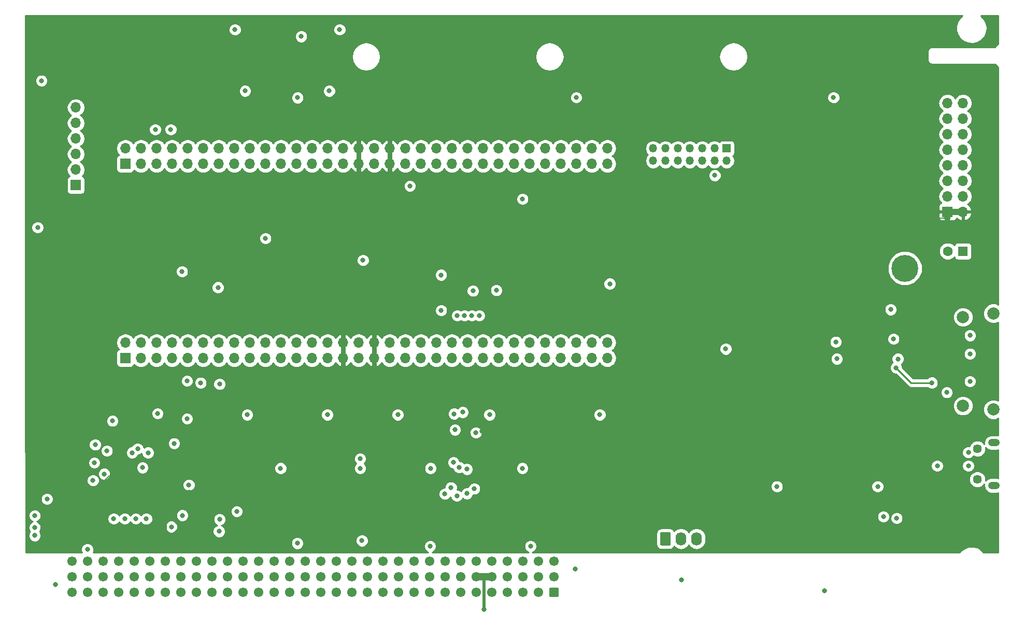
<source format=gbr>
G04 #@! TF.GenerationSoftware,KiCad,Pcbnew,5.0.2+dfsg1-1~bpo9+1*
G04 #@! TF.CreationDate,2022-10-01T08:37:02+02:00*
G04 #@! TF.ProjectId,nubus-to-ztex,6e756275-732d-4746-9f2d-7a7465782e6b,rev?*
G04 #@! TF.SameCoordinates,Original*
G04 #@! TF.FileFunction,Copper,L3,Inr*
G04 #@! TF.FilePolarity,Positive*
%FSLAX46Y46*%
G04 Gerber Fmt 4.6, Leading zero omitted, Abs format (unit mm)*
G04 Created by KiCad (PCBNEW 5.0.2+dfsg1-1~bpo9+1) date Sat Oct  1 08:37:02 2022*
%MOMM*%
%LPD*%
G01*
G04 APERTURE LIST*
G04 #@! TA.AperFunction,ViaPad*
%ADD10C,4.400000*%
G04 #@! TD*
G04 #@! TA.AperFunction,ViaPad*
%ADD11R,1.700000X1.700000*%
G04 #@! TD*
G04 #@! TA.AperFunction,ViaPad*
%ADD12O,1.700000X1.700000*%
G04 #@! TD*
G04 #@! TA.AperFunction,ViaPad*
%ADD13C,1.450000*%
G04 #@! TD*
G04 #@! TA.AperFunction,ViaPad*
%ADD14O,1.900000X1.200000*%
G04 #@! TD*
G04 #@! TA.AperFunction,Conductor*
%ADD15C,0.100000*%
G04 #@! TD*
G04 #@! TA.AperFunction,ViaPad*
%ADD16C,1.740000*%
G04 #@! TD*
G04 #@! TA.AperFunction,ViaPad*
%ADD17O,1.740000X2.200000*%
G04 #@! TD*
G04 #@! TA.AperFunction,ViaPad*
%ADD18R,1.350000X1.350000*%
G04 #@! TD*
G04 #@! TA.AperFunction,ViaPad*
%ADD19O,1.350000X1.350000*%
G04 #@! TD*
G04 #@! TA.AperFunction,ViaPad*
%ADD20C,2.000000*%
G04 #@! TD*
G04 #@! TA.AperFunction,ViaPad*
%ADD21R,1.600000X1.600000*%
G04 #@! TD*
G04 #@! TA.AperFunction,ViaPad*
%ADD22C,1.600000*%
G04 #@! TD*
G04 #@! TA.AperFunction,ViaPad*
%ADD23C,1.550000*%
G04 #@! TD*
G04 #@! TA.AperFunction,ViaPad*
%ADD24C,0.800000*%
G04 #@! TD*
G04 #@! TA.AperFunction,Conductor*
%ADD25C,0.152400*%
G04 #@! TD*
G04 #@! TA.AperFunction,Conductor*
%ADD26C,0.800000*%
G04 #@! TD*
G04 #@! TA.AperFunction,Conductor*
%ADD27C,1.000000*%
G04 #@! TD*
G04 #@! TA.AperFunction,Conductor*
%ADD28C,0.500000*%
G04 #@! TD*
G04 #@! TA.AperFunction,Conductor*
%ADD29C,1.200000*%
G04 #@! TD*
G04 #@! TA.AperFunction,Conductor*
%ADD30C,0.250000*%
G04 #@! TD*
G04 #@! TA.AperFunction,Conductor*
%ADD31C,0.254000*%
G04 #@! TD*
G04 APERTURE END LIST*
D10*
G04 #@! TO.N,SHIELD*
G04 #@! TO.C,H1*
X257350000Y-47090000D03*
G04 #@! TD*
D11*
G04 #@! TO.N,+3V3*
G04 #@! TO.C,J8*
X264310000Y-37854999D03*
D12*
X266850000Y-37854999D03*
G04 #@! TO.N,GND*
X264310000Y-35314999D03*
X266850000Y-35314999D03*
G04 #@! TO.N,PMOD-5*
X264310000Y-32774999D03*
G04 #@! TO.N,PMOD-6*
X266850000Y-32774999D03*
G04 #@! TO.N,PMOD-7*
X264310000Y-30234999D03*
G04 #@! TO.N,PMOD-8*
X266850000Y-30234999D03*
G04 #@! TO.N,PMOD-9*
X264310000Y-27694999D03*
G04 #@! TO.N,PMOD-10*
X266850000Y-27694999D03*
G04 #@! TO.N,PMOD-11*
X264310000Y-25154999D03*
G04 #@! TO.N,PMOD-12*
X266850000Y-25154999D03*
G04 #@! TO.N,PMOD-13*
X264310000Y-22614999D03*
G04 #@! TO.N,PMOD-14*
X266850000Y-22614999D03*
G04 #@! TO.N,PMOD-15*
X264310000Y-20074999D03*
G04 #@! TO.N,PMOD-16*
X266850000Y-20074999D03*
G04 #@! TD*
D13*
G04 #@! TO.N,SHIELD*
G04 #@! TO.C,J6*
X269197500Y-81570000D03*
X269197500Y-76570000D03*
D14*
X271897500Y-82570000D03*
X271897500Y-75570000D03*
G04 #@! TD*
D15*
G04 #@! TO.N,GND*
G04 #@! TO.C,J7*
G36*
X218884505Y-90171204D02*
X218908773Y-90174804D01*
X218932572Y-90180765D01*
X218955671Y-90189030D01*
X218977850Y-90199520D01*
X218998893Y-90212132D01*
X219018599Y-90226747D01*
X219036777Y-90243223D01*
X219053253Y-90261401D01*
X219067868Y-90281107D01*
X219080480Y-90302150D01*
X219090970Y-90324329D01*
X219099235Y-90347428D01*
X219105196Y-90371227D01*
X219108796Y-90395495D01*
X219110000Y-90419999D01*
X219110000Y-92120001D01*
X219108796Y-92144505D01*
X219105196Y-92168773D01*
X219099235Y-92192572D01*
X219090970Y-92215671D01*
X219080480Y-92237850D01*
X219067868Y-92258893D01*
X219053253Y-92278599D01*
X219036777Y-92296777D01*
X219018599Y-92313253D01*
X218998893Y-92327868D01*
X218977850Y-92340480D01*
X218955671Y-92350970D01*
X218932572Y-92359235D01*
X218908773Y-92365196D01*
X218884505Y-92368796D01*
X218860001Y-92370000D01*
X217619999Y-92370000D01*
X217595495Y-92368796D01*
X217571227Y-92365196D01*
X217547428Y-92359235D01*
X217524329Y-92350970D01*
X217502150Y-92340480D01*
X217481107Y-92327868D01*
X217461401Y-92313253D01*
X217443223Y-92296777D01*
X217426747Y-92278599D01*
X217412132Y-92258893D01*
X217399520Y-92237850D01*
X217389030Y-92215671D01*
X217380765Y-92192572D01*
X217374804Y-92168773D01*
X217371204Y-92144505D01*
X217370000Y-92120001D01*
X217370000Y-90419999D01*
X217371204Y-90395495D01*
X217374804Y-90371227D01*
X217380765Y-90347428D01*
X217389030Y-90324329D01*
X217399520Y-90302150D01*
X217412132Y-90281107D01*
X217426747Y-90261401D01*
X217443223Y-90243223D01*
X217461401Y-90226747D01*
X217481107Y-90212132D01*
X217502150Y-90199520D01*
X217524329Y-90189030D01*
X217547428Y-90180765D01*
X217571227Y-90174804D01*
X217595495Y-90171204D01*
X217619999Y-90170000D01*
X218860001Y-90170000D01*
X218884505Y-90171204D01*
X218884505Y-90171204D01*
G37*
D16*
X218240000Y-91270000D03*
D17*
G04 #@! TO.N,+5V*
X220780000Y-91270000D03*
G04 #@! TO.N,GND*
X223320000Y-91270000D03*
G04 #@! TD*
D11*
G04 #@! TO.N,Net-(JCD1-Pad1)*
G04 #@! TO.C,JCD1*
X130000000Y-30000000D03*
D12*
G04 #@! TO.N,Net-(JCD1-Pad2)*
X130000000Y-27460000D03*
G04 #@! TO.N,GND*
X132540000Y-30000000D03*
X132540000Y-27460000D03*
G04 #@! TO.N,LED1*
X135080000Y-30000000D03*
G04 #@! TO.N,LED0*
X135080000Y-27460000D03*
G04 #@! TO.N,~ID3_3V3*
X137620000Y-30000000D03*
G04 #@! TO.N,~ID2_3V3*
X137620000Y-27460000D03*
G04 #@! TO.N,~ID0_3V3*
X140160000Y-30000000D03*
G04 #@! TO.N,~ID1_3V3*
X140160000Y-27460000D03*
G04 #@! TO.N,~ARB3_3V3*
X142700000Y-30000000D03*
G04 #@! TO.N,~ARB2_3V3*
X142700000Y-27460000D03*
G04 #@! TO.N,~ARB0_3V3*
X145240000Y-30000000D03*
G04 #@! TO.N,~ARB1_3V3*
X145240000Y-27460000D03*
G04 #@! TO.N,TMx_oe_n*
X147780000Y-30000000D03*
G04 #@! TO.N,~CLK2X_3V3*
X147780000Y-27460000D03*
G04 #@! TO.N,TM1_n_o*
X150320000Y-30000000D03*
G04 #@! TO.N,SD_D2*
X150320000Y-27460000D03*
G04 #@! TO.N,TM0_n_o*
X152860000Y-30000000D03*
G04 #@! TO.N,SD_D3*
X152860000Y-27460000D03*
G04 #@! TO.N,TM2_oe_n*
X155400000Y-30000000D03*
G04 #@! TO.N,SD_CMD*
X155400000Y-27460000D03*
G04 #@! TO.N,TM2_o_n*
X157940000Y-30000000D03*
G04 #@! TO.N,SD_CLK*
X157940000Y-27460000D03*
G04 #@! TO.N,~TM1_3V3*
X160480000Y-30000000D03*
G04 #@! TO.N,SD_D0*
X160480000Y-27460000D03*
G04 #@! TO.N,~TM0_3V3*
X163020000Y-30000000D03*
G04 #@! TO.N,SD_D1*
X163020000Y-27460000D03*
G04 #@! TO.N,~TM2_3V3*
X165560000Y-30000000D03*
G04 #@! TO.N,~RESET_3V3*
X165560000Y-27460000D03*
G04 #@! TO.N,+3V3*
X168100000Y-30000000D03*
X168100000Y-27460000D03*
G04 #@! TO.N,GND*
X170640000Y-30000000D03*
X170640000Y-27460000D03*
G04 #@! TO.N,+3V3*
X173180000Y-30000000D03*
X173180000Y-27460000D03*
G04 #@! TO.N,HDMI_HPD_A*
X175720000Y-30000000D03*
G04 #@! TO.N,PMOD-15*
X175720000Y-27460000D03*
G04 #@! TO.N,HDMI_SDA_A*
X178260000Y-30000000D03*
G04 #@! TO.N,PMOD-16*
X178260000Y-27460000D03*
G04 #@! TO.N,HDMI_SCL_A*
X180800000Y-30000000D03*
G04 #@! TO.N,PMOD-13*
X180800000Y-27460000D03*
G04 #@! TO.N,HDMI_CEC_A*
X183340000Y-30000000D03*
G04 #@! TO.N,PMOD-14*
X183340000Y-27460000D03*
G04 #@! TO.N,HDMI_CLK-*
X185880000Y-30000000D03*
G04 #@! TO.N,PMOD-11*
X185880000Y-27460000D03*
G04 #@! TO.N,HDMI_CLK+*
X188420000Y-30000000D03*
G04 #@! TO.N,PMOD-12*
X188420000Y-27460000D03*
G04 #@! TO.N,HDMI_D0+*
X190960000Y-30000000D03*
G04 #@! TO.N,PMOD-9*
X190960000Y-27460000D03*
G04 #@! TO.N,HDMI_D0-*
X193500000Y-30000000D03*
G04 #@! TO.N,PMOD-10*
X193500000Y-27460000D03*
G04 #@! TO.N,HDMI_D1+*
X196040000Y-30000000D03*
G04 #@! TO.N,PMOD-7*
X196040000Y-27460000D03*
G04 #@! TO.N,HDMI_D1-*
X198580000Y-30000000D03*
G04 #@! TO.N,PMOD-8*
X198580000Y-27460000D03*
G04 #@! TO.N,HDMI_D2-*
X201120000Y-30000000D03*
G04 #@! TO.N,PMOD-5*
X201120000Y-27460000D03*
G04 #@! TO.N,HDMI_D2+*
X203660000Y-30000000D03*
G04 #@! TO.N,PMOD-6*
X203660000Y-27460000D03*
G04 #@! TO.N,FPGA_JTAG_TDO*
X206200000Y-30000000D03*
G04 #@! TO.N,FPGA_JTAG_TMS*
X206200000Y-27460000D03*
G04 #@! TO.N,GND*
X208740000Y-30000000D03*
X208740000Y-27460000D03*
G04 #@! TD*
D18*
G04 #@! TO.N,GND*
G04 #@! TO.C,J1*
X228230000Y-27500000D03*
D19*
G04 #@! TO.N,/B2B/JTAG_VIO*
X228230000Y-29500000D03*
G04 #@! TO.N,GND*
X226230000Y-27500000D03*
G04 #@! TO.N,FPGA_JTAG_TMS*
X226230000Y-29500000D03*
G04 #@! TO.N,GND*
X224230000Y-27500000D03*
G04 #@! TO.N,FPGA_JTAG_TCK*
X224230000Y-29500000D03*
G04 #@! TO.N,GND*
X222230000Y-27500000D03*
G04 #@! TO.N,FPGA_JTAG_TDO*
X222230000Y-29500000D03*
G04 #@! TO.N,GND*
X220230000Y-27500000D03*
G04 #@! TO.N,FPGA_JTAG_TDI*
X220230000Y-29500000D03*
G04 #@! TO.N,GND*
X218230000Y-27500000D03*
G04 #@! TO.N,Net-(J1-Pad12)*
X218230000Y-29500000D03*
G04 #@! TO.N,GND*
X216230000Y-27500000D03*
G04 #@! TO.N,Net-(J1-Pad14)*
X216230000Y-29500000D03*
G04 #@! TD*
D20*
G04 #@! TO.N,SHIELD*
G04 #@! TO.C,J5*
X271800000Y-70150000D03*
X271800000Y-54450000D03*
X266850000Y-69550000D03*
X266850000Y-55050000D03*
G04 #@! TD*
D21*
G04 #@! TO.N,SHIELD*
G04 #@! TO.C,C39*
X266850000Y-44280000D03*
D22*
G04 #@! TO.N,GND*
X264350000Y-44280000D03*
G04 #@! TD*
D15*
G04 #@! TO.N,-12V*
G04 #@! TO.C,J4*
G36*
X200549505Y-99226204D02*
X200573773Y-99229804D01*
X200597572Y-99235765D01*
X200620671Y-99244030D01*
X200642850Y-99254520D01*
X200663893Y-99267132D01*
X200683599Y-99281747D01*
X200701777Y-99298223D01*
X200718253Y-99316401D01*
X200732868Y-99336107D01*
X200745480Y-99357150D01*
X200755970Y-99379329D01*
X200764235Y-99402428D01*
X200770196Y-99426227D01*
X200773796Y-99450495D01*
X200775000Y-99474999D01*
X200775000Y-100525001D01*
X200773796Y-100549505D01*
X200770196Y-100573773D01*
X200764235Y-100597572D01*
X200755970Y-100620671D01*
X200745480Y-100642850D01*
X200732868Y-100663893D01*
X200718253Y-100683599D01*
X200701777Y-100701777D01*
X200683599Y-100718253D01*
X200663893Y-100732868D01*
X200642850Y-100745480D01*
X200620671Y-100755970D01*
X200597572Y-100764235D01*
X200573773Y-100770196D01*
X200549505Y-100773796D01*
X200525001Y-100775000D01*
X199474999Y-100775000D01*
X199450495Y-100773796D01*
X199426227Y-100770196D01*
X199402428Y-100764235D01*
X199379329Y-100755970D01*
X199357150Y-100745480D01*
X199336107Y-100732868D01*
X199316401Y-100718253D01*
X199298223Y-100701777D01*
X199281747Y-100683599D01*
X199267132Y-100663893D01*
X199254520Y-100642850D01*
X199244030Y-100620671D01*
X199235765Y-100597572D01*
X199229804Y-100573773D01*
X199226204Y-100549505D01*
X199225000Y-100525001D01*
X199225000Y-99474999D01*
X199226204Y-99450495D01*
X199229804Y-99426227D01*
X199235765Y-99402428D01*
X199244030Y-99379329D01*
X199254520Y-99357150D01*
X199267132Y-99336107D01*
X199281747Y-99316401D01*
X199298223Y-99298223D01*
X199316401Y-99281747D01*
X199336107Y-99267132D01*
X199357150Y-99254520D01*
X199379329Y-99244030D01*
X199402428Y-99235765D01*
X199426227Y-99229804D01*
X199450495Y-99226204D01*
X199474999Y-99225000D01*
X200525001Y-99225000D01*
X200549505Y-99226204D01*
X200549505Y-99226204D01*
G37*
D23*
X200000000Y-100000000D03*
G04 #@! TO.N,SB0_5V*
X197460000Y-100000000D03*
G04 #@! TO.N,~SPV_5V*
X194920000Y-100000000D03*
G04 #@! TO.N,~SP_5V*
X192380000Y-100000000D03*
G04 #@! TO.N,~TM1_5V*
X189840000Y-100000000D03*
G04 #@! TO.N,~AD1_5V*
X187300000Y-100000000D03*
G04 #@! TO.N,~AD3_5V*
X184760000Y-100000000D03*
G04 #@! TO.N,~AD5_5V*
X182220000Y-100000000D03*
G04 #@! TO.N,~AD7_5V*
X179680000Y-100000000D03*
G04 #@! TO.N,~AD9_5V*
X177140000Y-100000000D03*
G04 #@! TO.N,~AD11_5V*
X174600000Y-100000000D03*
G04 #@! TO.N,~AD13_5V*
X172060000Y-100000000D03*
G04 #@! TO.N,~AD15_5V*
X169520000Y-100000000D03*
G04 #@! TO.N,~AD17_5V*
X166980000Y-100000000D03*
G04 #@! TO.N,~AD19_5V*
X164440000Y-100000000D03*
G04 #@! TO.N,~AD21_5V*
X161900000Y-100000000D03*
G04 #@! TO.N,~AD23_5V*
X159360000Y-100000000D03*
G04 #@! TO.N,~AD25_5V*
X156820000Y-100000000D03*
G04 #@! TO.N,~AD27_5V*
X154280000Y-100000000D03*
G04 #@! TO.N,~AD29_5V*
X151740000Y-100000000D03*
G04 #@! TO.N,~AD31_5V*
X149200000Y-100000000D03*
G04 #@! TO.N,GND*
X146660000Y-100000000D03*
X144120000Y-100000000D03*
G04 #@! TO.N,~ARB1_5V*
X141580000Y-100000000D03*
G04 #@! TO.N,~ARB3_5V*
X139040000Y-100000000D03*
G04 #@! TO.N,~ID1_5V*
X136500000Y-100000000D03*
G04 #@! TO.N,~ID3_5V*
X133960000Y-100000000D03*
G04 #@! TO.N,~ACK_5V*
X131420000Y-100000000D03*
G04 #@! TO.N,+5V*
X128880000Y-100000000D03*
G04 #@! TO.N,~RQST_5V*
X126340000Y-100000000D03*
G04 #@! TO.N,~NMRQ_5V*
X123800000Y-100000000D03*
G04 #@! TO.N,+12V*
X121260000Y-100000000D03*
G04 #@! TO.N,-12V*
X200000000Y-97460000D03*
G04 #@! TO.N,GND*
X197460000Y-97460000D03*
X194920000Y-97460000D03*
G04 #@! TO.N,+5V*
X192380000Y-97460000D03*
X189840000Y-97460000D03*
X187300000Y-97460000D03*
X184760000Y-97460000D03*
G04 #@! TO.N,~TM2_5V*
X182220000Y-97460000D03*
G04 #@! TO.N,~CM0_5V*
X179680000Y-97460000D03*
G04 #@! TO.N,~CM1_5V*
X177140000Y-97460000D03*
G04 #@! TO.N,~CM2_5V*
X174600000Y-97460000D03*
G04 #@! TO.N,GND*
X172060000Y-97460000D03*
X169520000Y-97460000D03*
X166980000Y-97460000D03*
X164440000Y-97460000D03*
X161900000Y-97460000D03*
X159360000Y-97460000D03*
X156820000Y-97460000D03*
X154280000Y-97460000D03*
X151740000Y-97460000D03*
X149200000Y-97460000D03*
X146660000Y-97460000D03*
X144120000Y-97460000D03*
G04 #@! TO.N,~CLK2X_5V*
X141580000Y-97460000D03*
G04 #@! TO.N,STDBYPWR*
X139040000Y-97460000D03*
G04 #@! TO.N,~CLK2XEN_5V*
X136500000Y-97460000D03*
G04 #@! TO.N,~CBUSY_5V*
X133960000Y-97460000D03*
G04 #@! TO.N,+5V*
X131420000Y-97460000D03*
X128880000Y-97460000D03*
G04 #@! TO.N,GND*
X126340000Y-97460000D03*
X123800000Y-97460000D03*
G04 #@! TO.N,+12V*
X121260000Y-97460000D03*
G04 #@! TO.N,~RESET_5V*
X200000000Y-94920000D03*
G04 #@! TO.N,SB1_5V*
X197460000Y-94920000D03*
G04 #@! TO.N,+5V*
X194920000Y-94920000D03*
X192380000Y-94920000D03*
G04 #@! TO.N,~TM0_5V*
X189840000Y-94920000D03*
G04 #@! TO.N,~AD0_5V*
X187300000Y-94920000D03*
G04 #@! TO.N,~AD2_5V*
X184760000Y-94920000D03*
G04 #@! TO.N,~AD4_5V*
X182220000Y-94920000D03*
G04 #@! TO.N,~AD6_5V*
X179680000Y-94920000D03*
G04 #@! TO.N,~AD8_5V*
X177140000Y-94920000D03*
G04 #@! TO.N,~AD10_5V*
X174600000Y-94920000D03*
G04 #@! TO.N,~AD12_5V*
X172060000Y-94920000D03*
G04 #@! TO.N,~AD14_5V*
X169520000Y-94920000D03*
G04 #@! TO.N,~AD16_5V*
X166980000Y-94920000D03*
G04 #@! TO.N,~AD18_5V*
X164440000Y-94920000D03*
G04 #@! TO.N,~AD20_5V*
X161900000Y-94920000D03*
G04 #@! TO.N,~AD22_5V*
X159360000Y-94920000D03*
G04 #@! TO.N,~AD24_5V*
X156820000Y-94920000D03*
G04 #@! TO.N,~AD26_5V*
X154280000Y-94920000D03*
G04 #@! TO.N,~AD28_5V*
X151740000Y-94920000D03*
G04 #@! TO.N,~AD30_5V*
X149200000Y-94920000D03*
G04 #@! TO.N,GND*
X146660000Y-94920000D03*
G04 #@! TO.N,~PFW_5V*
X144120000Y-94920000D03*
G04 #@! TO.N,~ARB0_5V*
X141580000Y-94920000D03*
G04 #@! TO.N,~ARB2_5V*
X139040000Y-94920000D03*
G04 #@! TO.N,~ID0_5V*
X136500000Y-94920000D03*
G04 #@! TO.N,~ID2_5V*
X133960000Y-94920000D03*
G04 #@! TO.N,~START_5V*
X131420000Y-94920000D03*
G04 #@! TO.N,+5V*
X128880000Y-94920000D03*
X126340000Y-94920000D03*
G04 #@! TO.N,GND*
X123800000Y-94920000D03*
G04 #@! TO.N,~CLK_5V*
X121260000Y-94920000D03*
G04 #@! TD*
D12*
G04 #@! TO.N,Net-(J3-Pad6)*
G04 #@! TO.C,J3*
X121900000Y-20800000D03*
G04 #@! TO.N,LED0*
X121900000Y-23340000D03*
G04 #@! TO.N,LED1*
X121900000Y-25880000D03*
G04 #@! TO.N,Net-(J3-Pad3)*
X121900000Y-28420000D03*
G04 #@! TO.N,Net-(J3-Pad2)*
X121900000Y-30960000D03*
D11*
G04 #@! TO.N,GND*
X121900000Y-33500000D03*
G04 #@! TD*
D12*
G04 #@! TO.N,GND*
G04 #@! TO.C,JAB1*
X208740000Y-59210000D03*
G04 #@! TO.N,/B2B/JTAG_VIO*
X208740000Y-61750000D03*
G04 #@! TO.N,FPGA_JTAG_TCK*
X206200000Y-59210000D03*
G04 #@! TO.N,FPGA_JTAG_TDI*
X206200000Y-61750000D03*
G04 #@! TO.N,USBH0_D-*
X203660000Y-59210000D03*
G04 #@! TO.N,USBH0_D+*
X203660000Y-61750000D03*
G04 #@! TO.N,~AD0_3V3*
X201120000Y-59210000D03*
G04 #@! TO.N,~AD1_3V3*
X201120000Y-61750000D03*
G04 #@! TO.N,~AD2_3V3*
X198580000Y-59210000D03*
G04 #@! TO.N,~AD3_3V3*
X198580000Y-61750000D03*
G04 #@! TO.N,~AD4_3V3*
X196040000Y-59210000D03*
G04 #@! TO.N,~AD5_3V3*
X196040000Y-61750000D03*
G04 #@! TO.N,~AD6_3V3*
X193500000Y-59210000D03*
G04 #@! TO.N,~AD7_3V3*
X193500000Y-61750000D03*
G04 #@! TO.N,~AD8_3V3*
X190960000Y-59210000D03*
G04 #@! TO.N,~AD9_3V3*
X190960000Y-61750000D03*
G04 #@! TO.N,~AD10_3V3*
X188420000Y-59210000D03*
G04 #@! TO.N,~AD11_3V3*
X188420000Y-61750000D03*
G04 #@! TO.N,~AD12_3V3*
X185880000Y-59210000D03*
G04 #@! TO.N,~AD13_3V3*
X185880000Y-61750000D03*
G04 #@! TO.N,~AD14_3V3*
X183340000Y-59210000D03*
G04 #@! TO.N,~AD15_3V3*
X183340000Y-61750000D03*
G04 #@! TO.N,~AD16_3V3*
X180800000Y-59210000D03*
G04 #@! TO.N,~AD17_3V3*
X180800000Y-61750000D03*
G04 #@! TO.N,~AD18_3V3*
X178260000Y-59210000D03*
G04 #@! TO.N,~AD19_3V3*
X178260000Y-61750000D03*
G04 #@! TO.N,~AD20_3V3*
X175720000Y-59210000D03*
G04 #@! TO.N,~AD21_3V3*
X175720000Y-61750000D03*
G04 #@! TO.N,~AD22_3V3*
X173180000Y-59210000D03*
G04 #@! TO.N,~AD23_3V3*
X173180000Y-61750000D03*
G04 #@! TO.N,+3V3*
X170640000Y-59210000D03*
X170640000Y-61750000D03*
G04 #@! TO.N,GND*
X168100000Y-59210000D03*
X168100000Y-61750000D03*
G04 #@! TO.N,+3V3*
X165560000Y-59210000D03*
X165560000Y-61750000D03*
G04 #@! TO.N,~AD24_3V3*
X163020000Y-59210000D03*
G04 #@! TO.N,NUBUS_OE*
X163020000Y-61750000D03*
G04 #@! TO.N,~AD26_3V3*
X160480000Y-59210000D03*
G04 #@! TO.N,~AD25_3V3*
X160480000Y-61750000D03*
G04 #@! TO.N,~AD28_3V3*
X157940000Y-59210000D03*
G04 #@! TO.N,~AD27_3V3*
X157940000Y-61750000D03*
G04 #@! TO.N,~AD30_3V3*
X155400000Y-59210000D03*
G04 #@! TO.N,~AD29_3V3*
X155400000Y-61750000D03*
G04 #@! TO.N,~CLK_3V3*
X152860000Y-59210000D03*
G04 #@! TO.N,~AD31_3V3*
X152860000Y-61750000D03*
G04 #@! TO.N,ARB1_o_n*
X150320000Y-59210000D03*
G04 #@! TO.N,NUBUS_AD_DIR*
X150320000Y-61750000D03*
G04 #@! TO.N,ARB2_o_n*
X147780000Y-59210000D03*
G04 #@! TO.N,ARB3_o_n*
X147780000Y-61750000D03*
G04 #@! TO.N,ACK_o_n*
X145240000Y-59210000D03*
G04 #@! TO.N,ARB0_o_n*
X145240000Y-61750000D03*
G04 #@! TO.N,ACK_oe_n*
X142700000Y-59210000D03*
G04 #@! TO.N,START_o_n*
X142700000Y-61750000D03*
G04 #@! TO.N,RQST_o_n*
X140160000Y-59210000D03*
G04 #@! TO.N,START_oe_n*
X140160000Y-61750000D03*
G04 #@! TO.N,~ACK_3V3*
X137620000Y-59210000D03*
G04 #@! TO.N,~START_3V3*
X137620000Y-61750000D03*
G04 #@! TO.N,~RQST_3V3*
X135080000Y-59210000D03*
G04 #@! TO.N,~NMRQ_3V3*
X135080000Y-61750000D03*
G04 #@! TO.N,GND*
X132540000Y-59210000D03*
X132540000Y-61750000D03*
G04 #@! TO.N,+5V*
X130000000Y-59210000D03*
D11*
X130000000Y-61750000D03*
G04 #@! TD*
D24*
G04 #@! TO.N,GND*
X226300000Y-31900000D03*
X137500000Y-89312500D03*
X256220000Y-61875000D03*
X252900000Y-82730000D03*
X262640000Y-79355000D03*
X149900000Y-71000000D03*
X117200000Y-84780000D03*
X189500000Y-71000000D03*
X115200000Y-87480000D03*
X145400000Y-88100000D03*
X139300000Y-87450000D03*
X155357500Y-79750000D03*
X148200000Y-86800000D03*
X256010000Y-87920000D03*
X179857500Y-79750000D03*
X115200000Y-90730000D03*
X264200000Y-67357500D03*
X145300000Y-90050000D03*
X194857500Y-79750000D03*
X168357500Y-79750000D03*
X163000000Y-71000000D03*
X267730000Y-79355000D03*
X267720000Y-77180000D03*
X268000000Y-65550000D03*
X174500000Y-71000000D03*
X268000000Y-58050000D03*
X255500000Y-58625000D03*
X255040000Y-53812500D03*
X115200000Y-89430000D03*
X116300000Y-16437500D03*
X246062500Y-59100000D03*
X268000000Y-61050000D03*
X244180000Y-99750000D03*
X236450000Y-82730000D03*
X158100000Y-92000000D03*
X196200000Y-92480000D03*
X123800000Y-93000000D03*
X139252400Y-47600000D03*
X145125000Y-50200000D03*
X187000000Y-83100000D03*
X168650000Y-91575000D03*
X118534670Y-98720000D03*
X168357500Y-78180000D03*
X115670000Y-40410000D03*
X158730000Y-9200000D03*
X158127500Y-19200000D03*
X147900000Y-8080000D03*
X149555000Y-18100000D03*
X163305000Y-18100000D03*
X165000000Y-8080000D03*
X186786371Y-50762953D03*
X181586371Y-48162953D03*
X135250000Y-70800000D03*
X131100000Y-77215000D03*
X190611371Y-50675453D03*
X181586371Y-53962953D03*
X127900000Y-72015000D03*
X132800000Y-79640000D03*
X152880000Y-42180000D03*
X194880000Y-35760000D03*
X168820000Y-45760000D03*
X203510000Y-96190000D03*
X207500000Y-71000000D03*
X245700000Y-19170000D03*
X203660000Y-19170000D03*
X228090000Y-60250000D03*
X209140000Y-49610000D03*
X179800000Y-92480000D03*
X176480000Y-33630000D03*
X140070000Y-65480000D03*
X140070000Y-71650000D03*
X183850000Y-73462500D03*
G04 #@! TO.N,+3V3*
X161750000Y-73687500D03*
X176885673Y-21678535D03*
X188250000Y-73687500D03*
X136727523Y-83900000D03*
X137700000Y-44789641D03*
X126287500Y-82100000D03*
X248080000Y-63750000D03*
X257550000Y-55387500D03*
X156530000Y-19200000D03*
X156530000Y-9200000D03*
X115812500Y-82500000D03*
X148750000Y-73687500D03*
X140387500Y-83700000D03*
X118300000Y-79800000D03*
X143787500Y-86100000D03*
X245550000Y-57975000D03*
X137500000Y-90887500D03*
X116300000Y-11212500D03*
X116500000Y-69150000D03*
X173300000Y-73700000D03*
X118265134Y-45400000D03*
X121200000Y-84780000D03*
X181250000Y-73687500D03*
X118265134Y-51400000D03*
X136140000Y-15272793D03*
X189211371Y-53562953D03*
X129652500Y-81000000D03*
X179412661Y-85255497D03*
G04 #@! TO.N,+5V*
X253850000Y-87660000D03*
X246230000Y-61872500D03*
X131697842Y-88000000D03*
X129897842Y-88000000D03*
X128097842Y-88000000D03*
X133421568Y-88014972D03*
X220840000Y-97970000D03*
X188575000Y-102850000D03*
G04 #@! TO.N,~RESET_5V*
X187800000Y-54800000D03*
G04 #@! TO.N,~TM1_5V*
X184200000Y-54800000D03*
X183600000Y-78800000D03*
X184150000Y-84250000D03*
G04 #@! TO.N,~TM2_5V*
X186600000Y-54800000D03*
X187263411Y-73930000D03*
G04 #@! TO.N,~TM0_5V*
X185400000Y-54800000D03*
X185800000Y-83875000D03*
X185800000Y-79900000D03*
G04 #@! TO.N,~CLK_3V3*
X137965000Y-75700000D03*
G04 #@! TO.N,~CLK2X_5V*
X132000000Y-76565000D03*
G04 #@! TO.N,~START_3V3*
X137410000Y-24400000D03*
G04 #@! TO.N,~ACK_3V3*
X134880000Y-24400000D03*
G04 #@! TO.N,~CLK2X_3V3*
X133700000Y-77215000D03*
G04 #@! TO.N,ARB1_o_n*
X145387500Y-66000000D03*
G04 #@! TO.N,ARB3_o_n*
X140375000Y-82475000D03*
G04 #@! TO.N,ARB2_o_n*
X142300000Y-65800000D03*
G04 #@! TO.N,RQST_o_n*
X125066330Y-75900000D03*
G04 #@! TO.N,START_o_n*
X126550000Y-80675000D03*
G04 #@! TO.N,START_oe_n*
X124712500Y-81750000D03*
G04 #@! TO.N,ACK_o_n*
X126975000Y-76905000D03*
G04 #@! TO.N,ACK_oe_n*
X124925000Y-78850000D03*
G04 #@! TO.N,TMx_oe_n*
X182200161Y-83950161D03*
G04 #@! TO.N,TM1_n_o*
X183200000Y-82900000D03*
G04 #@! TO.N,TM0_n_o*
X184500000Y-79600000D03*
G04 #@! TO.N,TM2_o_n*
X185110000Y-70590000D03*
G04 #@! TO.N,TM2_oe_n*
X183710000Y-70850000D03*
G04 #@! TO.N,/hdmi/HDMI_5V*
X261760000Y-65782500D03*
X255920000Y-63320000D03*
G04 #@! TD*
D25*
G04 #@! TO.N,+3V3*
X165460000Y-66400000D02*
X165560000Y-66500000D01*
X170000000Y-64500000D02*
X170640000Y-63860000D01*
X116300000Y-11212500D02*
X136110000Y-11212500D01*
X136140000Y-15272793D02*
X136140000Y-11242500D01*
X136140000Y-11242500D02*
X136110000Y-11212500D01*
X252812500Y-55387500D02*
X257550000Y-55387500D01*
D26*
X165560000Y-59210000D02*
X165560000Y-56940000D01*
D25*
X251800000Y-47100000D02*
X252330000Y-47100000D01*
X148750000Y-73687500D02*
X148750000Y-76402500D01*
X117220000Y-80800000D02*
X117400000Y-80980000D01*
X117400000Y-80980000D02*
X121200000Y-84780000D01*
X166000000Y-64500000D02*
X170000000Y-64500000D01*
X137500000Y-90887500D02*
X136934315Y-90887500D01*
X148750000Y-73687500D02*
X161750000Y-73687500D01*
X172200000Y-24700000D02*
X173180000Y-25680000D01*
D26*
X168100000Y-30000000D02*
X168100000Y-32800000D01*
X173180000Y-39820000D02*
X173180000Y-30000000D01*
X165560000Y-61750000D02*
X165560000Y-65100000D01*
D25*
X156530000Y-19200000D02*
X156530000Y-19765685D01*
D26*
X170640000Y-42360000D02*
X173180000Y-39820000D01*
D25*
X260572601Y-38857399D02*
X252330000Y-47100000D01*
D27*
X264310000Y-37854999D02*
X266850000Y-37854999D01*
X264310000Y-37854999D02*
X264310000Y-38857399D01*
D26*
X170640000Y-59210000D02*
X170640000Y-61750000D01*
D25*
X147202500Y-77950000D02*
X148750000Y-76402500D01*
X248080000Y-63750000D02*
X248479999Y-63350001D01*
D26*
X170640000Y-47000000D02*
X170640000Y-42360000D01*
D25*
X134927523Y-82100000D02*
X136727523Y-83900000D01*
X156530000Y-19765685D02*
X162364315Y-25600000D01*
X162364315Y-25600000D02*
X168100000Y-25600000D01*
X165610000Y-73700000D02*
X165560000Y-73750000D01*
D26*
X165560000Y-59210000D02*
X165560000Y-61750000D01*
D25*
X156110359Y-44789641D02*
X162500000Y-38400000D01*
X223550000Y-47100000D02*
X251800000Y-47100000D01*
X251802400Y-47100000D02*
X251800000Y-47100000D01*
X145775000Y-44789641D02*
X147100000Y-44789641D01*
X143500000Y-77950000D02*
X147202500Y-77950000D01*
X199687500Y-73687500D02*
X202830000Y-76830000D01*
D26*
X168100000Y-27460000D02*
X168100000Y-30000000D01*
D25*
X169000000Y-24700000D02*
X172200000Y-24700000D01*
X156530000Y-9200000D02*
X156530000Y-19200000D01*
X137700000Y-44789641D02*
X118875493Y-44789641D01*
X118875493Y-44789641D02*
X118265134Y-45400000D01*
X264310000Y-38857399D02*
X260572601Y-38857399D01*
X173312500Y-73687500D02*
X173300000Y-73700000D01*
X173300000Y-73700000D02*
X161762500Y-73700000D01*
X161762500Y-73700000D02*
X161750000Y-73687500D01*
X173300000Y-83300000D02*
X173300000Y-73700000D01*
X117332500Y-80980000D02*
X117400000Y-80980000D01*
X115812500Y-82500000D02*
X117332500Y-80980000D01*
X126287500Y-82100000D02*
X134927523Y-82100000D01*
X118265134Y-45400000D02*
X118265134Y-51400000D01*
X118300000Y-79800000D02*
X117300000Y-80800000D01*
X117300000Y-80800000D02*
X117220000Y-80800000D01*
D26*
X173180000Y-27460000D02*
X173180000Y-30000000D01*
D25*
X165497500Y-73687500D02*
X165560000Y-73750000D01*
X136727523Y-83900000D02*
X137550000Y-83900000D01*
X137550000Y-83900000D02*
X137750000Y-83700000D01*
D26*
X168100000Y-27460000D02*
X168100000Y-25600000D01*
X170640000Y-59210000D02*
X170640000Y-47000000D01*
D25*
X137750000Y-83700000D02*
X143500000Y-77950000D01*
X188250000Y-73687500D02*
X199687500Y-73687500D01*
X250225000Y-57975000D02*
X252812500Y-55387500D01*
X248479999Y-63350001D02*
X248479999Y-59720001D01*
X245550000Y-57975000D02*
X244984315Y-57975000D01*
X244984315Y-57975000D02*
X226129315Y-76830000D01*
X226129315Y-76830000D02*
X202830000Y-76830000D01*
X143500000Y-77950000D02*
X143500000Y-85812500D01*
X143500000Y-85812500D02*
X143787500Y-86100000D01*
D26*
X170640000Y-63860000D02*
X170640000Y-61750000D01*
D25*
X136934315Y-90887500D02*
X136727523Y-90680708D01*
D26*
X165560000Y-73750000D02*
X165560000Y-75510000D01*
D25*
X166000000Y-64500000D02*
X165560000Y-64060000D01*
X165440000Y-65220000D02*
X165560000Y-65100000D01*
X165560000Y-75510000D02*
X165600000Y-75550000D01*
X252330000Y-47100000D02*
X257550000Y-52320000D01*
X257550000Y-52320000D02*
X257550000Y-55387500D01*
D26*
X165560000Y-73750000D02*
X165560000Y-66500000D01*
D25*
X161750000Y-73687500D02*
X165497500Y-73687500D01*
X156530000Y-19200000D02*
X140067207Y-19200000D01*
X140067207Y-19200000D02*
X136140000Y-15272793D01*
X191050000Y-47124999D02*
X223475001Y-47124999D01*
X140387500Y-83700000D02*
X137750000Y-83700000D01*
X147100000Y-44789641D02*
X156110359Y-44789641D01*
X245550000Y-57975000D02*
X250225000Y-57975000D01*
X136727523Y-83900000D02*
X135847523Y-84780000D01*
X135847523Y-84780000D02*
X121200000Y-84780000D01*
X116500000Y-69150000D02*
X116500000Y-78000000D01*
X248479999Y-59720001D02*
X250225000Y-57975000D01*
X116500000Y-78000000D02*
X118300000Y-79800000D01*
D26*
X165560000Y-65100000D02*
X165560000Y-66500000D01*
X173180000Y-25680000D02*
X173180000Y-27460000D01*
D25*
X162500000Y-38400000D02*
X168100000Y-32800000D01*
X168100000Y-25600000D02*
X169000000Y-24700000D01*
X136727523Y-90680708D02*
X136727523Y-83900000D01*
X181250000Y-73687500D02*
X173312500Y-73687500D01*
X145775000Y-44789641D02*
X137700000Y-44789641D01*
X170640000Y-47000000D02*
X170764999Y-47124999D01*
X188259314Y-47124999D02*
X188300000Y-47124999D01*
X170764999Y-47124999D02*
X188300000Y-47124999D01*
X188300000Y-47124999D02*
X188900000Y-47124999D01*
X127387500Y-81000000D02*
X126287500Y-82100000D01*
X129652500Y-81000000D02*
X127387500Y-81000000D01*
X181250000Y-74253185D02*
X182906815Y-75910000D01*
X181250000Y-73687500D02*
X181250000Y-74253185D01*
X182906815Y-75910000D02*
X187620000Y-75910000D01*
X188250000Y-75280000D02*
X188250000Y-73687500D01*
X187620000Y-75910000D02*
X188250000Y-75280000D01*
X175255497Y-85255497D02*
X173300000Y-83300000D01*
X179412661Y-85255497D02*
X175255497Y-85255497D01*
X189211371Y-53562953D02*
X189211371Y-47146370D01*
X189211371Y-47146370D02*
X189190000Y-47124999D01*
X189190000Y-47124999D02*
X191050000Y-47124999D01*
X188900000Y-47124999D02*
X189190000Y-47124999D01*
X173180000Y-25384208D02*
X173180000Y-25680000D01*
X176885673Y-21678535D02*
X173180000Y-25384208D01*
G04 #@! TO.N,+5V*
X133406596Y-88000000D02*
X133421568Y-88014972D01*
X220840000Y-91330000D02*
X220780000Y-91270000D01*
D28*
X188560000Y-97460000D02*
X188560000Y-102810000D01*
D29*
X187300000Y-97460000D02*
X188560000Y-97460000D01*
X188560000Y-97460000D02*
X189840000Y-97460000D01*
D25*
G04 #@! TO.N,~AD23_3V3*
X173212500Y-61782500D02*
X173180000Y-61750000D01*
D30*
G04 #@! TO.N,/hdmi/HDMI_5V*
X258382500Y-65782500D02*
X261760000Y-65782500D01*
X255920000Y-63320000D02*
X258382500Y-65782500D01*
G04 #@! TD*
D31*
G04 #@! TO.N,+3V3*
G36*
X266388733Y-6127278D02*
X265970788Y-6752778D01*
X265755240Y-7473520D01*
X265761148Y-8225779D01*
X265987990Y-8943046D01*
X266415709Y-9561904D01*
X267006490Y-10027638D01*
X267708098Y-10299069D01*
X268458502Y-10352201D01*
X269191355Y-10182335D01*
X269841864Y-9804489D01*
X270352514Y-9252071D01*
X270678156Y-8573922D01*
X270790000Y-7830000D01*
X270789688Y-7790260D01*
X270666173Y-7048187D01*
X270329919Y-6375237D01*
X269810655Y-5830908D01*
X269773321Y-5810000D01*
X272620000Y-5810000D01*
X272620001Y-10385908D01*
X272085910Y-10920000D01*
X261869926Y-10920000D01*
X261800000Y-10906091D01*
X261730075Y-10920000D01*
X261730074Y-10920000D01*
X261522972Y-10961195D01*
X261288119Y-11118119D01*
X261131195Y-11352972D01*
X261076091Y-11630000D01*
X261090001Y-11699930D01*
X261090000Y-12960074D01*
X261076091Y-13030000D01*
X261131195Y-13307028D01*
X261288119Y-13541881D01*
X261522972Y-13698805D01*
X261800000Y-13753909D01*
X261869925Y-13740000D01*
X272085910Y-13740000D01*
X272620001Y-14274093D01*
X272620001Y-53019944D01*
X272125222Y-52815000D01*
X271474778Y-52815000D01*
X270873847Y-53063914D01*
X270413914Y-53523847D01*
X270165000Y-54124778D01*
X270165000Y-54775222D01*
X270413914Y-55376153D01*
X270873847Y-55836086D01*
X271474778Y-56085000D01*
X272125222Y-56085000D01*
X272620001Y-55880056D01*
X272620000Y-68719944D01*
X272125222Y-68515000D01*
X271474778Y-68515000D01*
X270873847Y-68763914D01*
X270413914Y-69223847D01*
X270165000Y-69824778D01*
X270165000Y-70475222D01*
X270413914Y-71076153D01*
X270873847Y-71536086D01*
X271474778Y-71785000D01*
X272125222Y-71785000D01*
X272620000Y-71580056D01*
X272620000Y-74384900D01*
X272369136Y-74335000D01*
X271425864Y-74335000D01*
X271065627Y-74406656D01*
X270657115Y-74679615D01*
X270384156Y-75088127D01*
X270288305Y-75570000D01*
X270329890Y-75779060D01*
X269967878Y-75417048D01*
X269468021Y-75210000D01*
X268926979Y-75210000D01*
X268427122Y-75417048D01*
X268044548Y-75799622D01*
X267901487Y-76145000D01*
X267514126Y-76145000D01*
X267133720Y-76302569D01*
X266842569Y-76593720D01*
X266685000Y-76974126D01*
X266685000Y-77385874D01*
X266842569Y-77766280D01*
X267133720Y-78057431D01*
X267514126Y-78215000D01*
X267925874Y-78215000D01*
X268306280Y-78057431D01*
X268578186Y-77785525D01*
X268926979Y-77930000D01*
X269468021Y-77930000D01*
X269967878Y-77722952D01*
X270350452Y-77340378D01*
X270557500Y-76840521D01*
X270557500Y-76311301D01*
X270657115Y-76460385D01*
X271065627Y-76733344D01*
X271425864Y-76805000D01*
X272369136Y-76805000D01*
X272620000Y-76755100D01*
X272620000Y-81384900D01*
X272369136Y-81335000D01*
X271425864Y-81335000D01*
X271065627Y-81406656D01*
X270657115Y-81679615D01*
X270557500Y-81828699D01*
X270557500Y-81299479D01*
X270350452Y-80799622D01*
X269967878Y-80417048D01*
X269468021Y-80210000D01*
X268926979Y-80210000D01*
X268427122Y-80417048D01*
X268044548Y-80799622D01*
X267837500Y-81299479D01*
X267837500Y-81840521D01*
X268044548Y-82340378D01*
X268427122Y-82722952D01*
X268926979Y-82930000D01*
X269468021Y-82930000D01*
X269967878Y-82722952D01*
X270329890Y-82360940D01*
X270288305Y-82570000D01*
X270384156Y-83051873D01*
X270657115Y-83460385D01*
X271065627Y-83733344D01*
X271425864Y-83805000D01*
X272369136Y-83805000D01*
X272620000Y-83755100D01*
X272620000Y-93473000D01*
X270218859Y-93473000D01*
X269825978Y-93061154D01*
X269163128Y-92689941D01*
X268420430Y-92530042D01*
X267663547Y-92595595D01*
X266959399Y-92880804D01*
X266370243Y-93360453D01*
X266295041Y-93473000D01*
X196507271Y-93473000D01*
X196786280Y-93357431D01*
X197077431Y-93066280D01*
X197235000Y-92685874D01*
X197235000Y-92274126D01*
X197077431Y-91893720D01*
X196786280Y-91602569D01*
X196405874Y-91445000D01*
X195994126Y-91445000D01*
X195613720Y-91602569D01*
X195322569Y-91893720D01*
X195165000Y-92274126D01*
X195165000Y-92685874D01*
X195322569Y-93066280D01*
X195613720Y-93357431D01*
X195892729Y-93473000D01*
X180107271Y-93473000D01*
X180386280Y-93357431D01*
X180677431Y-93066280D01*
X180835000Y-92685874D01*
X180835000Y-92274126D01*
X180677431Y-91893720D01*
X180386280Y-91602569D01*
X180005874Y-91445000D01*
X179594126Y-91445000D01*
X179213720Y-91602569D01*
X178922569Y-91893720D01*
X178765000Y-92274126D01*
X178765000Y-92685874D01*
X178922569Y-93066280D01*
X179213720Y-93357431D01*
X179492729Y-93473000D01*
X124724353Y-93473000D01*
X124835000Y-93205874D01*
X124835000Y-92794126D01*
X124677431Y-92413720D01*
X124386280Y-92122569D01*
X124005874Y-91965000D01*
X123594126Y-91965000D01*
X123213720Y-92122569D01*
X122922569Y-92413720D01*
X122765000Y-92794126D01*
X122765000Y-93205874D01*
X122875647Y-93473000D01*
X113726856Y-93473000D01*
X113724951Y-91794126D01*
X157065000Y-91794126D01*
X157065000Y-92205874D01*
X157222569Y-92586280D01*
X157513720Y-92877431D01*
X157894126Y-93035000D01*
X158305874Y-93035000D01*
X158686280Y-92877431D01*
X158977431Y-92586280D01*
X159135000Y-92205874D01*
X159135000Y-91794126D01*
X158977431Y-91413720D01*
X158932837Y-91369126D01*
X167615000Y-91369126D01*
X167615000Y-91780874D01*
X167772569Y-92161280D01*
X168063720Y-92452431D01*
X168444126Y-92610000D01*
X168855874Y-92610000D01*
X169236280Y-92452431D01*
X169527431Y-92161280D01*
X169685000Y-91780874D01*
X169685000Y-91369126D01*
X169527431Y-90988720D01*
X169236280Y-90697569D01*
X168855874Y-90540000D01*
X168444126Y-90540000D01*
X168063720Y-90697569D01*
X167772569Y-90988720D01*
X167615000Y-91369126D01*
X158932837Y-91369126D01*
X158686280Y-91122569D01*
X158305874Y-90965000D01*
X157894126Y-90965000D01*
X157513720Y-91122569D01*
X157222569Y-91413720D01*
X157065000Y-91794126D01*
X113724951Y-91794126D01*
X113719820Y-87274126D01*
X114165000Y-87274126D01*
X114165000Y-87685874D01*
X114322569Y-88066280D01*
X114613720Y-88357431D01*
X114849273Y-88455000D01*
X114613720Y-88552569D01*
X114322569Y-88843720D01*
X114165000Y-89224126D01*
X114165000Y-89635874D01*
X114322569Y-90016280D01*
X114386289Y-90080000D01*
X114322569Y-90143720D01*
X114165000Y-90524126D01*
X114165000Y-90935874D01*
X114322569Y-91316280D01*
X114613720Y-91607431D01*
X114994126Y-91765000D01*
X115405874Y-91765000D01*
X115786280Y-91607431D01*
X116077431Y-91316280D01*
X116235000Y-90935874D01*
X116235000Y-90524126D01*
X116077431Y-90143720D01*
X116013711Y-90080000D01*
X116077431Y-90016280D01*
X116235000Y-89635874D01*
X116235000Y-89224126D01*
X116186331Y-89106626D01*
X136465000Y-89106626D01*
X136465000Y-89518374D01*
X136622569Y-89898780D01*
X136913720Y-90189931D01*
X137294126Y-90347500D01*
X137705874Y-90347500D01*
X138086280Y-90189931D01*
X138377431Y-89898780D01*
X138400069Y-89844126D01*
X144265000Y-89844126D01*
X144265000Y-90255874D01*
X144422569Y-90636280D01*
X144713720Y-90927431D01*
X145094126Y-91085000D01*
X145505874Y-91085000D01*
X145886280Y-90927431D01*
X146177431Y-90636280D01*
X146267017Y-90419999D01*
X216722560Y-90419999D01*
X216722560Y-92120001D01*
X216790873Y-92463436D01*
X216985414Y-92754586D01*
X217276564Y-92949127D01*
X217619999Y-93017440D01*
X218860001Y-93017440D01*
X219203436Y-92949127D01*
X219494586Y-92754586D01*
X219651413Y-92519878D01*
X219694956Y-92585044D01*
X220192779Y-92917678D01*
X220780000Y-93034484D01*
X221367222Y-92917678D01*
X221865044Y-92585044D01*
X222050000Y-92308237D01*
X222234956Y-92585044D01*
X222732779Y-92917678D01*
X223320000Y-93034484D01*
X223907222Y-92917678D01*
X224405044Y-92585044D01*
X224737678Y-92087221D01*
X224825000Y-91648225D01*
X224825000Y-90891774D01*
X224737678Y-90452778D01*
X224405044Y-89954956D01*
X223907221Y-89622322D01*
X223320000Y-89505516D01*
X222732778Y-89622322D01*
X222234956Y-89954956D01*
X222050000Y-90231763D01*
X221865044Y-89954956D01*
X221367221Y-89622322D01*
X220780000Y-89505516D01*
X220192778Y-89622322D01*
X219694956Y-89954956D01*
X219651414Y-90020122D01*
X219494586Y-89785414D01*
X219203436Y-89590873D01*
X218860001Y-89522560D01*
X217619999Y-89522560D01*
X217276564Y-89590873D01*
X216985414Y-89785414D01*
X216790873Y-90076564D01*
X216722560Y-90419999D01*
X146267017Y-90419999D01*
X146335000Y-90255874D01*
X146335000Y-89844126D01*
X146177431Y-89463720D01*
X145886280Y-89172569D01*
X145700727Y-89095711D01*
X145986280Y-88977431D01*
X146277431Y-88686280D01*
X146435000Y-88305874D01*
X146435000Y-87894126D01*
X146277431Y-87513720D01*
X145986280Y-87222569D01*
X145605874Y-87065000D01*
X145194126Y-87065000D01*
X144813720Y-87222569D01*
X144522569Y-87513720D01*
X144365000Y-87894126D01*
X144365000Y-88305874D01*
X144522569Y-88686280D01*
X144813720Y-88977431D01*
X144999273Y-89054289D01*
X144713720Y-89172569D01*
X144422569Y-89463720D01*
X144265000Y-89844126D01*
X138400069Y-89844126D01*
X138535000Y-89518374D01*
X138535000Y-89106626D01*
X138377431Y-88726220D01*
X138086280Y-88435069D01*
X137705874Y-88277500D01*
X137294126Y-88277500D01*
X136913720Y-88435069D01*
X136622569Y-88726220D01*
X136465000Y-89106626D01*
X116186331Y-89106626D01*
X116077431Y-88843720D01*
X115786280Y-88552569D01*
X115550727Y-88455000D01*
X115786280Y-88357431D01*
X116077431Y-88066280D01*
X116190160Y-87794126D01*
X127062842Y-87794126D01*
X127062842Y-88205874D01*
X127220411Y-88586280D01*
X127511562Y-88877431D01*
X127891968Y-89035000D01*
X128303716Y-89035000D01*
X128684122Y-88877431D01*
X128975273Y-88586280D01*
X128997842Y-88531794D01*
X129020411Y-88586280D01*
X129311562Y-88877431D01*
X129691968Y-89035000D01*
X130103716Y-89035000D01*
X130484122Y-88877431D01*
X130775273Y-88586280D01*
X130797842Y-88531794D01*
X130820411Y-88586280D01*
X131111562Y-88877431D01*
X131491968Y-89035000D01*
X131903716Y-89035000D01*
X132284122Y-88877431D01*
X132552219Y-88609334D01*
X132835288Y-88892403D01*
X133215694Y-89049972D01*
X133627442Y-89049972D01*
X134007848Y-88892403D01*
X134298999Y-88601252D01*
X134456568Y-88220846D01*
X134456568Y-87809098D01*
X134298999Y-87428692D01*
X134114433Y-87244126D01*
X138265000Y-87244126D01*
X138265000Y-87655874D01*
X138422569Y-88036280D01*
X138713720Y-88327431D01*
X139094126Y-88485000D01*
X139505874Y-88485000D01*
X139886280Y-88327431D01*
X140177431Y-88036280D01*
X140335000Y-87655874D01*
X140335000Y-87244126D01*
X140177431Y-86863720D01*
X139907837Y-86594126D01*
X147165000Y-86594126D01*
X147165000Y-87005874D01*
X147322569Y-87386280D01*
X147613720Y-87677431D01*
X147994126Y-87835000D01*
X148405874Y-87835000D01*
X148786280Y-87677431D01*
X149009585Y-87454126D01*
X252815000Y-87454126D01*
X252815000Y-87865874D01*
X252972569Y-88246280D01*
X253263720Y-88537431D01*
X253644126Y-88695000D01*
X254055874Y-88695000D01*
X254436280Y-88537431D01*
X254727431Y-88246280D01*
X254885000Y-87865874D01*
X254885000Y-87714126D01*
X254975000Y-87714126D01*
X254975000Y-88125874D01*
X255132569Y-88506280D01*
X255423720Y-88797431D01*
X255804126Y-88955000D01*
X256215874Y-88955000D01*
X256596280Y-88797431D01*
X256887431Y-88506280D01*
X257045000Y-88125874D01*
X257045000Y-87714126D01*
X256887431Y-87333720D01*
X256596280Y-87042569D01*
X256215874Y-86885000D01*
X255804126Y-86885000D01*
X255423720Y-87042569D01*
X255132569Y-87333720D01*
X254975000Y-87714126D01*
X254885000Y-87714126D01*
X254885000Y-87454126D01*
X254727431Y-87073720D01*
X254436280Y-86782569D01*
X254055874Y-86625000D01*
X253644126Y-86625000D01*
X253263720Y-86782569D01*
X252972569Y-87073720D01*
X252815000Y-87454126D01*
X149009585Y-87454126D01*
X149077431Y-87386280D01*
X149235000Y-87005874D01*
X149235000Y-86594126D01*
X149077431Y-86213720D01*
X148786280Y-85922569D01*
X148405874Y-85765000D01*
X147994126Y-85765000D01*
X147613720Y-85922569D01*
X147322569Y-86213720D01*
X147165000Y-86594126D01*
X139907837Y-86594126D01*
X139886280Y-86572569D01*
X139505874Y-86415000D01*
X139094126Y-86415000D01*
X138713720Y-86572569D01*
X138422569Y-86863720D01*
X138265000Y-87244126D01*
X134114433Y-87244126D01*
X134007848Y-87137541D01*
X133627442Y-86979972D01*
X133215694Y-86979972D01*
X132835288Y-87137541D01*
X132567191Y-87405638D01*
X132284122Y-87122569D01*
X131903716Y-86965000D01*
X131491968Y-86965000D01*
X131111562Y-87122569D01*
X130820411Y-87413720D01*
X130797842Y-87468206D01*
X130775273Y-87413720D01*
X130484122Y-87122569D01*
X130103716Y-86965000D01*
X129691968Y-86965000D01*
X129311562Y-87122569D01*
X129020411Y-87413720D01*
X128997842Y-87468206D01*
X128975273Y-87413720D01*
X128684122Y-87122569D01*
X128303716Y-86965000D01*
X127891968Y-86965000D01*
X127511562Y-87122569D01*
X127220411Y-87413720D01*
X127062842Y-87794126D01*
X116190160Y-87794126D01*
X116235000Y-87685874D01*
X116235000Y-87274126D01*
X116077431Y-86893720D01*
X115786280Y-86602569D01*
X115405874Y-86445000D01*
X114994126Y-86445000D01*
X114613720Y-86602569D01*
X114322569Y-86893720D01*
X114165000Y-87274126D01*
X113719820Y-87274126D01*
X113716756Y-84574126D01*
X116165000Y-84574126D01*
X116165000Y-84985874D01*
X116322569Y-85366280D01*
X116613720Y-85657431D01*
X116994126Y-85815000D01*
X117405874Y-85815000D01*
X117786280Y-85657431D01*
X118077431Y-85366280D01*
X118235000Y-84985874D01*
X118235000Y-84574126D01*
X118077431Y-84193720D01*
X117786280Y-83902569D01*
X117405874Y-83745000D01*
X116994126Y-83745000D01*
X116613720Y-83902569D01*
X116322569Y-84193720D01*
X116165000Y-84574126D01*
X113716756Y-84574126D01*
X113715815Y-83744287D01*
X181165161Y-83744287D01*
X181165161Y-84156035D01*
X181322730Y-84536441D01*
X181613881Y-84827592D01*
X181994287Y-84985161D01*
X182406035Y-84985161D01*
X182786441Y-84827592D01*
X183077592Y-84536441D01*
X183115000Y-84446130D01*
X183115000Y-84455874D01*
X183272569Y-84836280D01*
X183563720Y-85127431D01*
X183944126Y-85285000D01*
X184355874Y-85285000D01*
X184736280Y-85127431D01*
X185027431Y-84836280D01*
X185106552Y-84645263D01*
X185213720Y-84752431D01*
X185594126Y-84910000D01*
X186005874Y-84910000D01*
X186386280Y-84752431D01*
X186677431Y-84461280D01*
X186812580Y-84135000D01*
X187205874Y-84135000D01*
X187586280Y-83977431D01*
X187877431Y-83686280D01*
X188035000Y-83305874D01*
X188035000Y-82894126D01*
X187881742Y-82524126D01*
X235415000Y-82524126D01*
X235415000Y-82935874D01*
X235572569Y-83316280D01*
X235863720Y-83607431D01*
X236244126Y-83765000D01*
X236655874Y-83765000D01*
X237036280Y-83607431D01*
X237327431Y-83316280D01*
X237485000Y-82935874D01*
X237485000Y-82524126D01*
X251865000Y-82524126D01*
X251865000Y-82935874D01*
X252022569Y-83316280D01*
X252313720Y-83607431D01*
X252694126Y-83765000D01*
X253105874Y-83765000D01*
X253486280Y-83607431D01*
X253777431Y-83316280D01*
X253935000Y-82935874D01*
X253935000Y-82524126D01*
X253777431Y-82143720D01*
X253486280Y-81852569D01*
X253105874Y-81695000D01*
X252694126Y-81695000D01*
X252313720Y-81852569D01*
X252022569Y-82143720D01*
X251865000Y-82524126D01*
X237485000Y-82524126D01*
X237327431Y-82143720D01*
X237036280Y-81852569D01*
X236655874Y-81695000D01*
X236244126Y-81695000D01*
X235863720Y-81852569D01*
X235572569Y-82143720D01*
X235415000Y-82524126D01*
X187881742Y-82524126D01*
X187877431Y-82513720D01*
X187586280Y-82222569D01*
X187205874Y-82065000D01*
X186794126Y-82065000D01*
X186413720Y-82222569D01*
X186122569Y-82513720D01*
X185987420Y-82840000D01*
X185594126Y-82840000D01*
X185213720Y-82997569D01*
X184922569Y-83288720D01*
X184843448Y-83479737D01*
X184736280Y-83372569D01*
X184355874Y-83215000D01*
X184189799Y-83215000D01*
X184235000Y-83105874D01*
X184235000Y-82694126D01*
X184077431Y-82313720D01*
X183786280Y-82022569D01*
X183405874Y-81865000D01*
X182994126Y-81865000D01*
X182613720Y-82022569D01*
X182322569Y-82313720D01*
X182165000Y-82694126D01*
X182165000Y-82915161D01*
X181994287Y-82915161D01*
X181613881Y-83072730D01*
X181322730Y-83363881D01*
X181165161Y-83744287D01*
X113715815Y-83744287D01*
X113713317Y-81544126D01*
X123677500Y-81544126D01*
X123677500Y-81955874D01*
X123835069Y-82336280D01*
X124126220Y-82627431D01*
X124506626Y-82785000D01*
X124918374Y-82785000D01*
X125298780Y-82627431D01*
X125589931Y-82336280D01*
X125617747Y-82269126D01*
X139340000Y-82269126D01*
X139340000Y-82680874D01*
X139497569Y-83061280D01*
X139788720Y-83352431D01*
X140169126Y-83510000D01*
X140580874Y-83510000D01*
X140961280Y-83352431D01*
X141252431Y-83061280D01*
X141410000Y-82680874D01*
X141410000Y-82269126D01*
X141252431Y-81888720D01*
X140961280Y-81597569D01*
X140580874Y-81440000D01*
X140169126Y-81440000D01*
X139788720Y-81597569D01*
X139497569Y-81888720D01*
X139340000Y-82269126D01*
X125617747Y-82269126D01*
X125747500Y-81955874D01*
X125747500Y-81544126D01*
X125589931Y-81163720D01*
X125298780Y-80872569D01*
X124918374Y-80715000D01*
X124506626Y-80715000D01*
X124126220Y-80872569D01*
X123835069Y-81163720D01*
X123677500Y-81544126D01*
X113713317Y-81544126D01*
X113712098Y-80469126D01*
X125515000Y-80469126D01*
X125515000Y-80880874D01*
X125672569Y-81261280D01*
X125963720Y-81552431D01*
X126344126Y-81710000D01*
X126755874Y-81710000D01*
X127136280Y-81552431D01*
X127427431Y-81261280D01*
X127585000Y-80880874D01*
X127585000Y-80469126D01*
X127427431Y-80088720D01*
X127136280Y-79797569D01*
X126755874Y-79640000D01*
X126344126Y-79640000D01*
X125963720Y-79797569D01*
X125672569Y-80088720D01*
X125515000Y-80469126D01*
X113712098Y-80469126D01*
X113710026Y-78644126D01*
X123890000Y-78644126D01*
X123890000Y-79055874D01*
X124047569Y-79436280D01*
X124338720Y-79727431D01*
X124719126Y-79885000D01*
X125130874Y-79885000D01*
X125511280Y-79727431D01*
X125802431Y-79436280D01*
X125803323Y-79434126D01*
X131765000Y-79434126D01*
X131765000Y-79845874D01*
X131922569Y-80226280D01*
X132213720Y-80517431D01*
X132594126Y-80675000D01*
X133005874Y-80675000D01*
X133386280Y-80517431D01*
X133677431Y-80226280D01*
X133835000Y-79845874D01*
X133835000Y-79544126D01*
X154322500Y-79544126D01*
X154322500Y-79955874D01*
X154480069Y-80336280D01*
X154771220Y-80627431D01*
X155151626Y-80785000D01*
X155563374Y-80785000D01*
X155943780Y-80627431D01*
X156234931Y-80336280D01*
X156392500Y-79955874D01*
X156392500Y-79544126D01*
X156234931Y-79163720D01*
X155943780Y-78872569D01*
X155563374Y-78715000D01*
X155151626Y-78715000D01*
X154771220Y-78872569D01*
X154480069Y-79163720D01*
X154322500Y-79544126D01*
X133835000Y-79544126D01*
X133835000Y-79434126D01*
X133677431Y-79053720D01*
X133386280Y-78762569D01*
X133005874Y-78605000D01*
X132594126Y-78605000D01*
X132213720Y-78762569D01*
X131922569Y-79053720D01*
X131765000Y-79434126D01*
X125803323Y-79434126D01*
X125960000Y-79055874D01*
X125960000Y-78644126D01*
X125802431Y-78263720D01*
X125511280Y-77972569D01*
X125130874Y-77815000D01*
X124719126Y-77815000D01*
X124338720Y-77972569D01*
X124047569Y-78263720D01*
X123890000Y-78644126D01*
X113710026Y-78644126D01*
X113706678Y-75694126D01*
X124031330Y-75694126D01*
X124031330Y-76105874D01*
X124188899Y-76486280D01*
X124480050Y-76777431D01*
X124860456Y-76935000D01*
X125272204Y-76935000D01*
X125652610Y-76777431D01*
X125730915Y-76699126D01*
X125940000Y-76699126D01*
X125940000Y-77110874D01*
X126097569Y-77491280D01*
X126388720Y-77782431D01*
X126769126Y-77940000D01*
X127180874Y-77940000D01*
X127561280Y-77782431D01*
X127852431Y-77491280D01*
X128010000Y-77110874D01*
X128010000Y-77009126D01*
X130065000Y-77009126D01*
X130065000Y-77420874D01*
X130222569Y-77801280D01*
X130513720Y-78092431D01*
X130894126Y-78250000D01*
X131305874Y-78250000D01*
X131686280Y-78092431D01*
X131977431Y-77801280D01*
X132060804Y-77600000D01*
X132205874Y-77600000D01*
X132586280Y-77442431D01*
X132665000Y-77363711D01*
X132665000Y-77420874D01*
X132822569Y-77801280D01*
X133113720Y-78092431D01*
X133494126Y-78250000D01*
X133905874Y-78250000D01*
X134286280Y-78092431D01*
X134404585Y-77974126D01*
X167322500Y-77974126D01*
X167322500Y-78385874D01*
X167480069Y-78766280D01*
X167678789Y-78965000D01*
X167480069Y-79163720D01*
X167322500Y-79544126D01*
X167322500Y-79955874D01*
X167480069Y-80336280D01*
X167771220Y-80627431D01*
X168151626Y-80785000D01*
X168563374Y-80785000D01*
X168943780Y-80627431D01*
X169234931Y-80336280D01*
X169392500Y-79955874D01*
X169392500Y-79544126D01*
X178822500Y-79544126D01*
X178822500Y-79955874D01*
X178980069Y-80336280D01*
X179271220Y-80627431D01*
X179651626Y-80785000D01*
X180063374Y-80785000D01*
X180443780Y-80627431D01*
X180734931Y-80336280D01*
X180892500Y-79955874D01*
X180892500Y-79544126D01*
X180734931Y-79163720D01*
X180443780Y-78872569D01*
X180063374Y-78715000D01*
X179651626Y-78715000D01*
X179271220Y-78872569D01*
X178980069Y-79163720D01*
X178822500Y-79544126D01*
X169392500Y-79544126D01*
X169234931Y-79163720D01*
X169036211Y-78965000D01*
X169234931Y-78766280D01*
X169306239Y-78594126D01*
X182565000Y-78594126D01*
X182565000Y-79005874D01*
X182722569Y-79386280D01*
X183013720Y-79677431D01*
X183394126Y-79835000D01*
X183477064Y-79835000D01*
X183622569Y-80186280D01*
X183913720Y-80477431D01*
X184294126Y-80635000D01*
X184705874Y-80635000D01*
X184964262Y-80527973D01*
X185213720Y-80777431D01*
X185594126Y-80935000D01*
X186005874Y-80935000D01*
X186386280Y-80777431D01*
X186677431Y-80486280D01*
X186835000Y-80105874D01*
X186835000Y-79694126D01*
X186772869Y-79544126D01*
X193822500Y-79544126D01*
X193822500Y-79955874D01*
X193980069Y-80336280D01*
X194271220Y-80627431D01*
X194651626Y-80785000D01*
X195063374Y-80785000D01*
X195443780Y-80627431D01*
X195734931Y-80336280D01*
X195892500Y-79955874D01*
X195892500Y-79544126D01*
X195734931Y-79163720D01*
X195720337Y-79149126D01*
X261605000Y-79149126D01*
X261605000Y-79560874D01*
X261762569Y-79941280D01*
X262053720Y-80232431D01*
X262434126Y-80390000D01*
X262845874Y-80390000D01*
X263226280Y-80232431D01*
X263517431Y-79941280D01*
X263675000Y-79560874D01*
X263675000Y-79149126D01*
X266695000Y-79149126D01*
X266695000Y-79560874D01*
X266852569Y-79941280D01*
X267143720Y-80232431D01*
X267524126Y-80390000D01*
X267935874Y-80390000D01*
X268316280Y-80232431D01*
X268607431Y-79941280D01*
X268765000Y-79560874D01*
X268765000Y-79149126D01*
X268607431Y-78768720D01*
X268316280Y-78477569D01*
X267935874Y-78320000D01*
X267524126Y-78320000D01*
X267143720Y-78477569D01*
X266852569Y-78768720D01*
X266695000Y-79149126D01*
X263675000Y-79149126D01*
X263517431Y-78768720D01*
X263226280Y-78477569D01*
X262845874Y-78320000D01*
X262434126Y-78320000D01*
X262053720Y-78477569D01*
X261762569Y-78768720D01*
X261605000Y-79149126D01*
X195720337Y-79149126D01*
X195443780Y-78872569D01*
X195063374Y-78715000D01*
X194651626Y-78715000D01*
X194271220Y-78872569D01*
X193980069Y-79163720D01*
X193822500Y-79544126D01*
X186772869Y-79544126D01*
X186677431Y-79313720D01*
X186386280Y-79022569D01*
X186005874Y-78865000D01*
X185594126Y-78865000D01*
X185335738Y-78972027D01*
X185086280Y-78722569D01*
X184705874Y-78565000D01*
X184622936Y-78565000D01*
X184477431Y-78213720D01*
X184186280Y-77922569D01*
X183805874Y-77765000D01*
X183394126Y-77765000D01*
X183013720Y-77922569D01*
X182722569Y-78213720D01*
X182565000Y-78594126D01*
X169306239Y-78594126D01*
X169392500Y-78385874D01*
X169392500Y-77974126D01*
X169234931Y-77593720D01*
X168943780Y-77302569D01*
X168563374Y-77145000D01*
X168151626Y-77145000D01*
X167771220Y-77302569D01*
X167480069Y-77593720D01*
X167322500Y-77974126D01*
X134404585Y-77974126D01*
X134577431Y-77801280D01*
X134735000Y-77420874D01*
X134735000Y-77009126D01*
X134577431Y-76628720D01*
X134286280Y-76337569D01*
X133905874Y-76180000D01*
X133494126Y-76180000D01*
X133113720Y-76337569D01*
X133035000Y-76416289D01*
X133035000Y-76359126D01*
X132877431Y-75978720D01*
X132586280Y-75687569D01*
X132205874Y-75530000D01*
X131794126Y-75530000D01*
X131413720Y-75687569D01*
X131122569Y-75978720D01*
X131039196Y-76180000D01*
X130894126Y-76180000D01*
X130513720Y-76337569D01*
X130222569Y-76628720D01*
X130065000Y-77009126D01*
X128010000Y-77009126D01*
X128010000Y-76699126D01*
X127852431Y-76318720D01*
X127561280Y-76027569D01*
X127180874Y-75870000D01*
X126769126Y-75870000D01*
X126388720Y-76027569D01*
X126097569Y-76318720D01*
X125940000Y-76699126D01*
X125730915Y-76699126D01*
X125943761Y-76486280D01*
X126101330Y-76105874D01*
X126101330Y-75694126D01*
X126018488Y-75494126D01*
X136930000Y-75494126D01*
X136930000Y-75905874D01*
X137087569Y-76286280D01*
X137378720Y-76577431D01*
X137759126Y-76735000D01*
X138170874Y-76735000D01*
X138551280Y-76577431D01*
X138842431Y-76286280D01*
X139000000Y-75905874D01*
X139000000Y-75494126D01*
X138842431Y-75113720D01*
X138551280Y-74822569D01*
X138170874Y-74665000D01*
X137759126Y-74665000D01*
X137378720Y-74822569D01*
X137087569Y-75113720D01*
X136930000Y-75494126D01*
X126018488Y-75494126D01*
X125943761Y-75313720D01*
X125652610Y-75022569D01*
X125272204Y-74865000D01*
X124860456Y-74865000D01*
X124480050Y-75022569D01*
X124188899Y-75313720D01*
X124031330Y-75694126D01*
X113706678Y-75694126D01*
X113703912Y-73256626D01*
X182815000Y-73256626D01*
X182815000Y-73668374D01*
X182972569Y-74048780D01*
X183263720Y-74339931D01*
X183644126Y-74497500D01*
X184055874Y-74497500D01*
X184436280Y-74339931D01*
X184727431Y-74048780D01*
X184861906Y-73724126D01*
X186228411Y-73724126D01*
X186228411Y-74135874D01*
X186385980Y-74516280D01*
X186677131Y-74807431D01*
X187057537Y-74965000D01*
X187469285Y-74965000D01*
X187849691Y-74807431D01*
X188140842Y-74516280D01*
X188298411Y-74135874D01*
X188298411Y-73724126D01*
X188140842Y-73343720D01*
X187849691Y-73052569D01*
X187469285Y-72895000D01*
X187057537Y-72895000D01*
X186677131Y-73052569D01*
X186385980Y-73343720D01*
X186228411Y-73724126D01*
X184861906Y-73724126D01*
X184885000Y-73668374D01*
X184885000Y-73256626D01*
X184727431Y-72876220D01*
X184436280Y-72585069D01*
X184055874Y-72427500D01*
X183644126Y-72427500D01*
X183263720Y-72585069D01*
X182972569Y-72876220D01*
X182815000Y-73256626D01*
X113703912Y-73256626D01*
X113702268Y-71809126D01*
X126865000Y-71809126D01*
X126865000Y-72220874D01*
X127022569Y-72601280D01*
X127313720Y-72892431D01*
X127694126Y-73050000D01*
X128105874Y-73050000D01*
X128486280Y-72892431D01*
X128777431Y-72601280D01*
X128935000Y-72220874D01*
X128935000Y-71809126D01*
X128777431Y-71428720D01*
X128486280Y-71137569D01*
X128105874Y-70980000D01*
X127694126Y-70980000D01*
X127313720Y-71137569D01*
X127022569Y-71428720D01*
X126865000Y-71809126D01*
X113702268Y-71809126D01*
X113700889Y-70594126D01*
X134215000Y-70594126D01*
X134215000Y-71005874D01*
X134372569Y-71386280D01*
X134663720Y-71677431D01*
X135044126Y-71835000D01*
X135455874Y-71835000D01*
X135836280Y-71677431D01*
X136069585Y-71444126D01*
X139035000Y-71444126D01*
X139035000Y-71855874D01*
X139192569Y-72236280D01*
X139483720Y-72527431D01*
X139864126Y-72685000D01*
X140275874Y-72685000D01*
X140656280Y-72527431D01*
X140947431Y-72236280D01*
X141105000Y-71855874D01*
X141105000Y-71444126D01*
X140947431Y-71063720D01*
X140677837Y-70794126D01*
X148865000Y-70794126D01*
X148865000Y-71205874D01*
X149022569Y-71586280D01*
X149313720Y-71877431D01*
X149694126Y-72035000D01*
X150105874Y-72035000D01*
X150486280Y-71877431D01*
X150777431Y-71586280D01*
X150935000Y-71205874D01*
X150935000Y-70794126D01*
X161965000Y-70794126D01*
X161965000Y-71205874D01*
X162122569Y-71586280D01*
X162413720Y-71877431D01*
X162794126Y-72035000D01*
X163205874Y-72035000D01*
X163586280Y-71877431D01*
X163877431Y-71586280D01*
X164035000Y-71205874D01*
X164035000Y-70794126D01*
X173465000Y-70794126D01*
X173465000Y-71205874D01*
X173622569Y-71586280D01*
X173913720Y-71877431D01*
X174294126Y-72035000D01*
X174705874Y-72035000D01*
X175086280Y-71877431D01*
X175377431Y-71586280D01*
X175535000Y-71205874D01*
X175535000Y-70794126D01*
X175472869Y-70644126D01*
X182675000Y-70644126D01*
X182675000Y-71055874D01*
X182832569Y-71436280D01*
X183123720Y-71727431D01*
X183504126Y-71885000D01*
X183915874Y-71885000D01*
X184296280Y-71727431D01*
X184546743Y-71476968D01*
X184904126Y-71625000D01*
X185315874Y-71625000D01*
X185696280Y-71467431D01*
X185987431Y-71176280D01*
X186145000Y-70795874D01*
X186145000Y-70794126D01*
X188465000Y-70794126D01*
X188465000Y-71205874D01*
X188622569Y-71586280D01*
X188913720Y-71877431D01*
X189294126Y-72035000D01*
X189705874Y-72035000D01*
X190086280Y-71877431D01*
X190377431Y-71586280D01*
X190535000Y-71205874D01*
X190535000Y-70794126D01*
X206465000Y-70794126D01*
X206465000Y-71205874D01*
X206622569Y-71586280D01*
X206913720Y-71877431D01*
X207294126Y-72035000D01*
X207705874Y-72035000D01*
X208086280Y-71877431D01*
X208377431Y-71586280D01*
X208535000Y-71205874D01*
X208535000Y-70794126D01*
X208377431Y-70413720D01*
X208086280Y-70122569D01*
X207705874Y-69965000D01*
X207294126Y-69965000D01*
X206913720Y-70122569D01*
X206622569Y-70413720D01*
X206465000Y-70794126D01*
X190535000Y-70794126D01*
X190377431Y-70413720D01*
X190086280Y-70122569D01*
X189705874Y-69965000D01*
X189294126Y-69965000D01*
X188913720Y-70122569D01*
X188622569Y-70413720D01*
X188465000Y-70794126D01*
X186145000Y-70794126D01*
X186145000Y-70384126D01*
X185987431Y-70003720D01*
X185696280Y-69712569D01*
X185315874Y-69555000D01*
X184904126Y-69555000D01*
X184523720Y-69712569D01*
X184273257Y-69963032D01*
X183915874Y-69815000D01*
X183504126Y-69815000D01*
X183123720Y-69972569D01*
X182832569Y-70263720D01*
X182675000Y-70644126D01*
X175472869Y-70644126D01*
X175377431Y-70413720D01*
X175086280Y-70122569D01*
X174705874Y-69965000D01*
X174294126Y-69965000D01*
X173913720Y-70122569D01*
X173622569Y-70413720D01*
X173465000Y-70794126D01*
X164035000Y-70794126D01*
X163877431Y-70413720D01*
X163586280Y-70122569D01*
X163205874Y-69965000D01*
X162794126Y-69965000D01*
X162413720Y-70122569D01*
X162122569Y-70413720D01*
X161965000Y-70794126D01*
X150935000Y-70794126D01*
X150777431Y-70413720D01*
X150486280Y-70122569D01*
X150105874Y-69965000D01*
X149694126Y-69965000D01*
X149313720Y-70122569D01*
X149022569Y-70413720D01*
X148865000Y-70794126D01*
X140677837Y-70794126D01*
X140656280Y-70772569D01*
X140275874Y-70615000D01*
X139864126Y-70615000D01*
X139483720Y-70772569D01*
X139192569Y-71063720D01*
X139035000Y-71444126D01*
X136069585Y-71444126D01*
X136127431Y-71386280D01*
X136285000Y-71005874D01*
X136285000Y-70594126D01*
X136127431Y-70213720D01*
X135836280Y-69922569D01*
X135455874Y-69765000D01*
X135044126Y-69765000D01*
X134663720Y-69922569D01*
X134372569Y-70213720D01*
X134215000Y-70594126D01*
X113700889Y-70594126D01*
X113699335Y-69224778D01*
X265215000Y-69224778D01*
X265215000Y-69875222D01*
X265463914Y-70476153D01*
X265923847Y-70936086D01*
X266524778Y-71185000D01*
X267175222Y-71185000D01*
X267776153Y-70936086D01*
X268236086Y-70476153D01*
X268485000Y-69875222D01*
X268485000Y-69224778D01*
X268236086Y-68623847D01*
X267776153Y-68163914D01*
X267175222Y-67915000D01*
X266524778Y-67915000D01*
X265923847Y-68163914D01*
X265463914Y-68623847D01*
X265215000Y-69224778D01*
X113699335Y-69224778D01*
X113696982Y-67151626D01*
X263165000Y-67151626D01*
X263165000Y-67563374D01*
X263322569Y-67943780D01*
X263613720Y-68234931D01*
X263994126Y-68392500D01*
X264405874Y-68392500D01*
X264786280Y-68234931D01*
X265077431Y-67943780D01*
X265235000Y-67563374D01*
X265235000Y-67151626D01*
X265077431Y-66771220D01*
X264786280Y-66480069D01*
X264405874Y-66322500D01*
X263994126Y-66322500D01*
X263613720Y-66480069D01*
X263322569Y-66771220D01*
X263165000Y-67151626D01*
X113696982Y-67151626D01*
X113694851Y-65274126D01*
X139035000Y-65274126D01*
X139035000Y-65685874D01*
X139192569Y-66066280D01*
X139483720Y-66357431D01*
X139864126Y-66515000D01*
X140275874Y-66515000D01*
X140656280Y-66357431D01*
X140947431Y-66066280D01*
X141105000Y-65685874D01*
X141105000Y-65594126D01*
X141265000Y-65594126D01*
X141265000Y-66005874D01*
X141422569Y-66386280D01*
X141713720Y-66677431D01*
X142094126Y-66835000D01*
X142505874Y-66835000D01*
X142886280Y-66677431D01*
X143177431Y-66386280D01*
X143335000Y-66005874D01*
X143335000Y-65794126D01*
X144352500Y-65794126D01*
X144352500Y-66205874D01*
X144510069Y-66586280D01*
X144801220Y-66877431D01*
X145181626Y-67035000D01*
X145593374Y-67035000D01*
X145973780Y-66877431D01*
X146264931Y-66586280D01*
X146422500Y-66205874D01*
X146422500Y-65794126D01*
X146264931Y-65413720D01*
X145973780Y-65122569D01*
X145593374Y-64965000D01*
X145181626Y-64965000D01*
X144801220Y-65122569D01*
X144510069Y-65413720D01*
X144352500Y-65794126D01*
X143335000Y-65794126D01*
X143335000Y-65594126D01*
X143177431Y-65213720D01*
X142886280Y-64922569D01*
X142505874Y-64765000D01*
X142094126Y-64765000D01*
X141713720Y-64922569D01*
X141422569Y-65213720D01*
X141265000Y-65594126D01*
X141105000Y-65594126D01*
X141105000Y-65274126D01*
X140947431Y-64893720D01*
X140656280Y-64602569D01*
X140275874Y-64445000D01*
X139864126Y-64445000D01*
X139483720Y-64602569D01*
X139192569Y-64893720D01*
X139035000Y-65274126D01*
X113694851Y-65274126D01*
X113687967Y-59210000D01*
X128485908Y-59210000D01*
X128601161Y-59789418D01*
X128929375Y-60280625D01*
X128947619Y-60292816D01*
X128902235Y-60301843D01*
X128692191Y-60442191D01*
X128551843Y-60652235D01*
X128502560Y-60900000D01*
X128502560Y-62600000D01*
X128551843Y-62847765D01*
X128692191Y-63057809D01*
X128902235Y-63198157D01*
X129150000Y-63247440D01*
X130850000Y-63247440D01*
X131097765Y-63198157D01*
X131307809Y-63057809D01*
X131448157Y-62847765D01*
X131457184Y-62802381D01*
X131469375Y-62820625D01*
X131960582Y-63148839D01*
X132393744Y-63235000D01*
X132686256Y-63235000D01*
X133119418Y-63148839D01*
X133610625Y-62820625D01*
X133810000Y-62522239D01*
X134009375Y-62820625D01*
X134500582Y-63148839D01*
X134933744Y-63235000D01*
X135226256Y-63235000D01*
X135659418Y-63148839D01*
X136150625Y-62820625D01*
X136350000Y-62522239D01*
X136549375Y-62820625D01*
X137040582Y-63148839D01*
X137473744Y-63235000D01*
X137766256Y-63235000D01*
X138199418Y-63148839D01*
X138690625Y-62820625D01*
X138890000Y-62522239D01*
X139089375Y-62820625D01*
X139580582Y-63148839D01*
X140013744Y-63235000D01*
X140306256Y-63235000D01*
X140739418Y-63148839D01*
X141230625Y-62820625D01*
X141430000Y-62522239D01*
X141629375Y-62820625D01*
X142120582Y-63148839D01*
X142553744Y-63235000D01*
X142846256Y-63235000D01*
X143279418Y-63148839D01*
X143770625Y-62820625D01*
X143970000Y-62522239D01*
X144169375Y-62820625D01*
X144660582Y-63148839D01*
X145093744Y-63235000D01*
X145386256Y-63235000D01*
X145819418Y-63148839D01*
X146310625Y-62820625D01*
X146510000Y-62522239D01*
X146709375Y-62820625D01*
X147200582Y-63148839D01*
X147633744Y-63235000D01*
X147926256Y-63235000D01*
X148359418Y-63148839D01*
X148850625Y-62820625D01*
X149050000Y-62522239D01*
X149249375Y-62820625D01*
X149740582Y-63148839D01*
X150173744Y-63235000D01*
X150466256Y-63235000D01*
X150899418Y-63148839D01*
X151390625Y-62820625D01*
X151590000Y-62522239D01*
X151789375Y-62820625D01*
X152280582Y-63148839D01*
X152713744Y-63235000D01*
X153006256Y-63235000D01*
X153439418Y-63148839D01*
X153930625Y-62820625D01*
X154130000Y-62522239D01*
X154329375Y-62820625D01*
X154820582Y-63148839D01*
X155253744Y-63235000D01*
X155546256Y-63235000D01*
X155979418Y-63148839D01*
X156470625Y-62820625D01*
X156670000Y-62522239D01*
X156869375Y-62820625D01*
X157360582Y-63148839D01*
X157793744Y-63235000D01*
X158086256Y-63235000D01*
X158519418Y-63148839D01*
X159010625Y-62820625D01*
X159210000Y-62522239D01*
X159409375Y-62820625D01*
X159900582Y-63148839D01*
X160333744Y-63235000D01*
X160626256Y-63235000D01*
X161059418Y-63148839D01*
X161550625Y-62820625D01*
X161750000Y-62522239D01*
X161949375Y-62820625D01*
X162440582Y-63148839D01*
X162873744Y-63235000D01*
X163166256Y-63235000D01*
X163599418Y-63148839D01*
X164090625Y-62820625D01*
X164303843Y-62501522D01*
X164364817Y-62631358D01*
X164793076Y-63021645D01*
X165203110Y-63191476D01*
X165433000Y-63070155D01*
X165433000Y-61877000D01*
X165413000Y-61877000D01*
X165413000Y-61623000D01*
X165433000Y-61623000D01*
X165433000Y-59337000D01*
X165413000Y-59337000D01*
X165413000Y-59083000D01*
X165433000Y-59083000D01*
X165433000Y-57889845D01*
X165687000Y-57889845D01*
X165687000Y-59083000D01*
X165707000Y-59083000D01*
X165707000Y-59337000D01*
X165687000Y-59337000D01*
X165687000Y-61623000D01*
X165707000Y-61623000D01*
X165707000Y-61877000D01*
X165687000Y-61877000D01*
X165687000Y-63070155D01*
X165916890Y-63191476D01*
X166326924Y-63021645D01*
X166755183Y-62631358D01*
X166816157Y-62501522D01*
X167029375Y-62820625D01*
X167520582Y-63148839D01*
X167953744Y-63235000D01*
X168246256Y-63235000D01*
X168679418Y-63148839D01*
X169170625Y-62820625D01*
X169383843Y-62501522D01*
X169444817Y-62631358D01*
X169873076Y-63021645D01*
X170283110Y-63191476D01*
X170513000Y-63070155D01*
X170513000Y-61877000D01*
X170493000Y-61877000D01*
X170493000Y-61623000D01*
X170513000Y-61623000D01*
X170513000Y-59337000D01*
X170493000Y-59337000D01*
X170493000Y-59083000D01*
X170513000Y-59083000D01*
X170513000Y-57889845D01*
X170767000Y-57889845D01*
X170767000Y-59083000D01*
X170787000Y-59083000D01*
X170787000Y-59337000D01*
X170767000Y-59337000D01*
X170767000Y-61623000D01*
X170787000Y-61623000D01*
X170787000Y-61877000D01*
X170767000Y-61877000D01*
X170767000Y-63070155D01*
X170996890Y-63191476D01*
X171406924Y-63021645D01*
X171835183Y-62631358D01*
X171896157Y-62501522D01*
X172109375Y-62820625D01*
X172600582Y-63148839D01*
X173033744Y-63235000D01*
X173326256Y-63235000D01*
X173759418Y-63148839D01*
X174250625Y-62820625D01*
X174450000Y-62522239D01*
X174649375Y-62820625D01*
X175140582Y-63148839D01*
X175573744Y-63235000D01*
X175866256Y-63235000D01*
X176299418Y-63148839D01*
X176790625Y-62820625D01*
X176990000Y-62522239D01*
X177189375Y-62820625D01*
X177680582Y-63148839D01*
X178113744Y-63235000D01*
X178406256Y-63235000D01*
X178839418Y-63148839D01*
X179330625Y-62820625D01*
X179530000Y-62522239D01*
X179729375Y-62820625D01*
X180220582Y-63148839D01*
X180653744Y-63235000D01*
X180946256Y-63235000D01*
X181379418Y-63148839D01*
X181870625Y-62820625D01*
X182070000Y-62522239D01*
X182269375Y-62820625D01*
X182760582Y-63148839D01*
X183193744Y-63235000D01*
X183486256Y-63235000D01*
X183919418Y-63148839D01*
X184410625Y-62820625D01*
X184610000Y-62522239D01*
X184809375Y-62820625D01*
X185300582Y-63148839D01*
X185733744Y-63235000D01*
X186026256Y-63235000D01*
X186459418Y-63148839D01*
X186950625Y-62820625D01*
X187150000Y-62522239D01*
X187349375Y-62820625D01*
X187840582Y-63148839D01*
X188273744Y-63235000D01*
X188566256Y-63235000D01*
X188999418Y-63148839D01*
X189490625Y-62820625D01*
X189690000Y-62522239D01*
X189889375Y-62820625D01*
X190380582Y-63148839D01*
X190813744Y-63235000D01*
X191106256Y-63235000D01*
X191539418Y-63148839D01*
X192030625Y-62820625D01*
X192230000Y-62522239D01*
X192429375Y-62820625D01*
X192920582Y-63148839D01*
X193353744Y-63235000D01*
X193646256Y-63235000D01*
X194079418Y-63148839D01*
X194570625Y-62820625D01*
X194770000Y-62522239D01*
X194969375Y-62820625D01*
X195460582Y-63148839D01*
X195893744Y-63235000D01*
X196186256Y-63235000D01*
X196619418Y-63148839D01*
X197110625Y-62820625D01*
X197310000Y-62522239D01*
X197509375Y-62820625D01*
X198000582Y-63148839D01*
X198433744Y-63235000D01*
X198726256Y-63235000D01*
X199159418Y-63148839D01*
X199650625Y-62820625D01*
X199850000Y-62522239D01*
X200049375Y-62820625D01*
X200540582Y-63148839D01*
X200973744Y-63235000D01*
X201266256Y-63235000D01*
X201699418Y-63148839D01*
X202190625Y-62820625D01*
X202390000Y-62522239D01*
X202589375Y-62820625D01*
X203080582Y-63148839D01*
X203513744Y-63235000D01*
X203806256Y-63235000D01*
X204239418Y-63148839D01*
X204730625Y-62820625D01*
X204930000Y-62522239D01*
X205129375Y-62820625D01*
X205620582Y-63148839D01*
X206053744Y-63235000D01*
X206346256Y-63235000D01*
X206779418Y-63148839D01*
X207270625Y-62820625D01*
X207470000Y-62522239D01*
X207669375Y-62820625D01*
X208160582Y-63148839D01*
X208593744Y-63235000D01*
X208886256Y-63235000D01*
X209319418Y-63148839D01*
X209371369Y-63114126D01*
X254885000Y-63114126D01*
X254885000Y-63525874D01*
X255042569Y-63906280D01*
X255333720Y-64197431D01*
X255714126Y-64355000D01*
X255880199Y-64355000D01*
X257792171Y-66266973D01*
X257834571Y-66330429D01*
X258085963Y-66498404D01*
X258307648Y-66542500D01*
X258307653Y-66542500D01*
X258382500Y-66557388D01*
X258457347Y-66542500D01*
X261056289Y-66542500D01*
X261173720Y-66659931D01*
X261554126Y-66817500D01*
X261965874Y-66817500D01*
X262346280Y-66659931D01*
X262637431Y-66368780D01*
X262795000Y-65988374D01*
X262795000Y-65576626D01*
X262698696Y-65344126D01*
X266965000Y-65344126D01*
X266965000Y-65755874D01*
X267122569Y-66136280D01*
X267413720Y-66427431D01*
X267794126Y-66585000D01*
X268205874Y-66585000D01*
X268586280Y-66427431D01*
X268877431Y-66136280D01*
X269035000Y-65755874D01*
X269035000Y-65344126D01*
X268877431Y-64963720D01*
X268586280Y-64672569D01*
X268205874Y-64515000D01*
X267794126Y-64515000D01*
X267413720Y-64672569D01*
X267122569Y-64963720D01*
X266965000Y-65344126D01*
X262698696Y-65344126D01*
X262637431Y-65196220D01*
X262346280Y-64905069D01*
X261965874Y-64747500D01*
X261554126Y-64747500D01*
X261173720Y-64905069D01*
X261056289Y-65022500D01*
X258697302Y-65022500D01*
X256955000Y-63280199D01*
X256955000Y-63114126D01*
X256805342Y-62752819D01*
X256806280Y-62752431D01*
X257097431Y-62461280D01*
X257255000Y-62080874D01*
X257255000Y-61669126D01*
X257097431Y-61288720D01*
X256806280Y-60997569D01*
X256435836Y-60844126D01*
X266965000Y-60844126D01*
X266965000Y-61255874D01*
X267122569Y-61636280D01*
X267413720Y-61927431D01*
X267794126Y-62085000D01*
X268205874Y-62085000D01*
X268586280Y-61927431D01*
X268877431Y-61636280D01*
X269035000Y-61255874D01*
X269035000Y-60844126D01*
X268877431Y-60463720D01*
X268586280Y-60172569D01*
X268205874Y-60015000D01*
X267794126Y-60015000D01*
X267413720Y-60172569D01*
X267122569Y-60463720D01*
X266965000Y-60844126D01*
X256435836Y-60844126D01*
X256425874Y-60840000D01*
X256014126Y-60840000D01*
X255633720Y-60997569D01*
X255342569Y-61288720D01*
X255185000Y-61669126D01*
X255185000Y-62080874D01*
X255334658Y-62442181D01*
X255333720Y-62442569D01*
X255042569Y-62733720D01*
X254885000Y-63114126D01*
X209371369Y-63114126D01*
X209810625Y-62820625D01*
X210138839Y-62329418D01*
X210254092Y-61750000D01*
X210237508Y-61666626D01*
X245195000Y-61666626D01*
X245195000Y-62078374D01*
X245352569Y-62458780D01*
X245643720Y-62749931D01*
X246024126Y-62907500D01*
X246435874Y-62907500D01*
X246816280Y-62749931D01*
X247107431Y-62458780D01*
X247265000Y-62078374D01*
X247265000Y-61666626D01*
X247107431Y-61286220D01*
X246816280Y-60995069D01*
X246435874Y-60837500D01*
X246024126Y-60837500D01*
X245643720Y-60995069D01*
X245352569Y-61286220D01*
X245195000Y-61666626D01*
X210237508Y-61666626D01*
X210138839Y-61170582D01*
X209810625Y-60679375D01*
X209512239Y-60480000D01*
X209810625Y-60280625D01*
X209968648Y-60044126D01*
X227055000Y-60044126D01*
X227055000Y-60455874D01*
X227212569Y-60836280D01*
X227503720Y-61127431D01*
X227884126Y-61285000D01*
X228295874Y-61285000D01*
X228676280Y-61127431D01*
X228967431Y-60836280D01*
X229125000Y-60455874D01*
X229125000Y-60044126D01*
X228967431Y-59663720D01*
X228676280Y-59372569D01*
X228295874Y-59215000D01*
X227884126Y-59215000D01*
X227503720Y-59372569D01*
X227212569Y-59663720D01*
X227055000Y-60044126D01*
X209968648Y-60044126D01*
X210138839Y-59789418D01*
X210254092Y-59210000D01*
X210191261Y-58894126D01*
X245027500Y-58894126D01*
X245027500Y-59305874D01*
X245185069Y-59686280D01*
X245476220Y-59977431D01*
X245856626Y-60135000D01*
X246268374Y-60135000D01*
X246648780Y-59977431D01*
X246939931Y-59686280D01*
X247097500Y-59305874D01*
X247097500Y-58894126D01*
X246939931Y-58513720D01*
X246845337Y-58419126D01*
X254465000Y-58419126D01*
X254465000Y-58830874D01*
X254622569Y-59211280D01*
X254913720Y-59502431D01*
X255294126Y-59660000D01*
X255705874Y-59660000D01*
X256086280Y-59502431D01*
X256377431Y-59211280D01*
X256535000Y-58830874D01*
X256535000Y-58419126D01*
X256377431Y-58038720D01*
X256182837Y-57844126D01*
X266965000Y-57844126D01*
X266965000Y-58255874D01*
X267122569Y-58636280D01*
X267413720Y-58927431D01*
X267794126Y-59085000D01*
X268205874Y-59085000D01*
X268586280Y-58927431D01*
X268877431Y-58636280D01*
X269035000Y-58255874D01*
X269035000Y-57844126D01*
X268877431Y-57463720D01*
X268586280Y-57172569D01*
X268205874Y-57015000D01*
X267794126Y-57015000D01*
X267413720Y-57172569D01*
X267122569Y-57463720D01*
X266965000Y-57844126D01*
X256182837Y-57844126D01*
X256086280Y-57747569D01*
X255705874Y-57590000D01*
X255294126Y-57590000D01*
X254913720Y-57747569D01*
X254622569Y-58038720D01*
X254465000Y-58419126D01*
X246845337Y-58419126D01*
X246648780Y-58222569D01*
X246268374Y-58065000D01*
X245856626Y-58065000D01*
X245476220Y-58222569D01*
X245185069Y-58513720D01*
X245027500Y-58894126D01*
X210191261Y-58894126D01*
X210138839Y-58630582D01*
X209810625Y-58139375D01*
X209319418Y-57811161D01*
X208886256Y-57725000D01*
X208593744Y-57725000D01*
X208160582Y-57811161D01*
X207669375Y-58139375D01*
X207470000Y-58437761D01*
X207270625Y-58139375D01*
X206779418Y-57811161D01*
X206346256Y-57725000D01*
X206053744Y-57725000D01*
X205620582Y-57811161D01*
X205129375Y-58139375D01*
X204930000Y-58437761D01*
X204730625Y-58139375D01*
X204239418Y-57811161D01*
X203806256Y-57725000D01*
X203513744Y-57725000D01*
X203080582Y-57811161D01*
X202589375Y-58139375D01*
X202390000Y-58437761D01*
X202190625Y-58139375D01*
X201699418Y-57811161D01*
X201266256Y-57725000D01*
X200973744Y-57725000D01*
X200540582Y-57811161D01*
X200049375Y-58139375D01*
X199850000Y-58437761D01*
X199650625Y-58139375D01*
X199159418Y-57811161D01*
X198726256Y-57725000D01*
X198433744Y-57725000D01*
X198000582Y-57811161D01*
X197509375Y-58139375D01*
X197310000Y-58437761D01*
X197110625Y-58139375D01*
X196619418Y-57811161D01*
X196186256Y-57725000D01*
X195893744Y-57725000D01*
X195460582Y-57811161D01*
X194969375Y-58139375D01*
X194770000Y-58437761D01*
X194570625Y-58139375D01*
X194079418Y-57811161D01*
X193646256Y-57725000D01*
X193353744Y-57725000D01*
X192920582Y-57811161D01*
X192429375Y-58139375D01*
X192230000Y-58437761D01*
X192030625Y-58139375D01*
X191539418Y-57811161D01*
X191106256Y-57725000D01*
X190813744Y-57725000D01*
X190380582Y-57811161D01*
X189889375Y-58139375D01*
X189690000Y-58437761D01*
X189490625Y-58139375D01*
X188999418Y-57811161D01*
X188566256Y-57725000D01*
X188273744Y-57725000D01*
X187840582Y-57811161D01*
X187349375Y-58139375D01*
X187150000Y-58437761D01*
X186950625Y-58139375D01*
X186459418Y-57811161D01*
X186026256Y-57725000D01*
X185733744Y-57725000D01*
X185300582Y-57811161D01*
X184809375Y-58139375D01*
X184610000Y-58437761D01*
X184410625Y-58139375D01*
X183919418Y-57811161D01*
X183486256Y-57725000D01*
X183193744Y-57725000D01*
X182760582Y-57811161D01*
X182269375Y-58139375D01*
X182070000Y-58437761D01*
X181870625Y-58139375D01*
X181379418Y-57811161D01*
X180946256Y-57725000D01*
X180653744Y-57725000D01*
X180220582Y-57811161D01*
X179729375Y-58139375D01*
X179530000Y-58437761D01*
X179330625Y-58139375D01*
X178839418Y-57811161D01*
X178406256Y-57725000D01*
X178113744Y-57725000D01*
X177680582Y-57811161D01*
X177189375Y-58139375D01*
X176990000Y-58437761D01*
X176790625Y-58139375D01*
X176299418Y-57811161D01*
X175866256Y-57725000D01*
X175573744Y-57725000D01*
X175140582Y-57811161D01*
X174649375Y-58139375D01*
X174450000Y-58437761D01*
X174250625Y-58139375D01*
X173759418Y-57811161D01*
X173326256Y-57725000D01*
X173033744Y-57725000D01*
X172600582Y-57811161D01*
X172109375Y-58139375D01*
X171896157Y-58458478D01*
X171835183Y-58328642D01*
X171406924Y-57938355D01*
X170996890Y-57768524D01*
X170767000Y-57889845D01*
X170513000Y-57889845D01*
X170283110Y-57768524D01*
X169873076Y-57938355D01*
X169444817Y-58328642D01*
X169383843Y-58458478D01*
X169170625Y-58139375D01*
X168679418Y-57811161D01*
X168246256Y-57725000D01*
X167953744Y-57725000D01*
X167520582Y-57811161D01*
X167029375Y-58139375D01*
X166816157Y-58458478D01*
X166755183Y-58328642D01*
X166326924Y-57938355D01*
X165916890Y-57768524D01*
X165687000Y-57889845D01*
X165433000Y-57889845D01*
X165203110Y-57768524D01*
X164793076Y-57938355D01*
X164364817Y-58328642D01*
X164303843Y-58458478D01*
X164090625Y-58139375D01*
X163599418Y-57811161D01*
X163166256Y-57725000D01*
X162873744Y-57725000D01*
X162440582Y-57811161D01*
X161949375Y-58139375D01*
X161750000Y-58437761D01*
X161550625Y-58139375D01*
X161059418Y-57811161D01*
X160626256Y-57725000D01*
X160333744Y-57725000D01*
X159900582Y-57811161D01*
X159409375Y-58139375D01*
X159210000Y-58437761D01*
X159010625Y-58139375D01*
X158519418Y-57811161D01*
X158086256Y-57725000D01*
X157793744Y-57725000D01*
X157360582Y-57811161D01*
X156869375Y-58139375D01*
X156670000Y-58437761D01*
X156470625Y-58139375D01*
X155979418Y-57811161D01*
X155546256Y-57725000D01*
X155253744Y-57725000D01*
X154820582Y-57811161D01*
X154329375Y-58139375D01*
X154130000Y-58437761D01*
X153930625Y-58139375D01*
X153439418Y-57811161D01*
X153006256Y-57725000D01*
X152713744Y-57725000D01*
X152280582Y-57811161D01*
X151789375Y-58139375D01*
X151590000Y-58437761D01*
X151390625Y-58139375D01*
X150899418Y-57811161D01*
X150466256Y-57725000D01*
X150173744Y-57725000D01*
X149740582Y-57811161D01*
X149249375Y-58139375D01*
X149050000Y-58437761D01*
X148850625Y-58139375D01*
X148359418Y-57811161D01*
X147926256Y-57725000D01*
X147633744Y-57725000D01*
X147200582Y-57811161D01*
X146709375Y-58139375D01*
X146510000Y-58437761D01*
X146310625Y-58139375D01*
X145819418Y-57811161D01*
X145386256Y-57725000D01*
X145093744Y-57725000D01*
X144660582Y-57811161D01*
X144169375Y-58139375D01*
X143970000Y-58437761D01*
X143770625Y-58139375D01*
X143279418Y-57811161D01*
X142846256Y-57725000D01*
X142553744Y-57725000D01*
X142120582Y-57811161D01*
X141629375Y-58139375D01*
X141430000Y-58437761D01*
X141230625Y-58139375D01*
X140739418Y-57811161D01*
X140306256Y-57725000D01*
X140013744Y-57725000D01*
X139580582Y-57811161D01*
X139089375Y-58139375D01*
X138890000Y-58437761D01*
X138690625Y-58139375D01*
X138199418Y-57811161D01*
X137766256Y-57725000D01*
X137473744Y-57725000D01*
X137040582Y-57811161D01*
X136549375Y-58139375D01*
X136350000Y-58437761D01*
X136150625Y-58139375D01*
X135659418Y-57811161D01*
X135226256Y-57725000D01*
X134933744Y-57725000D01*
X134500582Y-57811161D01*
X134009375Y-58139375D01*
X133810000Y-58437761D01*
X133610625Y-58139375D01*
X133119418Y-57811161D01*
X132686256Y-57725000D01*
X132393744Y-57725000D01*
X131960582Y-57811161D01*
X131469375Y-58139375D01*
X131270000Y-58437761D01*
X131070625Y-58139375D01*
X130579418Y-57811161D01*
X130146256Y-57725000D01*
X129853744Y-57725000D01*
X129420582Y-57811161D01*
X128929375Y-58139375D01*
X128601161Y-58630582D01*
X128485908Y-59210000D01*
X113687967Y-59210000D01*
X113681778Y-53757079D01*
X180551371Y-53757079D01*
X180551371Y-54168827D01*
X180708940Y-54549233D01*
X181000091Y-54840384D01*
X181380497Y-54997953D01*
X181792245Y-54997953D01*
X182172651Y-54840384D01*
X182418909Y-54594126D01*
X183165000Y-54594126D01*
X183165000Y-55005874D01*
X183322569Y-55386280D01*
X183613720Y-55677431D01*
X183994126Y-55835000D01*
X184405874Y-55835000D01*
X184786280Y-55677431D01*
X184800000Y-55663711D01*
X184813720Y-55677431D01*
X185194126Y-55835000D01*
X185605874Y-55835000D01*
X185986280Y-55677431D01*
X186000000Y-55663711D01*
X186013720Y-55677431D01*
X186394126Y-55835000D01*
X186805874Y-55835000D01*
X187186280Y-55677431D01*
X187200000Y-55663711D01*
X187213720Y-55677431D01*
X187594126Y-55835000D01*
X188005874Y-55835000D01*
X188386280Y-55677431D01*
X188677431Y-55386280D01*
X188835000Y-55005874D01*
X188835000Y-54594126D01*
X188677431Y-54213720D01*
X188386280Y-53922569D01*
X188005874Y-53765000D01*
X187594126Y-53765000D01*
X187213720Y-53922569D01*
X187200000Y-53936289D01*
X187186280Y-53922569D01*
X186805874Y-53765000D01*
X186394126Y-53765000D01*
X186013720Y-53922569D01*
X186000000Y-53936289D01*
X185986280Y-53922569D01*
X185605874Y-53765000D01*
X185194126Y-53765000D01*
X184813720Y-53922569D01*
X184800000Y-53936289D01*
X184786280Y-53922569D01*
X184405874Y-53765000D01*
X183994126Y-53765000D01*
X183613720Y-53922569D01*
X183322569Y-54213720D01*
X183165000Y-54594126D01*
X182418909Y-54594126D01*
X182463802Y-54549233D01*
X182621371Y-54168827D01*
X182621371Y-53757079D01*
X182559052Y-53606626D01*
X254005000Y-53606626D01*
X254005000Y-54018374D01*
X254162569Y-54398780D01*
X254453720Y-54689931D01*
X254834126Y-54847500D01*
X255245874Y-54847500D01*
X255542151Y-54724778D01*
X265215000Y-54724778D01*
X265215000Y-55375222D01*
X265463914Y-55976153D01*
X265923847Y-56436086D01*
X266524778Y-56685000D01*
X267175222Y-56685000D01*
X267776153Y-56436086D01*
X268236086Y-55976153D01*
X268485000Y-55375222D01*
X268485000Y-54724778D01*
X268236086Y-54123847D01*
X267776153Y-53663914D01*
X267175222Y-53415000D01*
X266524778Y-53415000D01*
X265923847Y-53663914D01*
X265463914Y-54123847D01*
X265215000Y-54724778D01*
X255542151Y-54724778D01*
X255626280Y-54689931D01*
X255917431Y-54398780D01*
X256075000Y-54018374D01*
X256075000Y-53606626D01*
X255917431Y-53226220D01*
X255626280Y-52935069D01*
X255245874Y-52777500D01*
X254834126Y-52777500D01*
X254453720Y-52935069D01*
X254162569Y-53226220D01*
X254005000Y-53606626D01*
X182559052Y-53606626D01*
X182463802Y-53376673D01*
X182172651Y-53085522D01*
X181792245Y-52927953D01*
X181380497Y-52927953D01*
X181000091Y-53085522D01*
X180708940Y-53376673D01*
X180551371Y-53757079D01*
X113681778Y-53757079D01*
X113677506Y-49994126D01*
X144090000Y-49994126D01*
X144090000Y-50405874D01*
X144247569Y-50786280D01*
X144538720Y-51077431D01*
X144919126Y-51235000D01*
X145330874Y-51235000D01*
X145711280Y-51077431D01*
X146002431Y-50786280D01*
X146097368Y-50557079D01*
X185751371Y-50557079D01*
X185751371Y-50968827D01*
X185908940Y-51349233D01*
X186200091Y-51640384D01*
X186580497Y-51797953D01*
X186992245Y-51797953D01*
X187372651Y-51640384D01*
X187663802Y-51349233D01*
X187821371Y-50968827D01*
X187821371Y-50557079D01*
X187785128Y-50469579D01*
X189576371Y-50469579D01*
X189576371Y-50881327D01*
X189733940Y-51261733D01*
X190025091Y-51552884D01*
X190405497Y-51710453D01*
X190817245Y-51710453D01*
X191197651Y-51552884D01*
X191488802Y-51261733D01*
X191646371Y-50881327D01*
X191646371Y-50469579D01*
X191488802Y-50089173D01*
X191197651Y-49798022D01*
X190817245Y-49640453D01*
X190405497Y-49640453D01*
X190025091Y-49798022D01*
X189733940Y-50089173D01*
X189576371Y-50469579D01*
X187785128Y-50469579D01*
X187663802Y-50176673D01*
X187372651Y-49885522D01*
X186992245Y-49727953D01*
X186580497Y-49727953D01*
X186200091Y-49885522D01*
X185908940Y-50176673D01*
X185751371Y-50557079D01*
X146097368Y-50557079D01*
X146160000Y-50405874D01*
X146160000Y-49994126D01*
X146002431Y-49613720D01*
X145792837Y-49404126D01*
X208105000Y-49404126D01*
X208105000Y-49815874D01*
X208262569Y-50196280D01*
X208553720Y-50487431D01*
X208934126Y-50645000D01*
X209345874Y-50645000D01*
X209726280Y-50487431D01*
X210017431Y-50196280D01*
X210175000Y-49815874D01*
X210175000Y-49404126D01*
X210017431Y-49023720D01*
X209726280Y-48732569D01*
X209345874Y-48575000D01*
X208934126Y-48575000D01*
X208553720Y-48732569D01*
X208262569Y-49023720D01*
X208105000Y-49404126D01*
X145792837Y-49404126D01*
X145711280Y-49322569D01*
X145330874Y-49165000D01*
X144919126Y-49165000D01*
X144538720Y-49322569D01*
X144247569Y-49613720D01*
X144090000Y-49994126D01*
X113677506Y-49994126D01*
X113674554Y-47394126D01*
X138217400Y-47394126D01*
X138217400Y-47805874D01*
X138374969Y-48186280D01*
X138666120Y-48477431D01*
X139046526Y-48635000D01*
X139458274Y-48635000D01*
X139838680Y-48477431D01*
X140129831Y-48186280D01*
X140224768Y-47957079D01*
X180551371Y-47957079D01*
X180551371Y-48368827D01*
X180708940Y-48749233D01*
X181000091Y-49040384D01*
X181380497Y-49197953D01*
X181792245Y-49197953D01*
X182172651Y-49040384D01*
X182463802Y-48749233D01*
X182621371Y-48368827D01*
X182621371Y-47957079D01*
X182463802Y-47576673D01*
X182172651Y-47285522D01*
X181792245Y-47127953D01*
X181380497Y-47127953D01*
X181000091Y-47285522D01*
X180708940Y-47576673D01*
X180551371Y-47957079D01*
X140224768Y-47957079D01*
X140287400Y-47805874D01*
X140287400Y-47394126D01*
X140129831Y-47013720D01*
X139838680Y-46722569D01*
X139458274Y-46565000D01*
X139046526Y-46565000D01*
X138666120Y-46722569D01*
X138374969Y-47013720D01*
X138217400Y-47394126D01*
X113674554Y-47394126D01*
X113672466Y-45554126D01*
X167785000Y-45554126D01*
X167785000Y-45965874D01*
X167942569Y-46346280D01*
X168233720Y-46637431D01*
X168614126Y-46795000D01*
X169025874Y-46795000D01*
X169406280Y-46637431D01*
X169517628Y-46526083D01*
X254515000Y-46526083D01*
X254515000Y-47653917D01*
X254946603Y-48695899D01*
X255744101Y-49493397D01*
X256786083Y-49925000D01*
X257913917Y-49925000D01*
X258955899Y-49493397D01*
X259753397Y-48695899D01*
X260185000Y-47653917D01*
X260185000Y-46526083D01*
X259753397Y-45484101D01*
X258955899Y-44686603D01*
X257913917Y-44255000D01*
X256786083Y-44255000D01*
X255744101Y-44686603D01*
X254946603Y-45484101D01*
X254515000Y-46526083D01*
X169517628Y-46526083D01*
X169697431Y-46346280D01*
X169855000Y-45965874D01*
X169855000Y-45554126D01*
X169697431Y-45173720D01*
X169406280Y-44882569D01*
X169025874Y-44725000D01*
X168614126Y-44725000D01*
X168233720Y-44882569D01*
X167942569Y-45173720D01*
X167785000Y-45554126D01*
X113672466Y-45554126D01*
X113670696Y-43994561D01*
X262915000Y-43994561D01*
X262915000Y-44565439D01*
X263133466Y-45092862D01*
X263537138Y-45496534D01*
X264064561Y-45715000D01*
X264635439Y-45715000D01*
X265162862Y-45496534D01*
X265431899Y-45227497D01*
X265451843Y-45327765D01*
X265592191Y-45537809D01*
X265802235Y-45678157D01*
X266050000Y-45727440D01*
X267650000Y-45727440D01*
X267897765Y-45678157D01*
X268107809Y-45537809D01*
X268248157Y-45327765D01*
X268297440Y-45080000D01*
X268297440Y-43480000D01*
X268248157Y-43232235D01*
X268107809Y-43022191D01*
X267897765Y-42881843D01*
X267650000Y-42832560D01*
X266050000Y-42832560D01*
X265802235Y-42881843D01*
X265592191Y-43022191D01*
X265451843Y-43232235D01*
X265431899Y-43332503D01*
X265162862Y-43063466D01*
X264635439Y-42845000D01*
X264064561Y-42845000D01*
X263537138Y-43063466D01*
X263133466Y-43467138D01*
X262915000Y-43994561D01*
X113670696Y-43994561D01*
X113668402Y-41974126D01*
X151845000Y-41974126D01*
X151845000Y-42385874D01*
X152002569Y-42766280D01*
X152293720Y-43057431D01*
X152674126Y-43215000D01*
X153085874Y-43215000D01*
X153466280Y-43057431D01*
X153757431Y-42766280D01*
X153915000Y-42385874D01*
X153915000Y-41974126D01*
X153757431Y-41593720D01*
X153466280Y-41302569D01*
X153085874Y-41145000D01*
X152674126Y-41145000D01*
X152293720Y-41302569D01*
X152002569Y-41593720D01*
X151845000Y-41974126D01*
X113668402Y-41974126D01*
X113666392Y-40204126D01*
X114635000Y-40204126D01*
X114635000Y-40615874D01*
X114792569Y-40996280D01*
X115083720Y-41287431D01*
X115464126Y-41445000D01*
X115875874Y-41445000D01*
X116256280Y-41287431D01*
X116547431Y-40996280D01*
X116705000Y-40615874D01*
X116705000Y-40204126D01*
X116547431Y-39823720D01*
X116256280Y-39532569D01*
X115875874Y-39375000D01*
X115464126Y-39375000D01*
X115083720Y-39532569D01*
X114792569Y-39823720D01*
X114635000Y-40204126D01*
X113666392Y-40204126D01*
X113664051Y-38140749D01*
X262825000Y-38140749D01*
X262825000Y-38831309D01*
X262921673Y-39064698D01*
X263100302Y-39243326D01*
X263333691Y-39339999D01*
X264024250Y-39339999D01*
X264183000Y-39181249D01*
X264183000Y-37981999D01*
X264437000Y-37981999D01*
X264437000Y-39181249D01*
X264595750Y-39339999D01*
X265286309Y-39339999D01*
X265519698Y-39243326D01*
X265698327Y-39064698D01*
X265786930Y-38850791D01*
X265968642Y-39050182D01*
X266493108Y-39296485D01*
X266723000Y-39175818D01*
X266723000Y-37981999D01*
X266977000Y-37981999D01*
X266977000Y-39175818D01*
X267206892Y-39296485D01*
X267731358Y-39050182D01*
X268121645Y-38621923D01*
X268291476Y-38211889D01*
X268170155Y-37981999D01*
X266977000Y-37981999D01*
X266723000Y-37981999D01*
X264437000Y-37981999D01*
X264183000Y-37981999D01*
X262983750Y-37981999D01*
X262825000Y-38140749D01*
X113664051Y-38140749D01*
X113661115Y-35554126D01*
X193845000Y-35554126D01*
X193845000Y-35965874D01*
X194002569Y-36346280D01*
X194293720Y-36637431D01*
X194674126Y-36795000D01*
X195085874Y-36795000D01*
X195466280Y-36637431D01*
X195757431Y-36346280D01*
X195915000Y-35965874D01*
X195915000Y-35554126D01*
X195757431Y-35173720D01*
X195466280Y-34882569D01*
X195085874Y-34725000D01*
X194674126Y-34725000D01*
X194293720Y-34882569D01*
X194002569Y-35173720D01*
X193845000Y-35554126D01*
X113661115Y-35554126D01*
X113644368Y-20800000D01*
X120385908Y-20800000D01*
X120501161Y-21379418D01*
X120829375Y-21870625D01*
X121127761Y-22070000D01*
X120829375Y-22269375D01*
X120501161Y-22760582D01*
X120385908Y-23340000D01*
X120501161Y-23919418D01*
X120829375Y-24410625D01*
X121127761Y-24610000D01*
X120829375Y-24809375D01*
X120501161Y-25300582D01*
X120385908Y-25880000D01*
X120501161Y-26459418D01*
X120829375Y-26950625D01*
X121127761Y-27150000D01*
X120829375Y-27349375D01*
X120501161Y-27840582D01*
X120385908Y-28420000D01*
X120501161Y-28999418D01*
X120829375Y-29490625D01*
X121127761Y-29690000D01*
X120829375Y-29889375D01*
X120501161Y-30380582D01*
X120385908Y-30960000D01*
X120501161Y-31539418D01*
X120829375Y-32030625D01*
X120847619Y-32042816D01*
X120802235Y-32051843D01*
X120592191Y-32192191D01*
X120451843Y-32402235D01*
X120402560Y-32650000D01*
X120402560Y-34350000D01*
X120451843Y-34597765D01*
X120592191Y-34807809D01*
X120802235Y-34948157D01*
X121050000Y-34997440D01*
X122750000Y-34997440D01*
X122997765Y-34948157D01*
X123207809Y-34807809D01*
X123348157Y-34597765D01*
X123397440Y-34350000D01*
X123397440Y-33424126D01*
X175445000Y-33424126D01*
X175445000Y-33835874D01*
X175602569Y-34216280D01*
X175893720Y-34507431D01*
X176274126Y-34665000D01*
X176685874Y-34665000D01*
X177066280Y-34507431D01*
X177357431Y-34216280D01*
X177515000Y-33835874D01*
X177515000Y-33424126D01*
X177357431Y-33043720D01*
X177066280Y-32752569D01*
X176685874Y-32595000D01*
X176274126Y-32595000D01*
X175893720Y-32752569D01*
X175602569Y-33043720D01*
X175445000Y-33424126D01*
X123397440Y-33424126D01*
X123397440Y-32650000D01*
X123348157Y-32402235D01*
X123207809Y-32192191D01*
X122997765Y-32051843D01*
X122952381Y-32042816D01*
X122970625Y-32030625D01*
X123195466Y-31694126D01*
X225265000Y-31694126D01*
X225265000Y-32105874D01*
X225422569Y-32486280D01*
X225713720Y-32777431D01*
X226094126Y-32935000D01*
X226505874Y-32935000D01*
X226886280Y-32777431D01*
X227177431Y-32486280D01*
X227335000Y-32105874D01*
X227335000Y-31694126D01*
X227177431Y-31313720D01*
X226886280Y-31022569D01*
X226505874Y-30865000D01*
X226094126Y-30865000D01*
X225713720Y-31022569D01*
X225422569Y-31313720D01*
X225265000Y-31694126D01*
X123195466Y-31694126D01*
X123298839Y-31539418D01*
X123414092Y-30960000D01*
X123298839Y-30380582D01*
X122970625Y-29889375D01*
X122672239Y-29690000D01*
X122970625Y-29490625D01*
X123298839Y-28999418D01*
X123414092Y-28420000D01*
X123298839Y-27840582D01*
X123044543Y-27460000D01*
X128485908Y-27460000D01*
X128601161Y-28039418D01*
X128929375Y-28530625D01*
X128947619Y-28542816D01*
X128902235Y-28551843D01*
X128692191Y-28692191D01*
X128551843Y-28902235D01*
X128502560Y-29150000D01*
X128502560Y-30850000D01*
X128551843Y-31097765D01*
X128692191Y-31307809D01*
X128902235Y-31448157D01*
X129150000Y-31497440D01*
X130850000Y-31497440D01*
X131097765Y-31448157D01*
X131307809Y-31307809D01*
X131448157Y-31097765D01*
X131457184Y-31052381D01*
X131469375Y-31070625D01*
X131960582Y-31398839D01*
X132393744Y-31485000D01*
X132686256Y-31485000D01*
X133119418Y-31398839D01*
X133610625Y-31070625D01*
X133810000Y-30772239D01*
X134009375Y-31070625D01*
X134500582Y-31398839D01*
X134933744Y-31485000D01*
X135226256Y-31485000D01*
X135659418Y-31398839D01*
X136150625Y-31070625D01*
X136350000Y-30772239D01*
X136549375Y-31070625D01*
X137040582Y-31398839D01*
X137473744Y-31485000D01*
X137766256Y-31485000D01*
X138199418Y-31398839D01*
X138690625Y-31070625D01*
X138890000Y-30772239D01*
X139089375Y-31070625D01*
X139580582Y-31398839D01*
X140013744Y-31485000D01*
X140306256Y-31485000D01*
X140739418Y-31398839D01*
X141230625Y-31070625D01*
X141430000Y-30772239D01*
X141629375Y-31070625D01*
X142120582Y-31398839D01*
X142553744Y-31485000D01*
X142846256Y-31485000D01*
X143279418Y-31398839D01*
X143770625Y-31070625D01*
X143970000Y-30772239D01*
X144169375Y-31070625D01*
X144660582Y-31398839D01*
X145093744Y-31485000D01*
X145386256Y-31485000D01*
X145819418Y-31398839D01*
X146310625Y-31070625D01*
X146510000Y-30772239D01*
X146709375Y-31070625D01*
X147200582Y-31398839D01*
X147633744Y-31485000D01*
X147926256Y-31485000D01*
X148359418Y-31398839D01*
X148850625Y-31070625D01*
X149050000Y-30772239D01*
X149249375Y-31070625D01*
X149740582Y-31398839D01*
X150173744Y-31485000D01*
X150466256Y-31485000D01*
X150899418Y-31398839D01*
X151390625Y-31070625D01*
X151590000Y-30772239D01*
X151789375Y-31070625D01*
X152280582Y-31398839D01*
X152713744Y-31485000D01*
X153006256Y-31485000D01*
X153439418Y-31398839D01*
X153930625Y-31070625D01*
X154130000Y-30772239D01*
X154329375Y-31070625D01*
X154820582Y-31398839D01*
X155253744Y-31485000D01*
X155546256Y-31485000D01*
X155979418Y-31398839D01*
X156470625Y-31070625D01*
X156670000Y-30772239D01*
X156869375Y-31070625D01*
X157360582Y-31398839D01*
X157793744Y-31485000D01*
X158086256Y-31485000D01*
X158519418Y-31398839D01*
X159010625Y-31070625D01*
X159210000Y-30772239D01*
X159409375Y-31070625D01*
X159900582Y-31398839D01*
X160333744Y-31485000D01*
X160626256Y-31485000D01*
X161059418Y-31398839D01*
X161550625Y-31070625D01*
X161750000Y-30772239D01*
X161949375Y-31070625D01*
X162440582Y-31398839D01*
X162873744Y-31485000D01*
X163166256Y-31485000D01*
X163599418Y-31398839D01*
X164090625Y-31070625D01*
X164290000Y-30772239D01*
X164489375Y-31070625D01*
X164980582Y-31398839D01*
X165413744Y-31485000D01*
X165706256Y-31485000D01*
X166139418Y-31398839D01*
X166630625Y-31070625D01*
X166843843Y-30751522D01*
X166904817Y-30881358D01*
X167333076Y-31271645D01*
X167743110Y-31441476D01*
X167973000Y-31320155D01*
X167973000Y-30127000D01*
X167953000Y-30127000D01*
X167953000Y-29873000D01*
X167973000Y-29873000D01*
X167973000Y-27587000D01*
X167953000Y-27587000D01*
X167953000Y-27333000D01*
X167973000Y-27333000D01*
X167973000Y-26139845D01*
X168227000Y-26139845D01*
X168227000Y-27333000D01*
X168247000Y-27333000D01*
X168247000Y-27587000D01*
X168227000Y-27587000D01*
X168227000Y-29873000D01*
X168247000Y-29873000D01*
X168247000Y-30127000D01*
X168227000Y-30127000D01*
X168227000Y-31320155D01*
X168456890Y-31441476D01*
X168866924Y-31271645D01*
X169295183Y-30881358D01*
X169356157Y-30751522D01*
X169569375Y-31070625D01*
X170060582Y-31398839D01*
X170493744Y-31485000D01*
X170786256Y-31485000D01*
X171219418Y-31398839D01*
X171710625Y-31070625D01*
X171923843Y-30751522D01*
X171984817Y-30881358D01*
X172413076Y-31271645D01*
X172823110Y-31441476D01*
X173053000Y-31320155D01*
X173053000Y-30127000D01*
X173033000Y-30127000D01*
X173033000Y-29873000D01*
X173053000Y-29873000D01*
X173053000Y-27587000D01*
X173033000Y-27587000D01*
X173033000Y-27333000D01*
X173053000Y-27333000D01*
X173053000Y-26139845D01*
X173307000Y-26139845D01*
X173307000Y-27333000D01*
X173327000Y-27333000D01*
X173327000Y-27587000D01*
X173307000Y-27587000D01*
X173307000Y-29873000D01*
X173327000Y-29873000D01*
X173327000Y-30127000D01*
X173307000Y-30127000D01*
X173307000Y-31320155D01*
X173536890Y-31441476D01*
X173946924Y-31271645D01*
X174375183Y-30881358D01*
X174436157Y-30751522D01*
X174649375Y-31070625D01*
X175140582Y-31398839D01*
X175573744Y-31485000D01*
X175866256Y-31485000D01*
X176299418Y-31398839D01*
X176790625Y-31070625D01*
X176990000Y-30772239D01*
X177189375Y-31070625D01*
X177680582Y-31398839D01*
X178113744Y-31485000D01*
X178406256Y-31485000D01*
X178839418Y-31398839D01*
X179330625Y-31070625D01*
X179530000Y-30772239D01*
X179729375Y-31070625D01*
X180220582Y-31398839D01*
X180653744Y-31485000D01*
X180946256Y-31485000D01*
X181379418Y-31398839D01*
X181870625Y-31070625D01*
X182070000Y-30772239D01*
X182269375Y-31070625D01*
X182760582Y-31398839D01*
X183193744Y-31485000D01*
X183486256Y-31485000D01*
X183919418Y-31398839D01*
X184410625Y-31070625D01*
X184610000Y-30772239D01*
X184809375Y-31070625D01*
X185300582Y-31398839D01*
X185733744Y-31485000D01*
X186026256Y-31485000D01*
X186459418Y-31398839D01*
X186950625Y-31070625D01*
X187150000Y-30772239D01*
X187349375Y-31070625D01*
X187840582Y-31398839D01*
X188273744Y-31485000D01*
X188566256Y-31485000D01*
X188999418Y-31398839D01*
X189490625Y-31070625D01*
X189690000Y-30772239D01*
X189889375Y-31070625D01*
X190380582Y-31398839D01*
X190813744Y-31485000D01*
X191106256Y-31485000D01*
X191539418Y-31398839D01*
X192030625Y-31070625D01*
X192230000Y-30772239D01*
X192429375Y-31070625D01*
X192920582Y-31398839D01*
X193353744Y-31485000D01*
X193646256Y-31485000D01*
X194079418Y-31398839D01*
X194570625Y-31070625D01*
X194770000Y-30772239D01*
X194969375Y-31070625D01*
X195460582Y-31398839D01*
X195893744Y-31485000D01*
X196186256Y-31485000D01*
X196619418Y-31398839D01*
X197110625Y-31070625D01*
X197310000Y-30772239D01*
X197509375Y-31070625D01*
X198000582Y-31398839D01*
X198433744Y-31485000D01*
X198726256Y-31485000D01*
X199159418Y-31398839D01*
X199650625Y-31070625D01*
X199850000Y-30772239D01*
X200049375Y-31070625D01*
X200540582Y-31398839D01*
X200973744Y-31485000D01*
X201266256Y-31485000D01*
X201699418Y-31398839D01*
X202190625Y-31070625D01*
X202390000Y-30772239D01*
X202589375Y-31070625D01*
X203080582Y-31398839D01*
X203513744Y-31485000D01*
X203806256Y-31485000D01*
X204239418Y-31398839D01*
X204730625Y-31070625D01*
X204930000Y-30772239D01*
X205129375Y-31070625D01*
X205620582Y-31398839D01*
X206053744Y-31485000D01*
X206346256Y-31485000D01*
X206779418Y-31398839D01*
X207270625Y-31070625D01*
X207470000Y-30772239D01*
X207669375Y-31070625D01*
X208160582Y-31398839D01*
X208593744Y-31485000D01*
X208886256Y-31485000D01*
X209319418Y-31398839D01*
X209810625Y-31070625D01*
X210138839Y-30579418D01*
X210254092Y-30000000D01*
X210138839Y-29420582D01*
X209810625Y-28929375D01*
X209512239Y-28730000D01*
X209810625Y-28530625D01*
X210138839Y-28039418D01*
X210246135Y-27500000D01*
X214894336Y-27500000D01*
X214996007Y-28011136D01*
X215285543Y-28444457D01*
X215368669Y-28500000D01*
X215285543Y-28555543D01*
X214996007Y-28988864D01*
X214894336Y-29500000D01*
X214996007Y-30011136D01*
X215285543Y-30444457D01*
X215718864Y-30733993D01*
X216100978Y-30810000D01*
X216359022Y-30810000D01*
X216741136Y-30733993D01*
X217174457Y-30444457D01*
X217230000Y-30361331D01*
X217285543Y-30444457D01*
X217718864Y-30733993D01*
X218100978Y-30810000D01*
X218359022Y-30810000D01*
X218741136Y-30733993D01*
X219174457Y-30444457D01*
X219230000Y-30361331D01*
X219285543Y-30444457D01*
X219718864Y-30733993D01*
X220100978Y-30810000D01*
X220359022Y-30810000D01*
X220741136Y-30733993D01*
X221174457Y-30444457D01*
X221230000Y-30361331D01*
X221285543Y-30444457D01*
X221718864Y-30733993D01*
X222100978Y-30810000D01*
X222359022Y-30810000D01*
X222741136Y-30733993D01*
X223174457Y-30444457D01*
X223230000Y-30361331D01*
X223285543Y-30444457D01*
X223718864Y-30733993D01*
X224100978Y-30810000D01*
X224359022Y-30810000D01*
X224741136Y-30733993D01*
X225174457Y-30444457D01*
X225230000Y-30361331D01*
X225285543Y-30444457D01*
X225718864Y-30733993D01*
X226100978Y-30810000D01*
X226359022Y-30810000D01*
X226741136Y-30733993D01*
X227174457Y-30444457D01*
X227230000Y-30361331D01*
X227285543Y-30444457D01*
X227718864Y-30733993D01*
X228100978Y-30810000D01*
X228359022Y-30810000D01*
X228741136Y-30733993D01*
X229174457Y-30444457D01*
X229463993Y-30011136D01*
X229565664Y-29500000D01*
X229463993Y-28988864D01*
X229268286Y-28695968D01*
X229362809Y-28632809D01*
X229503157Y-28422765D01*
X229552440Y-28175000D01*
X229552440Y-26825000D01*
X229503157Y-26577235D01*
X229362809Y-26367191D01*
X229152765Y-26226843D01*
X228905000Y-26177560D01*
X227555000Y-26177560D01*
X227307235Y-26226843D01*
X227097191Y-26367191D01*
X227034032Y-26461714D01*
X226741136Y-26266007D01*
X226359022Y-26190000D01*
X226100978Y-26190000D01*
X225718864Y-26266007D01*
X225285543Y-26555543D01*
X225230000Y-26638669D01*
X225174457Y-26555543D01*
X224741136Y-26266007D01*
X224359022Y-26190000D01*
X224100978Y-26190000D01*
X223718864Y-26266007D01*
X223285543Y-26555543D01*
X223230000Y-26638669D01*
X223174457Y-26555543D01*
X222741136Y-26266007D01*
X222359022Y-26190000D01*
X222100978Y-26190000D01*
X221718864Y-26266007D01*
X221285543Y-26555543D01*
X221230000Y-26638669D01*
X221174457Y-26555543D01*
X220741136Y-26266007D01*
X220359022Y-26190000D01*
X220100978Y-26190000D01*
X219718864Y-26266007D01*
X219285543Y-26555543D01*
X219230000Y-26638669D01*
X219174457Y-26555543D01*
X218741136Y-26266007D01*
X218359022Y-26190000D01*
X218100978Y-26190000D01*
X217718864Y-26266007D01*
X217285543Y-26555543D01*
X217230000Y-26638669D01*
X217174457Y-26555543D01*
X216741136Y-26266007D01*
X216359022Y-26190000D01*
X216100978Y-26190000D01*
X215718864Y-26266007D01*
X215285543Y-26555543D01*
X214996007Y-26988864D01*
X214894336Y-27500000D01*
X210246135Y-27500000D01*
X210254092Y-27460000D01*
X210138839Y-26880582D01*
X209810625Y-26389375D01*
X209319418Y-26061161D01*
X208886256Y-25975000D01*
X208593744Y-25975000D01*
X208160582Y-26061161D01*
X207669375Y-26389375D01*
X207470000Y-26687761D01*
X207270625Y-26389375D01*
X206779418Y-26061161D01*
X206346256Y-25975000D01*
X206053744Y-25975000D01*
X205620582Y-26061161D01*
X205129375Y-26389375D01*
X204930000Y-26687761D01*
X204730625Y-26389375D01*
X204239418Y-26061161D01*
X203806256Y-25975000D01*
X203513744Y-25975000D01*
X203080582Y-26061161D01*
X202589375Y-26389375D01*
X202390000Y-26687761D01*
X202190625Y-26389375D01*
X201699418Y-26061161D01*
X201266256Y-25975000D01*
X200973744Y-25975000D01*
X200540582Y-26061161D01*
X200049375Y-26389375D01*
X199850000Y-26687761D01*
X199650625Y-26389375D01*
X199159418Y-26061161D01*
X198726256Y-25975000D01*
X198433744Y-25975000D01*
X198000582Y-26061161D01*
X197509375Y-26389375D01*
X197310000Y-26687761D01*
X197110625Y-26389375D01*
X196619418Y-26061161D01*
X196186256Y-25975000D01*
X195893744Y-25975000D01*
X195460582Y-26061161D01*
X194969375Y-26389375D01*
X194770000Y-26687761D01*
X194570625Y-26389375D01*
X194079418Y-26061161D01*
X193646256Y-25975000D01*
X193353744Y-25975000D01*
X192920582Y-26061161D01*
X192429375Y-26389375D01*
X192230000Y-26687761D01*
X192030625Y-26389375D01*
X191539418Y-26061161D01*
X191106256Y-25975000D01*
X190813744Y-25975000D01*
X190380582Y-26061161D01*
X189889375Y-26389375D01*
X189690000Y-26687761D01*
X189490625Y-26389375D01*
X188999418Y-26061161D01*
X188566256Y-25975000D01*
X188273744Y-25975000D01*
X187840582Y-26061161D01*
X187349375Y-26389375D01*
X187150000Y-26687761D01*
X186950625Y-26389375D01*
X186459418Y-26061161D01*
X186026256Y-25975000D01*
X185733744Y-25975000D01*
X185300582Y-26061161D01*
X184809375Y-26389375D01*
X184610000Y-26687761D01*
X184410625Y-26389375D01*
X183919418Y-26061161D01*
X183486256Y-25975000D01*
X183193744Y-25975000D01*
X182760582Y-26061161D01*
X182269375Y-26389375D01*
X182070000Y-26687761D01*
X181870625Y-26389375D01*
X181379418Y-26061161D01*
X180946256Y-25975000D01*
X180653744Y-25975000D01*
X180220582Y-26061161D01*
X179729375Y-26389375D01*
X179530000Y-26687761D01*
X179330625Y-26389375D01*
X178839418Y-26061161D01*
X178406256Y-25975000D01*
X178113744Y-25975000D01*
X177680582Y-26061161D01*
X177189375Y-26389375D01*
X176990000Y-26687761D01*
X176790625Y-26389375D01*
X176299418Y-26061161D01*
X175866256Y-25975000D01*
X175573744Y-25975000D01*
X175140582Y-26061161D01*
X174649375Y-26389375D01*
X174436157Y-26708478D01*
X174375183Y-26578642D01*
X173946924Y-26188355D01*
X173536890Y-26018524D01*
X173307000Y-26139845D01*
X173053000Y-26139845D01*
X172823110Y-26018524D01*
X172413076Y-26188355D01*
X171984817Y-26578642D01*
X171923843Y-26708478D01*
X171710625Y-26389375D01*
X171219418Y-26061161D01*
X170786256Y-25975000D01*
X170493744Y-25975000D01*
X170060582Y-26061161D01*
X169569375Y-26389375D01*
X169356157Y-26708478D01*
X169295183Y-26578642D01*
X168866924Y-26188355D01*
X168456890Y-26018524D01*
X168227000Y-26139845D01*
X167973000Y-26139845D01*
X167743110Y-26018524D01*
X167333076Y-26188355D01*
X166904817Y-26578642D01*
X166843843Y-26708478D01*
X166630625Y-26389375D01*
X166139418Y-26061161D01*
X165706256Y-25975000D01*
X165413744Y-25975000D01*
X164980582Y-26061161D01*
X164489375Y-26389375D01*
X164290000Y-26687761D01*
X164090625Y-26389375D01*
X163599418Y-26061161D01*
X163166256Y-25975000D01*
X162873744Y-25975000D01*
X162440582Y-26061161D01*
X161949375Y-26389375D01*
X161750000Y-26687761D01*
X161550625Y-26389375D01*
X161059418Y-26061161D01*
X160626256Y-25975000D01*
X160333744Y-25975000D01*
X159900582Y-26061161D01*
X159409375Y-26389375D01*
X159210000Y-26687761D01*
X159010625Y-26389375D01*
X158519418Y-26061161D01*
X158086256Y-25975000D01*
X157793744Y-25975000D01*
X157360582Y-26061161D01*
X156869375Y-26389375D01*
X156670000Y-26687761D01*
X156470625Y-26389375D01*
X155979418Y-26061161D01*
X155546256Y-25975000D01*
X155253744Y-25975000D01*
X154820582Y-26061161D01*
X154329375Y-26389375D01*
X154130000Y-26687761D01*
X153930625Y-26389375D01*
X153439418Y-26061161D01*
X153006256Y-25975000D01*
X152713744Y-25975000D01*
X152280582Y-26061161D01*
X151789375Y-26389375D01*
X151590000Y-26687761D01*
X151390625Y-26389375D01*
X150899418Y-26061161D01*
X150466256Y-25975000D01*
X150173744Y-25975000D01*
X149740582Y-26061161D01*
X149249375Y-26389375D01*
X149050000Y-26687761D01*
X148850625Y-26389375D01*
X148359418Y-26061161D01*
X147926256Y-25975000D01*
X147633744Y-25975000D01*
X147200582Y-26061161D01*
X146709375Y-26389375D01*
X146510000Y-26687761D01*
X146310625Y-26389375D01*
X145819418Y-26061161D01*
X145386256Y-25975000D01*
X145093744Y-25975000D01*
X144660582Y-26061161D01*
X144169375Y-26389375D01*
X143970000Y-26687761D01*
X143770625Y-26389375D01*
X143279418Y-26061161D01*
X142846256Y-25975000D01*
X142553744Y-25975000D01*
X142120582Y-26061161D01*
X141629375Y-26389375D01*
X141430000Y-26687761D01*
X141230625Y-26389375D01*
X140739418Y-26061161D01*
X140306256Y-25975000D01*
X140013744Y-25975000D01*
X139580582Y-26061161D01*
X139089375Y-26389375D01*
X138890000Y-26687761D01*
X138690625Y-26389375D01*
X138199418Y-26061161D01*
X137766256Y-25975000D01*
X137473744Y-25975000D01*
X137040582Y-26061161D01*
X136549375Y-26389375D01*
X136350000Y-26687761D01*
X136150625Y-26389375D01*
X135659418Y-26061161D01*
X135226256Y-25975000D01*
X134933744Y-25975000D01*
X134500582Y-26061161D01*
X134009375Y-26389375D01*
X133810000Y-26687761D01*
X133610625Y-26389375D01*
X133119418Y-26061161D01*
X132686256Y-25975000D01*
X132393744Y-25975000D01*
X131960582Y-26061161D01*
X131469375Y-26389375D01*
X131270000Y-26687761D01*
X131070625Y-26389375D01*
X130579418Y-26061161D01*
X130146256Y-25975000D01*
X129853744Y-25975000D01*
X129420582Y-26061161D01*
X128929375Y-26389375D01*
X128601161Y-26880582D01*
X128485908Y-27460000D01*
X123044543Y-27460000D01*
X122970625Y-27349375D01*
X122672239Y-27150000D01*
X122970625Y-26950625D01*
X123298839Y-26459418D01*
X123414092Y-25880000D01*
X123298839Y-25300582D01*
X122970625Y-24809375D01*
X122672239Y-24610000D01*
X122970625Y-24410625D01*
X123115284Y-24194126D01*
X133845000Y-24194126D01*
X133845000Y-24605874D01*
X134002569Y-24986280D01*
X134293720Y-25277431D01*
X134674126Y-25435000D01*
X135085874Y-25435000D01*
X135466280Y-25277431D01*
X135757431Y-24986280D01*
X135915000Y-24605874D01*
X135915000Y-24194126D01*
X136375000Y-24194126D01*
X136375000Y-24605874D01*
X136532569Y-24986280D01*
X136823720Y-25277431D01*
X137204126Y-25435000D01*
X137615874Y-25435000D01*
X137996280Y-25277431D01*
X138287431Y-24986280D01*
X138445000Y-24605874D01*
X138445000Y-24194126D01*
X138287431Y-23813720D01*
X137996280Y-23522569D01*
X137615874Y-23365000D01*
X137204126Y-23365000D01*
X136823720Y-23522569D01*
X136532569Y-23813720D01*
X136375000Y-24194126D01*
X135915000Y-24194126D01*
X135757431Y-23813720D01*
X135466280Y-23522569D01*
X135085874Y-23365000D01*
X134674126Y-23365000D01*
X134293720Y-23522569D01*
X134002569Y-23813720D01*
X133845000Y-24194126D01*
X123115284Y-24194126D01*
X123298839Y-23919418D01*
X123414092Y-23340000D01*
X123298839Y-22760582D01*
X122970625Y-22269375D01*
X122672239Y-22070000D01*
X122970625Y-21870625D01*
X123298839Y-21379418D01*
X123414092Y-20800000D01*
X123298839Y-20220582D01*
X122970625Y-19729375D01*
X122479418Y-19401161D01*
X122046256Y-19315000D01*
X121753744Y-19315000D01*
X121320582Y-19401161D01*
X120829375Y-19729375D01*
X120501161Y-20220582D01*
X120385908Y-20800000D01*
X113644368Y-20800000D01*
X113641070Y-17894126D01*
X148520000Y-17894126D01*
X148520000Y-18305874D01*
X148677569Y-18686280D01*
X148968720Y-18977431D01*
X149349126Y-19135000D01*
X149760874Y-19135000D01*
X150100974Y-18994126D01*
X157092500Y-18994126D01*
X157092500Y-19405874D01*
X157250069Y-19786280D01*
X157541220Y-20077431D01*
X157921626Y-20235000D01*
X158333374Y-20235000D01*
X158713780Y-20077431D01*
X159004931Y-19786280D01*
X159162500Y-19405874D01*
X159162500Y-18994126D01*
X159004931Y-18613720D01*
X158713780Y-18322569D01*
X158333374Y-18165000D01*
X157921626Y-18165000D01*
X157541220Y-18322569D01*
X157250069Y-18613720D01*
X157092500Y-18994126D01*
X150100974Y-18994126D01*
X150141280Y-18977431D01*
X150432431Y-18686280D01*
X150590000Y-18305874D01*
X150590000Y-17894126D01*
X162270000Y-17894126D01*
X162270000Y-18305874D01*
X162427569Y-18686280D01*
X162718720Y-18977431D01*
X163099126Y-19135000D01*
X163510874Y-19135000D01*
X163891280Y-18977431D01*
X163904585Y-18964126D01*
X202625000Y-18964126D01*
X202625000Y-19375874D01*
X202782569Y-19756280D01*
X203073720Y-20047431D01*
X203454126Y-20205000D01*
X203865874Y-20205000D01*
X204246280Y-20047431D01*
X204537431Y-19756280D01*
X204695000Y-19375874D01*
X204695000Y-18964126D01*
X244665000Y-18964126D01*
X244665000Y-19375874D01*
X244822569Y-19756280D01*
X245113720Y-20047431D01*
X245494126Y-20205000D01*
X245905874Y-20205000D01*
X246219724Y-20074999D01*
X262795908Y-20074999D01*
X262911161Y-20654417D01*
X263239375Y-21145624D01*
X263537761Y-21344999D01*
X263239375Y-21544374D01*
X262911161Y-22035581D01*
X262795908Y-22614999D01*
X262911161Y-23194417D01*
X263239375Y-23685624D01*
X263537761Y-23884999D01*
X263239375Y-24084374D01*
X262911161Y-24575581D01*
X262795908Y-25154999D01*
X262911161Y-25734417D01*
X263239375Y-26225624D01*
X263537761Y-26424999D01*
X263239375Y-26624374D01*
X262911161Y-27115581D01*
X262795908Y-27694999D01*
X262911161Y-28274417D01*
X263239375Y-28765624D01*
X263537761Y-28964999D01*
X263239375Y-29164374D01*
X262911161Y-29655581D01*
X262795908Y-30234999D01*
X262911161Y-30814417D01*
X263239375Y-31305624D01*
X263537761Y-31504999D01*
X263239375Y-31704374D01*
X262911161Y-32195581D01*
X262795908Y-32774999D01*
X262911161Y-33354417D01*
X263239375Y-33845624D01*
X263537761Y-34044999D01*
X263239375Y-34244374D01*
X262911161Y-34735581D01*
X262795908Y-35314999D01*
X262911161Y-35894417D01*
X263239375Y-36385624D01*
X263261033Y-36400095D01*
X263100302Y-36466672D01*
X262921673Y-36645300D01*
X262825000Y-36878689D01*
X262825000Y-37569249D01*
X262983750Y-37727999D01*
X264183000Y-37727999D01*
X264183000Y-37707999D01*
X264437000Y-37707999D01*
X264437000Y-37727999D01*
X266723000Y-37727999D01*
X266723000Y-37707999D01*
X266977000Y-37707999D01*
X266977000Y-37727999D01*
X268170155Y-37727999D01*
X268291476Y-37498109D01*
X268121645Y-37088075D01*
X267731358Y-36659816D01*
X267601522Y-36598842D01*
X267920625Y-36385624D01*
X268248839Y-35894417D01*
X268364092Y-35314999D01*
X268248839Y-34735581D01*
X267920625Y-34244374D01*
X267622239Y-34044999D01*
X267920625Y-33845624D01*
X268248839Y-33354417D01*
X268364092Y-32774999D01*
X268248839Y-32195581D01*
X267920625Y-31704374D01*
X267622239Y-31504999D01*
X267920625Y-31305624D01*
X268248839Y-30814417D01*
X268364092Y-30234999D01*
X268248839Y-29655581D01*
X267920625Y-29164374D01*
X267622239Y-28964999D01*
X267920625Y-28765624D01*
X268248839Y-28274417D01*
X268364092Y-27694999D01*
X268248839Y-27115581D01*
X267920625Y-26624374D01*
X267622239Y-26424999D01*
X267920625Y-26225624D01*
X268248839Y-25734417D01*
X268364092Y-25154999D01*
X268248839Y-24575581D01*
X267920625Y-24084374D01*
X267622239Y-23884999D01*
X267920625Y-23685624D01*
X268248839Y-23194417D01*
X268364092Y-22614999D01*
X268248839Y-22035581D01*
X267920625Y-21544374D01*
X267622239Y-21344999D01*
X267920625Y-21145624D01*
X268248839Y-20654417D01*
X268364092Y-20074999D01*
X268248839Y-19495581D01*
X267920625Y-19004374D01*
X267429418Y-18676160D01*
X266996256Y-18589999D01*
X266703744Y-18589999D01*
X266270582Y-18676160D01*
X265779375Y-19004374D01*
X265580000Y-19302760D01*
X265380625Y-19004374D01*
X264889418Y-18676160D01*
X264456256Y-18589999D01*
X264163744Y-18589999D01*
X263730582Y-18676160D01*
X263239375Y-19004374D01*
X262911161Y-19495581D01*
X262795908Y-20074999D01*
X246219724Y-20074999D01*
X246286280Y-20047431D01*
X246577431Y-19756280D01*
X246735000Y-19375874D01*
X246735000Y-18964126D01*
X246577431Y-18583720D01*
X246286280Y-18292569D01*
X245905874Y-18135000D01*
X245494126Y-18135000D01*
X245113720Y-18292569D01*
X244822569Y-18583720D01*
X244665000Y-18964126D01*
X204695000Y-18964126D01*
X204537431Y-18583720D01*
X204246280Y-18292569D01*
X203865874Y-18135000D01*
X203454126Y-18135000D01*
X203073720Y-18292569D01*
X202782569Y-18583720D01*
X202625000Y-18964126D01*
X163904585Y-18964126D01*
X164182431Y-18686280D01*
X164340000Y-18305874D01*
X164340000Y-17894126D01*
X164182431Y-17513720D01*
X163891280Y-17222569D01*
X163510874Y-17065000D01*
X163099126Y-17065000D01*
X162718720Y-17222569D01*
X162427569Y-17513720D01*
X162270000Y-17894126D01*
X150590000Y-17894126D01*
X150432431Y-17513720D01*
X150141280Y-17222569D01*
X149760874Y-17065000D01*
X149349126Y-17065000D01*
X148968720Y-17222569D01*
X148677569Y-17513720D01*
X148520000Y-17894126D01*
X113641070Y-17894126D01*
X113639182Y-16231626D01*
X115265000Y-16231626D01*
X115265000Y-16643374D01*
X115422569Y-17023780D01*
X115713720Y-17314931D01*
X116094126Y-17472500D01*
X116505874Y-17472500D01*
X116886280Y-17314931D01*
X117177431Y-17023780D01*
X117335000Y-16643374D01*
X117335000Y-16231626D01*
X117177431Y-15851220D01*
X116886280Y-15560069D01*
X116505874Y-15402500D01*
X116094126Y-15402500D01*
X115713720Y-15560069D01*
X115422569Y-15851220D01*
X115265000Y-16231626D01*
X113639182Y-16231626D01*
X113634924Y-12480000D01*
X166975000Y-12480000D01*
X167090262Y-13207735D01*
X167424765Y-13864234D01*
X167945766Y-14385235D01*
X168602265Y-14719738D01*
X169330000Y-14835000D01*
X170057735Y-14719738D01*
X170714234Y-14385235D01*
X171235235Y-13864234D01*
X171569738Y-13207735D01*
X171685000Y-12480000D01*
X196975000Y-12480000D01*
X197090262Y-13207735D01*
X197424765Y-13864234D01*
X197945766Y-14385235D01*
X198602265Y-14719738D01*
X199330000Y-14835000D01*
X200057735Y-14719738D01*
X200714234Y-14385235D01*
X201235235Y-13864234D01*
X201569738Y-13207735D01*
X201685000Y-12480000D01*
X226975000Y-12480000D01*
X227090262Y-13207735D01*
X227424765Y-13864234D01*
X227945766Y-14385235D01*
X228602265Y-14719738D01*
X229330000Y-14835000D01*
X230057735Y-14719738D01*
X230714234Y-14385235D01*
X231235235Y-13864234D01*
X231569738Y-13207735D01*
X231685000Y-12480000D01*
X231569738Y-11752265D01*
X231235235Y-11095766D01*
X230714234Y-10574765D01*
X230057735Y-10240262D01*
X229330000Y-10125000D01*
X228602265Y-10240262D01*
X227945766Y-10574765D01*
X227424765Y-11095766D01*
X227090262Y-11752265D01*
X226975000Y-12480000D01*
X201685000Y-12480000D01*
X201569738Y-11752265D01*
X201235235Y-11095766D01*
X200714234Y-10574765D01*
X200057735Y-10240262D01*
X199330000Y-10125000D01*
X198602265Y-10240262D01*
X197945766Y-10574765D01*
X197424765Y-11095766D01*
X197090262Y-11752265D01*
X196975000Y-12480000D01*
X171685000Y-12480000D01*
X171569738Y-11752265D01*
X171235235Y-11095766D01*
X170714234Y-10574765D01*
X170057735Y-10240262D01*
X169330000Y-10125000D01*
X168602265Y-10240262D01*
X167945766Y-10574765D01*
X167424765Y-11095766D01*
X167090262Y-11752265D01*
X166975000Y-12480000D01*
X113634924Y-12480000D01*
X113629696Y-7874126D01*
X146865000Y-7874126D01*
X146865000Y-8285874D01*
X147022569Y-8666280D01*
X147313720Y-8957431D01*
X147694126Y-9115000D01*
X148105874Y-9115000D01*
X148397690Y-8994126D01*
X157695000Y-8994126D01*
X157695000Y-9405874D01*
X157852569Y-9786280D01*
X158143720Y-10077431D01*
X158524126Y-10235000D01*
X158935874Y-10235000D01*
X159316280Y-10077431D01*
X159607431Y-9786280D01*
X159765000Y-9405874D01*
X159765000Y-8994126D01*
X159607431Y-8613720D01*
X159316280Y-8322569D01*
X158935874Y-8165000D01*
X158524126Y-8165000D01*
X158143720Y-8322569D01*
X157852569Y-8613720D01*
X157695000Y-8994126D01*
X148397690Y-8994126D01*
X148486280Y-8957431D01*
X148777431Y-8666280D01*
X148935000Y-8285874D01*
X148935000Y-7874126D01*
X163965000Y-7874126D01*
X163965000Y-8285874D01*
X164122569Y-8666280D01*
X164413720Y-8957431D01*
X164794126Y-9115000D01*
X165205874Y-9115000D01*
X165586280Y-8957431D01*
X165877431Y-8666280D01*
X166035000Y-8285874D01*
X166035000Y-7874126D01*
X165877431Y-7493720D01*
X165586280Y-7202569D01*
X165205874Y-7045000D01*
X164794126Y-7045000D01*
X164413720Y-7202569D01*
X164122569Y-7493720D01*
X163965000Y-7874126D01*
X148935000Y-7874126D01*
X148777431Y-7493720D01*
X148486280Y-7202569D01*
X148105874Y-7045000D01*
X147694126Y-7045000D01*
X147313720Y-7202569D01*
X147022569Y-7493720D01*
X146865000Y-7874126D01*
X113629696Y-7874126D01*
X113627352Y-5810000D01*
X266778449Y-5810000D01*
X266388733Y-6127278D01*
X266388733Y-6127278D01*
G37*
X266388733Y-6127278D02*
X265970788Y-6752778D01*
X265755240Y-7473520D01*
X265761148Y-8225779D01*
X265987990Y-8943046D01*
X266415709Y-9561904D01*
X267006490Y-10027638D01*
X267708098Y-10299069D01*
X268458502Y-10352201D01*
X269191355Y-10182335D01*
X269841864Y-9804489D01*
X270352514Y-9252071D01*
X270678156Y-8573922D01*
X270790000Y-7830000D01*
X270789688Y-7790260D01*
X270666173Y-7048187D01*
X270329919Y-6375237D01*
X269810655Y-5830908D01*
X269773321Y-5810000D01*
X272620000Y-5810000D01*
X272620001Y-10385908D01*
X272085910Y-10920000D01*
X261869926Y-10920000D01*
X261800000Y-10906091D01*
X261730075Y-10920000D01*
X261730074Y-10920000D01*
X261522972Y-10961195D01*
X261288119Y-11118119D01*
X261131195Y-11352972D01*
X261076091Y-11630000D01*
X261090001Y-11699930D01*
X261090000Y-12960074D01*
X261076091Y-13030000D01*
X261131195Y-13307028D01*
X261288119Y-13541881D01*
X261522972Y-13698805D01*
X261800000Y-13753909D01*
X261869925Y-13740000D01*
X272085910Y-13740000D01*
X272620001Y-14274093D01*
X272620001Y-53019944D01*
X272125222Y-52815000D01*
X271474778Y-52815000D01*
X270873847Y-53063914D01*
X270413914Y-53523847D01*
X270165000Y-54124778D01*
X270165000Y-54775222D01*
X270413914Y-55376153D01*
X270873847Y-55836086D01*
X271474778Y-56085000D01*
X272125222Y-56085000D01*
X272620001Y-55880056D01*
X272620000Y-68719944D01*
X272125222Y-68515000D01*
X271474778Y-68515000D01*
X270873847Y-68763914D01*
X270413914Y-69223847D01*
X270165000Y-69824778D01*
X270165000Y-70475222D01*
X270413914Y-71076153D01*
X270873847Y-71536086D01*
X271474778Y-71785000D01*
X272125222Y-71785000D01*
X272620000Y-71580056D01*
X272620000Y-74384900D01*
X272369136Y-74335000D01*
X271425864Y-74335000D01*
X271065627Y-74406656D01*
X270657115Y-74679615D01*
X270384156Y-75088127D01*
X270288305Y-75570000D01*
X270329890Y-75779060D01*
X269967878Y-75417048D01*
X269468021Y-75210000D01*
X268926979Y-75210000D01*
X268427122Y-75417048D01*
X268044548Y-75799622D01*
X267901487Y-76145000D01*
X267514126Y-76145000D01*
X267133720Y-76302569D01*
X266842569Y-76593720D01*
X266685000Y-76974126D01*
X266685000Y-77385874D01*
X266842569Y-77766280D01*
X267133720Y-78057431D01*
X267514126Y-78215000D01*
X267925874Y-78215000D01*
X268306280Y-78057431D01*
X268578186Y-77785525D01*
X268926979Y-77930000D01*
X269468021Y-77930000D01*
X269967878Y-77722952D01*
X270350452Y-77340378D01*
X270557500Y-76840521D01*
X270557500Y-76311301D01*
X270657115Y-76460385D01*
X271065627Y-76733344D01*
X271425864Y-76805000D01*
X272369136Y-76805000D01*
X272620000Y-76755100D01*
X272620000Y-81384900D01*
X272369136Y-81335000D01*
X271425864Y-81335000D01*
X271065627Y-81406656D01*
X270657115Y-81679615D01*
X270557500Y-81828699D01*
X270557500Y-81299479D01*
X270350452Y-80799622D01*
X269967878Y-80417048D01*
X269468021Y-80210000D01*
X268926979Y-80210000D01*
X268427122Y-80417048D01*
X268044548Y-80799622D01*
X267837500Y-81299479D01*
X267837500Y-81840521D01*
X268044548Y-82340378D01*
X268427122Y-82722952D01*
X268926979Y-82930000D01*
X269468021Y-82930000D01*
X269967878Y-82722952D01*
X270329890Y-82360940D01*
X270288305Y-82570000D01*
X270384156Y-83051873D01*
X270657115Y-83460385D01*
X271065627Y-83733344D01*
X271425864Y-83805000D01*
X272369136Y-83805000D01*
X272620000Y-83755100D01*
X272620000Y-93473000D01*
X270218859Y-93473000D01*
X269825978Y-93061154D01*
X269163128Y-92689941D01*
X268420430Y-92530042D01*
X267663547Y-92595595D01*
X266959399Y-92880804D01*
X266370243Y-93360453D01*
X266295041Y-93473000D01*
X196507271Y-93473000D01*
X196786280Y-93357431D01*
X197077431Y-93066280D01*
X197235000Y-92685874D01*
X197235000Y-92274126D01*
X197077431Y-91893720D01*
X196786280Y-91602569D01*
X196405874Y-91445000D01*
X195994126Y-91445000D01*
X195613720Y-91602569D01*
X195322569Y-91893720D01*
X195165000Y-92274126D01*
X195165000Y-92685874D01*
X195322569Y-93066280D01*
X195613720Y-93357431D01*
X195892729Y-93473000D01*
X180107271Y-93473000D01*
X180386280Y-93357431D01*
X180677431Y-93066280D01*
X180835000Y-92685874D01*
X180835000Y-92274126D01*
X180677431Y-91893720D01*
X180386280Y-91602569D01*
X180005874Y-91445000D01*
X179594126Y-91445000D01*
X179213720Y-91602569D01*
X178922569Y-91893720D01*
X178765000Y-92274126D01*
X178765000Y-92685874D01*
X178922569Y-93066280D01*
X179213720Y-93357431D01*
X179492729Y-93473000D01*
X124724353Y-93473000D01*
X124835000Y-93205874D01*
X124835000Y-92794126D01*
X124677431Y-92413720D01*
X124386280Y-92122569D01*
X124005874Y-91965000D01*
X123594126Y-91965000D01*
X123213720Y-92122569D01*
X122922569Y-92413720D01*
X122765000Y-92794126D01*
X122765000Y-93205874D01*
X122875647Y-93473000D01*
X113726856Y-93473000D01*
X113724951Y-91794126D01*
X157065000Y-91794126D01*
X157065000Y-92205874D01*
X157222569Y-92586280D01*
X157513720Y-92877431D01*
X157894126Y-93035000D01*
X158305874Y-93035000D01*
X158686280Y-92877431D01*
X158977431Y-92586280D01*
X159135000Y-92205874D01*
X159135000Y-91794126D01*
X158977431Y-91413720D01*
X158932837Y-91369126D01*
X167615000Y-91369126D01*
X167615000Y-91780874D01*
X167772569Y-92161280D01*
X168063720Y-92452431D01*
X168444126Y-92610000D01*
X168855874Y-92610000D01*
X169236280Y-92452431D01*
X169527431Y-92161280D01*
X169685000Y-91780874D01*
X169685000Y-91369126D01*
X169527431Y-90988720D01*
X169236280Y-90697569D01*
X168855874Y-90540000D01*
X168444126Y-90540000D01*
X168063720Y-90697569D01*
X167772569Y-90988720D01*
X167615000Y-91369126D01*
X158932837Y-91369126D01*
X158686280Y-91122569D01*
X158305874Y-90965000D01*
X157894126Y-90965000D01*
X157513720Y-91122569D01*
X157222569Y-91413720D01*
X157065000Y-91794126D01*
X113724951Y-91794126D01*
X113719820Y-87274126D01*
X114165000Y-87274126D01*
X114165000Y-87685874D01*
X114322569Y-88066280D01*
X114613720Y-88357431D01*
X114849273Y-88455000D01*
X114613720Y-88552569D01*
X114322569Y-88843720D01*
X114165000Y-89224126D01*
X114165000Y-89635874D01*
X114322569Y-90016280D01*
X114386289Y-90080000D01*
X114322569Y-90143720D01*
X114165000Y-90524126D01*
X114165000Y-90935874D01*
X114322569Y-91316280D01*
X114613720Y-91607431D01*
X114994126Y-91765000D01*
X115405874Y-91765000D01*
X115786280Y-91607431D01*
X116077431Y-91316280D01*
X116235000Y-90935874D01*
X116235000Y-90524126D01*
X116077431Y-90143720D01*
X116013711Y-90080000D01*
X116077431Y-90016280D01*
X116235000Y-89635874D01*
X116235000Y-89224126D01*
X116186331Y-89106626D01*
X136465000Y-89106626D01*
X136465000Y-89518374D01*
X136622569Y-89898780D01*
X136913720Y-90189931D01*
X137294126Y-90347500D01*
X137705874Y-90347500D01*
X138086280Y-90189931D01*
X138377431Y-89898780D01*
X138400069Y-89844126D01*
X144265000Y-89844126D01*
X144265000Y-90255874D01*
X144422569Y-90636280D01*
X144713720Y-90927431D01*
X145094126Y-91085000D01*
X145505874Y-91085000D01*
X145886280Y-90927431D01*
X146177431Y-90636280D01*
X146267017Y-90419999D01*
X216722560Y-90419999D01*
X216722560Y-92120001D01*
X216790873Y-92463436D01*
X216985414Y-92754586D01*
X217276564Y-92949127D01*
X217619999Y-93017440D01*
X218860001Y-93017440D01*
X219203436Y-92949127D01*
X219494586Y-92754586D01*
X219651413Y-92519878D01*
X219694956Y-92585044D01*
X220192779Y-92917678D01*
X220780000Y-93034484D01*
X221367222Y-92917678D01*
X221865044Y-92585044D01*
X222050000Y-92308237D01*
X222234956Y-92585044D01*
X222732779Y-92917678D01*
X223320000Y-93034484D01*
X223907222Y-92917678D01*
X224405044Y-92585044D01*
X224737678Y-92087221D01*
X224825000Y-91648225D01*
X224825000Y-90891774D01*
X224737678Y-90452778D01*
X224405044Y-89954956D01*
X223907221Y-89622322D01*
X223320000Y-89505516D01*
X222732778Y-89622322D01*
X222234956Y-89954956D01*
X222050000Y-90231763D01*
X221865044Y-89954956D01*
X221367221Y-89622322D01*
X220780000Y-89505516D01*
X220192778Y-89622322D01*
X219694956Y-89954956D01*
X219651414Y-90020122D01*
X219494586Y-89785414D01*
X219203436Y-89590873D01*
X218860001Y-89522560D01*
X217619999Y-89522560D01*
X217276564Y-89590873D01*
X216985414Y-89785414D01*
X216790873Y-90076564D01*
X216722560Y-90419999D01*
X146267017Y-90419999D01*
X146335000Y-90255874D01*
X146335000Y-89844126D01*
X146177431Y-89463720D01*
X145886280Y-89172569D01*
X145700727Y-89095711D01*
X145986280Y-88977431D01*
X146277431Y-88686280D01*
X146435000Y-88305874D01*
X146435000Y-87894126D01*
X146277431Y-87513720D01*
X145986280Y-87222569D01*
X145605874Y-87065000D01*
X145194126Y-87065000D01*
X144813720Y-87222569D01*
X144522569Y-87513720D01*
X144365000Y-87894126D01*
X144365000Y-88305874D01*
X144522569Y-88686280D01*
X144813720Y-88977431D01*
X144999273Y-89054289D01*
X144713720Y-89172569D01*
X144422569Y-89463720D01*
X144265000Y-89844126D01*
X138400069Y-89844126D01*
X138535000Y-89518374D01*
X138535000Y-89106626D01*
X138377431Y-88726220D01*
X138086280Y-88435069D01*
X137705874Y-88277500D01*
X137294126Y-88277500D01*
X136913720Y-88435069D01*
X136622569Y-88726220D01*
X136465000Y-89106626D01*
X116186331Y-89106626D01*
X116077431Y-88843720D01*
X115786280Y-88552569D01*
X115550727Y-88455000D01*
X115786280Y-88357431D01*
X116077431Y-88066280D01*
X116190160Y-87794126D01*
X127062842Y-87794126D01*
X127062842Y-88205874D01*
X127220411Y-88586280D01*
X127511562Y-88877431D01*
X127891968Y-89035000D01*
X128303716Y-89035000D01*
X128684122Y-88877431D01*
X128975273Y-88586280D01*
X128997842Y-88531794D01*
X129020411Y-88586280D01*
X129311562Y-88877431D01*
X129691968Y-89035000D01*
X130103716Y-89035000D01*
X130484122Y-88877431D01*
X130775273Y-88586280D01*
X130797842Y-88531794D01*
X130820411Y-88586280D01*
X131111562Y-88877431D01*
X131491968Y-89035000D01*
X131903716Y-89035000D01*
X132284122Y-88877431D01*
X132552219Y-88609334D01*
X132835288Y-88892403D01*
X133215694Y-89049972D01*
X133627442Y-89049972D01*
X134007848Y-88892403D01*
X134298999Y-88601252D01*
X134456568Y-88220846D01*
X134456568Y-87809098D01*
X134298999Y-87428692D01*
X134114433Y-87244126D01*
X138265000Y-87244126D01*
X138265000Y-87655874D01*
X138422569Y-88036280D01*
X138713720Y-88327431D01*
X139094126Y-88485000D01*
X139505874Y-88485000D01*
X139886280Y-88327431D01*
X140177431Y-88036280D01*
X140335000Y-87655874D01*
X140335000Y-87244126D01*
X140177431Y-86863720D01*
X139907837Y-86594126D01*
X147165000Y-86594126D01*
X147165000Y-87005874D01*
X147322569Y-87386280D01*
X147613720Y-87677431D01*
X147994126Y-87835000D01*
X148405874Y-87835000D01*
X148786280Y-87677431D01*
X149009585Y-87454126D01*
X252815000Y-87454126D01*
X252815000Y-87865874D01*
X252972569Y-88246280D01*
X253263720Y-88537431D01*
X253644126Y-88695000D01*
X254055874Y-88695000D01*
X254436280Y-88537431D01*
X254727431Y-88246280D01*
X254885000Y-87865874D01*
X254885000Y-87714126D01*
X254975000Y-87714126D01*
X254975000Y-88125874D01*
X255132569Y-88506280D01*
X255423720Y-88797431D01*
X255804126Y-88955000D01*
X256215874Y-88955000D01*
X256596280Y-88797431D01*
X256887431Y-88506280D01*
X257045000Y-88125874D01*
X257045000Y-87714126D01*
X256887431Y-87333720D01*
X256596280Y-87042569D01*
X256215874Y-86885000D01*
X255804126Y-86885000D01*
X255423720Y-87042569D01*
X255132569Y-87333720D01*
X254975000Y-87714126D01*
X254885000Y-87714126D01*
X254885000Y-87454126D01*
X254727431Y-87073720D01*
X254436280Y-86782569D01*
X254055874Y-86625000D01*
X253644126Y-86625000D01*
X253263720Y-86782569D01*
X252972569Y-87073720D01*
X252815000Y-87454126D01*
X149009585Y-87454126D01*
X149077431Y-87386280D01*
X149235000Y-87005874D01*
X149235000Y-86594126D01*
X149077431Y-86213720D01*
X148786280Y-85922569D01*
X148405874Y-85765000D01*
X147994126Y-85765000D01*
X147613720Y-85922569D01*
X147322569Y-86213720D01*
X147165000Y-86594126D01*
X139907837Y-86594126D01*
X139886280Y-86572569D01*
X139505874Y-86415000D01*
X139094126Y-86415000D01*
X138713720Y-86572569D01*
X138422569Y-86863720D01*
X138265000Y-87244126D01*
X134114433Y-87244126D01*
X134007848Y-87137541D01*
X133627442Y-86979972D01*
X133215694Y-86979972D01*
X132835288Y-87137541D01*
X132567191Y-87405638D01*
X132284122Y-87122569D01*
X131903716Y-86965000D01*
X131491968Y-86965000D01*
X131111562Y-87122569D01*
X130820411Y-87413720D01*
X130797842Y-87468206D01*
X130775273Y-87413720D01*
X130484122Y-87122569D01*
X130103716Y-86965000D01*
X129691968Y-86965000D01*
X129311562Y-87122569D01*
X129020411Y-87413720D01*
X128997842Y-87468206D01*
X128975273Y-87413720D01*
X128684122Y-87122569D01*
X128303716Y-86965000D01*
X127891968Y-86965000D01*
X127511562Y-87122569D01*
X127220411Y-87413720D01*
X127062842Y-87794126D01*
X116190160Y-87794126D01*
X116235000Y-87685874D01*
X116235000Y-87274126D01*
X116077431Y-86893720D01*
X115786280Y-86602569D01*
X115405874Y-86445000D01*
X114994126Y-86445000D01*
X114613720Y-86602569D01*
X114322569Y-86893720D01*
X114165000Y-87274126D01*
X113719820Y-87274126D01*
X113716756Y-84574126D01*
X116165000Y-84574126D01*
X116165000Y-84985874D01*
X116322569Y-85366280D01*
X116613720Y-85657431D01*
X116994126Y-85815000D01*
X117405874Y-85815000D01*
X117786280Y-85657431D01*
X118077431Y-85366280D01*
X118235000Y-84985874D01*
X118235000Y-84574126D01*
X118077431Y-84193720D01*
X117786280Y-83902569D01*
X117405874Y-83745000D01*
X116994126Y-83745000D01*
X116613720Y-83902569D01*
X116322569Y-84193720D01*
X116165000Y-84574126D01*
X113716756Y-84574126D01*
X113715815Y-83744287D01*
X181165161Y-83744287D01*
X181165161Y-84156035D01*
X181322730Y-84536441D01*
X181613881Y-84827592D01*
X181994287Y-84985161D01*
X182406035Y-84985161D01*
X182786441Y-84827592D01*
X183077592Y-84536441D01*
X183115000Y-84446130D01*
X183115000Y-84455874D01*
X183272569Y-84836280D01*
X183563720Y-85127431D01*
X183944126Y-85285000D01*
X184355874Y-85285000D01*
X184736280Y-85127431D01*
X185027431Y-84836280D01*
X185106552Y-84645263D01*
X185213720Y-84752431D01*
X185594126Y-84910000D01*
X186005874Y-84910000D01*
X186386280Y-84752431D01*
X186677431Y-84461280D01*
X186812580Y-84135000D01*
X187205874Y-84135000D01*
X187586280Y-83977431D01*
X187877431Y-83686280D01*
X188035000Y-83305874D01*
X188035000Y-82894126D01*
X187881742Y-82524126D01*
X235415000Y-82524126D01*
X235415000Y-82935874D01*
X235572569Y-83316280D01*
X235863720Y-83607431D01*
X236244126Y-83765000D01*
X236655874Y-83765000D01*
X237036280Y-83607431D01*
X237327431Y-83316280D01*
X237485000Y-82935874D01*
X237485000Y-82524126D01*
X251865000Y-82524126D01*
X251865000Y-82935874D01*
X252022569Y-83316280D01*
X252313720Y-83607431D01*
X252694126Y-83765000D01*
X253105874Y-83765000D01*
X253486280Y-83607431D01*
X253777431Y-83316280D01*
X253935000Y-82935874D01*
X253935000Y-82524126D01*
X253777431Y-82143720D01*
X253486280Y-81852569D01*
X253105874Y-81695000D01*
X252694126Y-81695000D01*
X252313720Y-81852569D01*
X252022569Y-82143720D01*
X251865000Y-82524126D01*
X237485000Y-82524126D01*
X237327431Y-82143720D01*
X237036280Y-81852569D01*
X236655874Y-81695000D01*
X236244126Y-81695000D01*
X235863720Y-81852569D01*
X235572569Y-82143720D01*
X235415000Y-82524126D01*
X187881742Y-82524126D01*
X187877431Y-82513720D01*
X187586280Y-82222569D01*
X187205874Y-82065000D01*
X186794126Y-82065000D01*
X186413720Y-82222569D01*
X186122569Y-82513720D01*
X185987420Y-82840000D01*
X185594126Y-82840000D01*
X185213720Y-82997569D01*
X184922569Y-83288720D01*
X184843448Y-83479737D01*
X184736280Y-83372569D01*
X184355874Y-83215000D01*
X184189799Y-83215000D01*
X184235000Y-83105874D01*
X184235000Y-82694126D01*
X184077431Y-82313720D01*
X183786280Y-82022569D01*
X183405874Y-81865000D01*
X182994126Y-81865000D01*
X182613720Y-82022569D01*
X182322569Y-82313720D01*
X182165000Y-82694126D01*
X182165000Y-82915161D01*
X181994287Y-82915161D01*
X181613881Y-83072730D01*
X181322730Y-83363881D01*
X181165161Y-83744287D01*
X113715815Y-83744287D01*
X113713317Y-81544126D01*
X123677500Y-81544126D01*
X123677500Y-81955874D01*
X123835069Y-82336280D01*
X124126220Y-82627431D01*
X124506626Y-82785000D01*
X124918374Y-82785000D01*
X125298780Y-82627431D01*
X125589931Y-82336280D01*
X125617747Y-82269126D01*
X139340000Y-82269126D01*
X139340000Y-82680874D01*
X139497569Y-83061280D01*
X139788720Y-83352431D01*
X140169126Y-83510000D01*
X140580874Y-83510000D01*
X140961280Y-83352431D01*
X141252431Y-83061280D01*
X141410000Y-82680874D01*
X141410000Y-82269126D01*
X141252431Y-81888720D01*
X140961280Y-81597569D01*
X140580874Y-81440000D01*
X140169126Y-81440000D01*
X139788720Y-81597569D01*
X139497569Y-81888720D01*
X139340000Y-82269126D01*
X125617747Y-82269126D01*
X125747500Y-81955874D01*
X125747500Y-81544126D01*
X125589931Y-81163720D01*
X125298780Y-80872569D01*
X124918374Y-80715000D01*
X124506626Y-80715000D01*
X124126220Y-80872569D01*
X123835069Y-81163720D01*
X123677500Y-81544126D01*
X113713317Y-81544126D01*
X113712098Y-80469126D01*
X125515000Y-80469126D01*
X125515000Y-80880874D01*
X125672569Y-81261280D01*
X125963720Y-81552431D01*
X126344126Y-81710000D01*
X126755874Y-81710000D01*
X127136280Y-81552431D01*
X127427431Y-81261280D01*
X127585000Y-80880874D01*
X127585000Y-80469126D01*
X127427431Y-80088720D01*
X127136280Y-79797569D01*
X126755874Y-79640000D01*
X126344126Y-79640000D01*
X125963720Y-79797569D01*
X125672569Y-80088720D01*
X125515000Y-80469126D01*
X113712098Y-80469126D01*
X113710026Y-78644126D01*
X123890000Y-78644126D01*
X123890000Y-79055874D01*
X124047569Y-79436280D01*
X124338720Y-79727431D01*
X124719126Y-79885000D01*
X125130874Y-79885000D01*
X125511280Y-79727431D01*
X125802431Y-79436280D01*
X125803323Y-79434126D01*
X131765000Y-79434126D01*
X131765000Y-79845874D01*
X131922569Y-80226280D01*
X132213720Y-80517431D01*
X132594126Y-80675000D01*
X133005874Y-80675000D01*
X133386280Y-80517431D01*
X133677431Y-80226280D01*
X133835000Y-79845874D01*
X133835000Y-79544126D01*
X154322500Y-79544126D01*
X154322500Y-79955874D01*
X154480069Y-80336280D01*
X154771220Y-80627431D01*
X155151626Y-80785000D01*
X155563374Y-80785000D01*
X155943780Y-80627431D01*
X156234931Y-80336280D01*
X156392500Y-79955874D01*
X156392500Y-79544126D01*
X156234931Y-79163720D01*
X155943780Y-78872569D01*
X155563374Y-78715000D01*
X155151626Y-78715000D01*
X154771220Y-78872569D01*
X154480069Y-79163720D01*
X154322500Y-79544126D01*
X133835000Y-79544126D01*
X133835000Y-79434126D01*
X133677431Y-79053720D01*
X133386280Y-78762569D01*
X133005874Y-78605000D01*
X132594126Y-78605000D01*
X132213720Y-78762569D01*
X131922569Y-79053720D01*
X131765000Y-79434126D01*
X125803323Y-79434126D01*
X125960000Y-79055874D01*
X125960000Y-78644126D01*
X125802431Y-78263720D01*
X125511280Y-77972569D01*
X125130874Y-77815000D01*
X124719126Y-77815000D01*
X124338720Y-77972569D01*
X124047569Y-78263720D01*
X123890000Y-78644126D01*
X113710026Y-78644126D01*
X113706678Y-75694126D01*
X124031330Y-75694126D01*
X124031330Y-76105874D01*
X124188899Y-76486280D01*
X124480050Y-76777431D01*
X124860456Y-76935000D01*
X125272204Y-76935000D01*
X125652610Y-76777431D01*
X125730915Y-76699126D01*
X125940000Y-76699126D01*
X125940000Y-77110874D01*
X126097569Y-77491280D01*
X126388720Y-77782431D01*
X126769126Y-77940000D01*
X127180874Y-77940000D01*
X127561280Y-77782431D01*
X127852431Y-77491280D01*
X128010000Y-77110874D01*
X128010000Y-77009126D01*
X130065000Y-77009126D01*
X130065000Y-77420874D01*
X130222569Y-77801280D01*
X130513720Y-78092431D01*
X130894126Y-78250000D01*
X131305874Y-78250000D01*
X131686280Y-78092431D01*
X131977431Y-77801280D01*
X132060804Y-77600000D01*
X132205874Y-77600000D01*
X132586280Y-77442431D01*
X132665000Y-77363711D01*
X132665000Y-77420874D01*
X132822569Y-77801280D01*
X133113720Y-78092431D01*
X133494126Y-78250000D01*
X133905874Y-78250000D01*
X134286280Y-78092431D01*
X134404585Y-77974126D01*
X167322500Y-77974126D01*
X167322500Y-78385874D01*
X167480069Y-78766280D01*
X167678789Y-78965000D01*
X167480069Y-79163720D01*
X167322500Y-79544126D01*
X167322500Y-79955874D01*
X167480069Y-80336280D01*
X167771220Y-80627431D01*
X168151626Y-80785000D01*
X168563374Y-80785000D01*
X168943780Y-80627431D01*
X169234931Y-80336280D01*
X169392500Y-79955874D01*
X169392500Y-79544126D01*
X178822500Y-79544126D01*
X178822500Y-79955874D01*
X178980069Y-80336280D01*
X179271220Y-80627431D01*
X179651626Y-80785000D01*
X180063374Y-80785000D01*
X180443780Y-80627431D01*
X180734931Y-80336280D01*
X180892500Y-79955874D01*
X180892500Y-79544126D01*
X180734931Y-79163720D01*
X180443780Y-78872569D01*
X180063374Y-78715000D01*
X179651626Y-78715000D01*
X179271220Y-78872569D01*
X178980069Y-79163720D01*
X178822500Y-79544126D01*
X169392500Y-79544126D01*
X169234931Y-79163720D01*
X169036211Y-78965000D01*
X169234931Y-78766280D01*
X169306239Y-78594126D01*
X182565000Y-78594126D01*
X182565000Y-79005874D01*
X182722569Y-79386280D01*
X183013720Y-79677431D01*
X183394126Y-79835000D01*
X183477064Y-79835000D01*
X183622569Y-80186280D01*
X183913720Y-80477431D01*
X184294126Y-80635000D01*
X184705874Y-80635000D01*
X184964262Y-80527973D01*
X185213720Y-80777431D01*
X185594126Y-80935000D01*
X186005874Y-80935000D01*
X186386280Y-80777431D01*
X186677431Y-80486280D01*
X186835000Y-80105874D01*
X186835000Y-79694126D01*
X186772869Y-79544126D01*
X193822500Y-79544126D01*
X193822500Y-79955874D01*
X193980069Y-80336280D01*
X194271220Y-80627431D01*
X194651626Y-80785000D01*
X195063374Y-80785000D01*
X195443780Y-80627431D01*
X195734931Y-80336280D01*
X195892500Y-79955874D01*
X195892500Y-79544126D01*
X195734931Y-79163720D01*
X195720337Y-79149126D01*
X261605000Y-79149126D01*
X261605000Y-79560874D01*
X261762569Y-79941280D01*
X262053720Y-80232431D01*
X262434126Y-80390000D01*
X262845874Y-80390000D01*
X263226280Y-80232431D01*
X263517431Y-79941280D01*
X263675000Y-79560874D01*
X263675000Y-79149126D01*
X266695000Y-79149126D01*
X266695000Y-79560874D01*
X266852569Y-79941280D01*
X267143720Y-80232431D01*
X267524126Y-80390000D01*
X267935874Y-80390000D01*
X268316280Y-80232431D01*
X268607431Y-79941280D01*
X268765000Y-79560874D01*
X268765000Y-79149126D01*
X268607431Y-78768720D01*
X268316280Y-78477569D01*
X267935874Y-78320000D01*
X267524126Y-78320000D01*
X267143720Y-78477569D01*
X266852569Y-78768720D01*
X266695000Y-79149126D01*
X263675000Y-79149126D01*
X263517431Y-78768720D01*
X263226280Y-78477569D01*
X262845874Y-78320000D01*
X262434126Y-78320000D01*
X262053720Y-78477569D01*
X261762569Y-78768720D01*
X261605000Y-79149126D01*
X195720337Y-79149126D01*
X195443780Y-78872569D01*
X195063374Y-78715000D01*
X194651626Y-78715000D01*
X194271220Y-78872569D01*
X193980069Y-79163720D01*
X193822500Y-79544126D01*
X186772869Y-79544126D01*
X186677431Y-79313720D01*
X186386280Y-79022569D01*
X186005874Y-78865000D01*
X185594126Y-78865000D01*
X185335738Y-78972027D01*
X185086280Y-78722569D01*
X184705874Y-78565000D01*
X184622936Y-78565000D01*
X184477431Y-78213720D01*
X184186280Y-77922569D01*
X183805874Y-77765000D01*
X183394126Y-77765000D01*
X183013720Y-77922569D01*
X182722569Y-78213720D01*
X182565000Y-78594126D01*
X169306239Y-78594126D01*
X169392500Y-78385874D01*
X169392500Y-77974126D01*
X169234931Y-77593720D01*
X168943780Y-77302569D01*
X168563374Y-77145000D01*
X168151626Y-77145000D01*
X167771220Y-77302569D01*
X167480069Y-77593720D01*
X167322500Y-77974126D01*
X134404585Y-77974126D01*
X134577431Y-77801280D01*
X134735000Y-77420874D01*
X134735000Y-77009126D01*
X134577431Y-76628720D01*
X134286280Y-76337569D01*
X133905874Y-76180000D01*
X133494126Y-76180000D01*
X133113720Y-76337569D01*
X133035000Y-76416289D01*
X133035000Y-76359126D01*
X132877431Y-75978720D01*
X132586280Y-75687569D01*
X132205874Y-75530000D01*
X131794126Y-75530000D01*
X131413720Y-75687569D01*
X131122569Y-75978720D01*
X131039196Y-76180000D01*
X130894126Y-76180000D01*
X130513720Y-76337569D01*
X130222569Y-76628720D01*
X130065000Y-77009126D01*
X128010000Y-77009126D01*
X128010000Y-76699126D01*
X127852431Y-76318720D01*
X127561280Y-76027569D01*
X127180874Y-75870000D01*
X126769126Y-75870000D01*
X126388720Y-76027569D01*
X126097569Y-76318720D01*
X125940000Y-76699126D01*
X125730915Y-76699126D01*
X125943761Y-76486280D01*
X126101330Y-76105874D01*
X126101330Y-75694126D01*
X126018488Y-75494126D01*
X136930000Y-75494126D01*
X136930000Y-75905874D01*
X137087569Y-76286280D01*
X137378720Y-76577431D01*
X137759126Y-76735000D01*
X138170874Y-76735000D01*
X138551280Y-76577431D01*
X138842431Y-76286280D01*
X139000000Y-75905874D01*
X139000000Y-75494126D01*
X138842431Y-75113720D01*
X138551280Y-74822569D01*
X138170874Y-74665000D01*
X137759126Y-74665000D01*
X137378720Y-74822569D01*
X137087569Y-75113720D01*
X136930000Y-75494126D01*
X126018488Y-75494126D01*
X125943761Y-75313720D01*
X125652610Y-75022569D01*
X125272204Y-74865000D01*
X124860456Y-74865000D01*
X124480050Y-75022569D01*
X124188899Y-75313720D01*
X124031330Y-75694126D01*
X113706678Y-75694126D01*
X113703912Y-73256626D01*
X182815000Y-73256626D01*
X182815000Y-73668374D01*
X182972569Y-74048780D01*
X183263720Y-74339931D01*
X183644126Y-74497500D01*
X184055874Y-74497500D01*
X184436280Y-74339931D01*
X184727431Y-74048780D01*
X184861906Y-73724126D01*
X186228411Y-73724126D01*
X186228411Y-74135874D01*
X186385980Y-74516280D01*
X186677131Y-74807431D01*
X187057537Y-74965000D01*
X187469285Y-74965000D01*
X187849691Y-74807431D01*
X188140842Y-74516280D01*
X188298411Y-74135874D01*
X188298411Y-73724126D01*
X188140842Y-73343720D01*
X187849691Y-73052569D01*
X187469285Y-72895000D01*
X187057537Y-72895000D01*
X186677131Y-73052569D01*
X186385980Y-73343720D01*
X186228411Y-73724126D01*
X184861906Y-73724126D01*
X184885000Y-73668374D01*
X184885000Y-73256626D01*
X184727431Y-72876220D01*
X184436280Y-72585069D01*
X184055874Y-72427500D01*
X183644126Y-72427500D01*
X183263720Y-72585069D01*
X182972569Y-72876220D01*
X182815000Y-73256626D01*
X113703912Y-73256626D01*
X113702268Y-71809126D01*
X126865000Y-71809126D01*
X126865000Y-72220874D01*
X127022569Y-72601280D01*
X127313720Y-72892431D01*
X127694126Y-73050000D01*
X128105874Y-73050000D01*
X128486280Y-72892431D01*
X128777431Y-72601280D01*
X128935000Y-72220874D01*
X128935000Y-71809126D01*
X128777431Y-71428720D01*
X128486280Y-71137569D01*
X128105874Y-70980000D01*
X127694126Y-70980000D01*
X127313720Y-71137569D01*
X127022569Y-71428720D01*
X126865000Y-71809126D01*
X113702268Y-71809126D01*
X113700889Y-70594126D01*
X134215000Y-70594126D01*
X134215000Y-71005874D01*
X134372569Y-71386280D01*
X134663720Y-71677431D01*
X135044126Y-71835000D01*
X135455874Y-71835000D01*
X135836280Y-71677431D01*
X136069585Y-71444126D01*
X139035000Y-71444126D01*
X139035000Y-71855874D01*
X139192569Y-72236280D01*
X139483720Y-72527431D01*
X139864126Y-72685000D01*
X140275874Y-72685000D01*
X140656280Y-72527431D01*
X140947431Y-72236280D01*
X141105000Y-71855874D01*
X141105000Y-71444126D01*
X140947431Y-71063720D01*
X140677837Y-70794126D01*
X148865000Y-70794126D01*
X148865000Y-71205874D01*
X149022569Y-71586280D01*
X149313720Y-71877431D01*
X149694126Y-72035000D01*
X150105874Y-72035000D01*
X150486280Y-71877431D01*
X150777431Y-71586280D01*
X150935000Y-71205874D01*
X150935000Y-70794126D01*
X161965000Y-70794126D01*
X161965000Y-71205874D01*
X162122569Y-71586280D01*
X162413720Y-71877431D01*
X162794126Y-72035000D01*
X163205874Y-72035000D01*
X163586280Y-71877431D01*
X163877431Y-71586280D01*
X164035000Y-71205874D01*
X164035000Y-70794126D01*
X173465000Y-70794126D01*
X173465000Y-71205874D01*
X173622569Y-71586280D01*
X173913720Y-71877431D01*
X174294126Y-72035000D01*
X174705874Y-72035000D01*
X175086280Y-71877431D01*
X175377431Y-71586280D01*
X175535000Y-71205874D01*
X175535000Y-70794126D01*
X175472869Y-70644126D01*
X182675000Y-70644126D01*
X182675000Y-71055874D01*
X182832569Y-71436280D01*
X183123720Y-71727431D01*
X183504126Y-71885000D01*
X183915874Y-71885000D01*
X184296280Y-71727431D01*
X184546743Y-71476968D01*
X184904126Y-71625000D01*
X185315874Y-71625000D01*
X185696280Y-71467431D01*
X185987431Y-71176280D01*
X186145000Y-70795874D01*
X186145000Y-70794126D01*
X188465000Y-70794126D01*
X188465000Y-71205874D01*
X188622569Y-71586280D01*
X188913720Y-71877431D01*
X189294126Y-72035000D01*
X189705874Y-72035000D01*
X190086280Y-71877431D01*
X190377431Y-71586280D01*
X190535000Y-71205874D01*
X190535000Y-70794126D01*
X206465000Y-70794126D01*
X206465000Y-71205874D01*
X206622569Y-71586280D01*
X206913720Y-71877431D01*
X207294126Y-72035000D01*
X207705874Y-72035000D01*
X208086280Y-71877431D01*
X208377431Y-71586280D01*
X208535000Y-71205874D01*
X208535000Y-70794126D01*
X208377431Y-70413720D01*
X208086280Y-70122569D01*
X207705874Y-69965000D01*
X207294126Y-69965000D01*
X206913720Y-70122569D01*
X206622569Y-70413720D01*
X206465000Y-70794126D01*
X190535000Y-70794126D01*
X190377431Y-70413720D01*
X190086280Y-70122569D01*
X189705874Y-69965000D01*
X189294126Y-69965000D01*
X188913720Y-70122569D01*
X188622569Y-70413720D01*
X188465000Y-70794126D01*
X186145000Y-70794126D01*
X186145000Y-70384126D01*
X185987431Y-70003720D01*
X185696280Y-69712569D01*
X185315874Y-69555000D01*
X184904126Y-69555000D01*
X184523720Y-69712569D01*
X184273257Y-69963032D01*
X183915874Y-69815000D01*
X183504126Y-69815000D01*
X183123720Y-69972569D01*
X182832569Y-70263720D01*
X182675000Y-70644126D01*
X175472869Y-70644126D01*
X175377431Y-70413720D01*
X175086280Y-70122569D01*
X174705874Y-69965000D01*
X174294126Y-69965000D01*
X173913720Y-70122569D01*
X173622569Y-70413720D01*
X173465000Y-70794126D01*
X164035000Y-70794126D01*
X163877431Y-70413720D01*
X163586280Y-70122569D01*
X163205874Y-69965000D01*
X162794126Y-69965000D01*
X162413720Y-70122569D01*
X162122569Y-70413720D01*
X161965000Y-70794126D01*
X150935000Y-70794126D01*
X150777431Y-70413720D01*
X150486280Y-70122569D01*
X150105874Y-69965000D01*
X149694126Y-69965000D01*
X149313720Y-70122569D01*
X149022569Y-70413720D01*
X148865000Y-70794126D01*
X140677837Y-70794126D01*
X140656280Y-70772569D01*
X140275874Y-70615000D01*
X139864126Y-70615000D01*
X139483720Y-70772569D01*
X139192569Y-71063720D01*
X139035000Y-71444126D01*
X136069585Y-71444126D01*
X136127431Y-71386280D01*
X136285000Y-71005874D01*
X136285000Y-70594126D01*
X136127431Y-70213720D01*
X135836280Y-69922569D01*
X135455874Y-69765000D01*
X135044126Y-69765000D01*
X134663720Y-69922569D01*
X134372569Y-70213720D01*
X134215000Y-70594126D01*
X113700889Y-70594126D01*
X113699335Y-69224778D01*
X265215000Y-69224778D01*
X265215000Y-69875222D01*
X265463914Y-70476153D01*
X265923847Y-70936086D01*
X266524778Y-71185000D01*
X267175222Y-71185000D01*
X267776153Y-70936086D01*
X268236086Y-70476153D01*
X268485000Y-69875222D01*
X268485000Y-69224778D01*
X268236086Y-68623847D01*
X267776153Y-68163914D01*
X267175222Y-67915000D01*
X266524778Y-67915000D01*
X265923847Y-68163914D01*
X265463914Y-68623847D01*
X265215000Y-69224778D01*
X113699335Y-69224778D01*
X113696982Y-67151626D01*
X263165000Y-67151626D01*
X263165000Y-67563374D01*
X263322569Y-67943780D01*
X263613720Y-68234931D01*
X263994126Y-68392500D01*
X264405874Y-68392500D01*
X264786280Y-68234931D01*
X265077431Y-67943780D01*
X265235000Y-67563374D01*
X265235000Y-67151626D01*
X265077431Y-66771220D01*
X264786280Y-66480069D01*
X264405874Y-66322500D01*
X263994126Y-66322500D01*
X263613720Y-66480069D01*
X263322569Y-66771220D01*
X263165000Y-67151626D01*
X113696982Y-67151626D01*
X113694851Y-65274126D01*
X139035000Y-65274126D01*
X139035000Y-65685874D01*
X139192569Y-66066280D01*
X139483720Y-66357431D01*
X139864126Y-66515000D01*
X140275874Y-66515000D01*
X140656280Y-66357431D01*
X140947431Y-66066280D01*
X141105000Y-65685874D01*
X141105000Y-65594126D01*
X141265000Y-65594126D01*
X141265000Y-66005874D01*
X141422569Y-66386280D01*
X141713720Y-66677431D01*
X142094126Y-66835000D01*
X142505874Y-66835000D01*
X142886280Y-66677431D01*
X143177431Y-66386280D01*
X143335000Y-66005874D01*
X143335000Y-65794126D01*
X144352500Y-65794126D01*
X144352500Y-66205874D01*
X144510069Y-66586280D01*
X144801220Y-66877431D01*
X145181626Y-67035000D01*
X145593374Y-67035000D01*
X145973780Y-66877431D01*
X146264931Y-66586280D01*
X146422500Y-66205874D01*
X146422500Y-65794126D01*
X146264931Y-65413720D01*
X145973780Y-65122569D01*
X145593374Y-64965000D01*
X145181626Y-64965000D01*
X144801220Y-65122569D01*
X144510069Y-65413720D01*
X144352500Y-65794126D01*
X143335000Y-65794126D01*
X143335000Y-65594126D01*
X143177431Y-65213720D01*
X142886280Y-64922569D01*
X142505874Y-64765000D01*
X142094126Y-64765000D01*
X141713720Y-64922569D01*
X141422569Y-65213720D01*
X141265000Y-65594126D01*
X141105000Y-65594126D01*
X141105000Y-65274126D01*
X140947431Y-64893720D01*
X140656280Y-64602569D01*
X140275874Y-64445000D01*
X139864126Y-64445000D01*
X139483720Y-64602569D01*
X139192569Y-64893720D01*
X139035000Y-65274126D01*
X113694851Y-65274126D01*
X113687967Y-59210000D01*
X128485908Y-59210000D01*
X128601161Y-59789418D01*
X128929375Y-60280625D01*
X128947619Y-60292816D01*
X128902235Y-60301843D01*
X128692191Y-60442191D01*
X128551843Y-60652235D01*
X128502560Y-60900000D01*
X128502560Y-62600000D01*
X128551843Y-62847765D01*
X128692191Y-63057809D01*
X128902235Y-63198157D01*
X129150000Y-63247440D01*
X130850000Y-63247440D01*
X131097765Y-63198157D01*
X131307809Y-63057809D01*
X131448157Y-62847765D01*
X131457184Y-62802381D01*
X131469375Y-62820625D01*
X131960582Y-63148839D01*
X132393744Y-63235000D01*
X132686256Y-63235000D01*
X133119418Y-63148839D01*
X133610625Y-62820625D01*
X133810000Y-62522239D01*
X134009375Y-62820625D01*
X134500582Y-63148839D01*
X134933744Y-63235000D01*
X135226256Y-63235000D01*
X135659418Y-63148839D01*
X136150625Y-62820625D01*
X136350000Y-62522239D01*
X136549375Y-62820625D01*
X137040582Y-63148839D01*
X137473744Y-63235000D01*
X137766256Y-63235000D01*
X138199418Y-63148839D01*
X138690625Y-62820625D01*
X138890000Y-62522239D01*
X139089375Y-62820625D01*
X139580582Y-63148839D01*
X140013744Y-63235000D01*
X140306256Y-63235000D01*
X140739418Y-63148839D01*
X141230625Y-62820625D01*
X141430000Y-62522239D01*
X141629375Y-62820625D01*
X142120582Y-63148839D01*
X142553744Y-63235000D01*
X142846256Y-63235000D01*
X143279418Y-63148839D01*
X143770625Y-62820625D01*
X143970000Y-62522239D01*
X144169375Y-62820625D01*
X144660582Y-63148839D01*
X145093744Y-63235000D01*
X145386256Y-63235000D01*
X145819418Y-63148839D01*
X146310625Y-62820625D01*
X146510000Y-62522239D01*
X146709375Y-62820625D01*
X147200582Y-63148839D01*
X147633744Y-63235000D01*
X147926256Y-63235000D01*
X148359418Y-63148839D01*
X148850625Y-62820625D01*
X149050000Y-62522239D01*
X149249375Y-62820625D01*
X149740582Y-63148839D01*
X150173744Y-63235000D01*
X150466256Y-63235000D01*
X150899418Y-63148839D01*
X151390625Y-62820625D01*
X151590000Y-62522239D01*
X151789375Y-62820625D01*
X152280582Y-63148839D01*
X152713744Y-63235000D01*
X153006256Y-63235000D01*
X153439418Y-63148839D01*
X153930625Y-62820625D01*
X154130000Y-62522239D01*
X154329375Y-62820625D01*
X154820582Y-63148839D01*
X155253744Y-63235000D01*
X155546256Y-63235000D01*
X155979418Y-63148839D01*
X156470625Y-62820625D01*
X156670000Y-62522239D01*
X156869375Y-62820625D01*
X157360582Y-63148839D01*
X157793744Y-63235000D01*
X158086256Y-63235000D01*
X158519418Y-63148839D01*
X159010625Y-62820625D01*
X159210000Y-62522239D01*
X159409375Y-62820625D01*
X159900582Y-63148839D01*
X160333744Y-63235000D01*
X160626256Y-63235000D01*
X161059418Y-63148839D01*
X161550625Y-62820625D01*
X161750000Y-62522239D01*
X161949375Y-62820625D01*
X162440582Y-63148839D01*
X162873744Y-63235000D01*
X163166256Y-63235000D01*
X163599418Y-63148839D01*
X164090625Y-62820625D01*
X164303843Y-62501522D01*
X164364817Y-62631358D01*
X164793076Y-63021645D01*
X165203110Y-63191476D01*
X165433000Y-63070155D01*
X165433000Y-61877000D01*
X165413000Y-61877000D01*
X165413000Y-61623000D01*
X165433000Y-61623000D01*
X165433000Y-59337000D01*
X165413000Y-59337000D01*
X165413000Y-59083000D01*
X165433000Y-59083000D01*
X165433000Y-57889845D01*
X165687000Y-57889845D01*
X165687000Y-59083000D01*
X165707000Y-59083000D01*
X165707000Y-59337000D01*
X165687000Y-59337000D01*
X165687000Y-61623000D01*
X165707000Y-61623000D01*
X165707000Y-61877000D01*
X165687000Y-61877000D01*
X165687000Y-63070155D01*
X165916890Y-63191476D01*
X166326924Y-63021645D01*
X166755183Y-62631358D01*
X166816157Y-62501522D01*
X167029375Y-62820625D01*
X167520582Y-63148839D01*
X167953744Y-63235000D01*
X168246256Y-63235000D01*
X168679418Y-63148839D01*
X169170625Y-62820625D01*
X169383843Y-62501522D01*
X169444817Y-62631358D01*
X169873076Y-63021645D01*
X170283110Y-63191476D01*
X170513000Y-63070155D01*
X170513000Y-61877000D01*
X170493000Y-61877000D01*
X170493000Y-61623000D01*
X170513000Y-61623000D01*
X170513000Y-59337000D01*
X170493000Y-59337000D01*
X170493000Y-59083000D01*
X170513000Y-59083000D01*
X170513000Y-57889845D01*
X170767000Y-57889845D01*
X170767000Y-59083000D01*
X170787000Y-59083000D01*
X170787000Y-59337000D01*
X170767000Y-59337000D01*
X170767000Y-61623000D01*
X170787000Y-61623000D01*
X170787000Y-61877000D01*
X170767000Y-61877000D01*
X170767000Y-63070155D01*
X170996890Y-63191476D01*
X171406924Y-63021645D01*
X171835183Y-62631358D01*
X171896157Y-62501522D01*
X172109375Y-62820625D01*
X172600582Y-63148839D01*
X173033744Y-63235000D01*
X173326256Y-63235000D01*
X173759418Y-63148839D01*
X174250625Y-62820625D01*
X174450000Y-62522239D01*
X174649375Y-62820625D01*
X175140582Y-63148839D01*
X175573744Y-63235000D01*
X175866256Y-63235000D01*
X176299418Y-63148839D01*
X176790625Y-62820625D01*
X176990000Y-62522239D01*
X177189375Y-62820625D01*
X177680582Y-63148839D01*
X178113744Y-63235000D01*
X178406256Y-63235000D01*
X178839418Y-63148839D01*
X179330625Y-62820625D01*
X179530000Y-62522239D01*
X179729375Y-62820625D01*
X180220582Y-63148839D01*
X180653744Y-63235000D01*
X180946256Y-63235000D01*
X181379418Y-63148839D01*
X181870625Y-62820625D01*
X182070000Y-62522239D01*
X182269375Y-62820625D01*
X182760582Y-63148839D01*
X183193744Y-63235000D01*
X183486256Y-63235000D01*
X183919418Y-63148839D01*
X184410625Y-62820625D01*
X184610000Y-62522239D01*
X184809375Y-62820625D01*
X185300582Y-63148839D01*
X185733744Y-63235000D01*
X186026256Y-63235000D01*
X186459418Y-63148839D01*
X186950625Y-62820625D01*
X187150000Y-62522239D01*
X187349375Y-62820625D01*
X187840582Y-63148839D01*
X188273744Y-63235000D01*
X188566256Y-63235000D01*
X188999418Y-63148839D01*
X189490625Y-62820625D01*
X189690000Y-62522239D01*
X189889375Y-62820625D01*
X190380582Y-63148839D01*
X190813744Y-63235000D01*
X191106256Y-63235000D01*
X191539418Y-63148839D01*
X192030625Y-62820625D01*
X192230000Y-62522239D01*
X192429375Y-62820625D01*
X192920582Y-63148839D01*
X193353744Y-63235000D01*
X193646256Y-63235000D01*
X194079418Y-63148839D01*
X194570625Y-62820625D01*
X194770000Y-62522239D01*
X194969375Y-62820625D01*
X195460582Y-63148839D01*
X195893744Y-63235000D01*
X196186256Y-63235000D01*
X196619418Y-63148839D01*
X197110625Y-62820625D01*
X197310000Y-62522239D01*
X197509375Y-62820625D01*
X198000582Y-63148839D01*
X198433744Y-63235000D01*
X198726256Y-63235000D01*
X199159418Y-63148839D01*
X199650625Y-62820625D01*
X199850000Y-62522239D01*
X200049375Y-62820625D01*
X200540582Y-63148839D01*
X200973744Y-63235000D01*
X201266256Y-63235000D01*
X201699418Y-63148839D01*
X202190625Y-62820625D01*
X202390000Y-62522239D01*
X202589375Y-62820625D01*
X203080582Y-63148839D01*
X203513744Y-63235000D01*
X203806256Y-63235000D01*
X204239418Y-63148839D01*
X204730625Y-62820625D01*
X204930000Y-62522239D01*
X205129375Y-62820625D01*
X205620582Y-63148839D01*
X206053744Y-63235000D01*
X206346256Y-63235000D01*
X206779418Y-63148839D01*
X207270625Y-62820625D01*
X207470000Y-62522239D01*
X207669375Y-62820625D01*
X208160582Y-63148839D01*
X208593744Y-63235000D01*
X208886256Y-63235000D01*
X209319418Y-63148839D01*
X209371369Y-63114126D01*
X254885000Y-63114126D01*
X254885000Y-63525874D01*
X255042569Y-63906280D01*
X255333720Y-64197431D01*
X255714126Y-64355000D01*
X255880199Y-64355000D01*
X257792171Y-66266973D01*
X257834571Y-66330429D01*
X258085963Y-66498404D01*
X258307648Y-66542500D01*
X258307653Y-66542500D01*
X258382500Y-66557388D01*
X258457347Y-66542500D01*
X261056289Y-66542500D01*
X261173720Y-66659931D01*
X261554126Y-66817500D01*
X261965874Y-66817500D01*
X262346280Y-66659931D01*
X262637431Y-66368780D01*
X262795000Y-65988374D01*
X262795000Y-65576626D01*
X262698696Y-65344126D01*
X266965000Y-65344126D01*
X266965000Y-65755874D01*
X267122569Y-66136280D01*
X267413720Y-66427431D01*
X267794126Y-66585000D01*
X268205874Y-66585000D01*
X268586280Y-66427431D01*
X268877431Y-66136280D01*
X269035000Y-65755874D01*
X269035000Y-65344126D01*
X268877431Y-64963720D01*
X268586280Y-64672569D01*
X268205874Y-64515000D01*
X267794126Y-64515000D01*
X267413720Y-64672569D01*
X267122569Y-64963720D01*
X266965000Y-65344126D01*
X262698696Y-65344126D01*
X262637431Y-65196220D01*
X262346280Y-64905069D01*
X261965874Y-64747500D01*
X261554126Y-64747500D01*
X261173720Y-64905069D01*
X261056289Y-65022500D01*
X258697302Y-65022500D01*
X256955000Y-63280199D01*
X256955000Y-63114126D01*
X256805342Y-62752819D01*
X256806280Y-62752431D01*
X257097431Y-62461280D01*
X257255000Y-62080874D01*
X257255000Y-61669126D01*
X257097431Y-61288720D01*
X256806280Y-60997569D01*
X256435836Y-60844126D01*
X266965000Y-60844126D01*
X266965000Y-61255874D01*
X267122569Y-61636280D01*
X267413720Y-61927431D01*
X267794126Y-62085000D01*
X268205874Y-62085000D01*
X268586280Y-61927431D01*
X268877431Y-61636280D01*
X269035000Y-61255874D01*
X269035000Y-60844126D01*
X268877431Y-60463720D01*
X268586280Y-60172569D01*
X268205874Y-60015000D01*
X267794126Y-60015000D01*
X267413720Y-60172569D01*
X267122569Y-60463720D01*
X266965000Y-60844126D01*
X256435836Y-60844126D01*
X256425874Y-60840000D01*
X256014126Y-60840000D01*
X255633720Y-60997569D01*
X255342569Y-61288720D01*
X255185000Y-61669126D01*
X255185000Y-62080874D01*
X255334658Y-62442181D01*
X255333720Y-62442569D01*
X255042569Y-62733720D01*
X254885000Y-63114126D01*
X209371369Y-63114126D01*
X209810625Y-62820625D01*
X210138839Y-62329418D01*
X210254092Y-61750000D01*
X210237508Y-61666626D01*
X245195000Y-61666626D01*
X245195000Y-62078374D01*
X245352569Y-62458780D01*
X245643720Y-62749931D01*
X246024126Y-62907500D01*
X246435874Y-62907500D01*
X246816280Y-62749931D01*
X247107431Y-62458780D01*
X247265000Y-62078374D01*
X247265000Y-61666626D01*
X247107431Y-61286220D01*
X246816280Y-60995069D01*
X246435874Y-60837500D01*
X246024126Y-60837500D01*
X245643720Y-60995069D01*
X245352569Y-61286220D01*
X245195000Y-61666626D01*
X210237508Y-61666626D01*
X210138839Y-61170582D01*
X209810625Y-60679375D01*
X209512239Y-60480000D01*
X209810625Y-60280625D01*
X209968648Y-60044126D01*
X227055000Y-60044126D01*
X227055000Y-60455874D01*
X227212569Y-60836280D01*
X227503720Y-61127431D01*
X227884126Y-61285000D01*
X228295874Y-61285000D01*
X228676280Y-61127431D01*
X228967431Y-60836280D01*
X229125000Y-60455874D01*
X229125000Y-60044126D01*
X228967431Y-59663720D01*
X228676280Y-59372569D01*
X228295874Y-59215000D01*
X227884126Y-59215000D01*
X227503720Y-59372569D01*
X227212569Y-59663720D01*
X227055000Y-60044126D01*
X209968648Y-60044126D01*
X210138839Y-59789418D01*
X210254092Y-59210000D01*
X210191261Y-58894126D01*
X245027500Y-58894126D01*
X245027500Y-59305874D01*
X245185069Y-59686280D01*
X245476220Y-59977431D01*
X245856626Y-60135000D01*
X246268374Y-60135000D01*
X246648780Y-59977431D01*
X246939931Y-59686280D01*
X247097500Y-59305874D01*
X247097500Y-58894126D01*
X246939931Y-58513720D01*
X246845337Y-58419126D01*
X254465000Y-58419126D01*
X254465000Y-58830874D01*
X254622569Y-59211280D01*
X254913720Y-59502431D01*
X255294126Y-59660000D01*
X255705874Y-59660000D01*
X256086280Y-59502431D01*
X256377431Y-59211280D01*
X256535000Y-58830874D01*
X256535000Y-58419126D01*
X256377431Y-58038720D01*
X256182837Y-57844126D01*
X266965000Y-57844126D01*
X266965000Y-58255874D01*
X267122569Y-58636280D01*
X267413720Y-58927431D01*
X267794126Y-59085000D01*
X268205874Y-59085000D01*
X268586280Y-58927431D01*
X268877431Y-58636280D01*
X269035000Y-58255874D01*
X269035000Y-57844126D01*
X268877431Y-57463720D01*
X268586280Y-57172569D01*
X268205874Y-57015000D01*
X267794126Y-57015000D01*
X267413720Y-57172569D01*
X267122569Y-57463720D01*
X266965000Y-57844126D01*
X256182837Y-57844126D01*
X256086280Y-57747569D01*
X255705874Y-57590000D01*
X255294126Y-57590000D01*
X254913720Y-57747569D01*
X254622569Y-58038720D01*
X254465000Y-58419126D01*
X246845337Y-58419126D01*
X246648780Y-58222569D01*
X246268374Y-58065000D01*
X245856626Y-58065000D01*
X245476220Y-58222569D01*
X245185069Y-58513720D01*
X245027500Y-58894126D01*
X210191261Y-58894126D01*
X210138839Y-58630582D01*
X209810625Y-58139375D01*
X209319418Y-57811161D01*
X208886256Y-57725000D01*
X208593744Y-57725000D01*
X208160582Y-57811161D01*
X207669375Y-58139375D01*
X207470000Y-58437761D01*
X207270625Y-58139375D01*
X206779418Y-57811161D01*
X206346256Y-57725000D01*
X206053744Y-57725000D01*
X205620582Y-57811161D01*
X205129375Y-58139375D01*
X204930000Y-58437761D01*
X204730625Y-58139375D01*
X204239418Y-57811161D01*
X203806256Y-57725000D01*
X203513744Y-57725000D01*
X203080582Y-57811161D01*
X202589375Y-58139375D01*
X202390000Y-58437761D01*
X202190625Y-58139375D01*
X201699418Y-57811161D01*
X201266256Y-57725000D01*
X200973744Y-57725000D01*
X200540582Y-57811161D01*
X200049375Y-58139375D01*
X199850000Y-58437761D01*
X199650625Y-58139375D01*
X199159418Y-57811161D01*
X198726256Y-57725000D01*
X198433744Y-57725000D01*
X198000582Y-57811161D01*
X197509375Y-58139375D01*
X197310000Y-58437761D01*
X197110625Y-58139375D01*
X196619418Y-57811161D01*
X196186256Y-57725000D01*
X195893744Y-57725000D01*
X195460582Y-57811161D01*
X194969375Y-58139375D01*
X194770000Y-58437761D01*
X194570625Y-58139375D01*
X194079418Y-57811161D01*
X193646256Y-57725000D01*
X193353744Y-57725000D01*
X192920582Y-57811161D01*
X192429375Y-58139375D01*
X192230000Y-58437761D01*
X192030625Y-58139375D01*
X191539418Y-57811161D01*
X191106256Y-57725000D01*
X190813744Y-57725000D01*
X190380582Y-57811161D01*
X189889375Y-58139375D01*
X189690000Y-58437761D01*
X189490625Y-58139375D01*
X188999418Y-57811161D01*
X188566256Y-57725000D01*
X188273744Y-57725000D01*
X187840582Y-57811161D01*
X187349375Y-58139375D01*
X187150000Y-58437761D01*
X186950625Y-58139375D01*
X186459418Y-57811161D01*
X186026256Y-57725000D01*
X185733744Y-57725000D01*
X185300582Y-57811161D01*
X184809375Y-58139375D01*
X184610000Y-58437761D01*
X184410625Y-58139375D01*
X183919418Y-57811161D01*
X183486256Y-57725000D01*
X183193744Y-57725000D01*
X182760582Y-57811161D01*
X182269375Y-58139375D01*
X182070000Y-58437761D01*
X181870625Y-58139375D01*
X181379418Y-57811161D01*
X180946256Y-57725000D01*
X180653744Y-57725000D01*
X180220582Y-57811161D01*
X179729375Y-58139375D01*
X179530000Y-58437761D01*
X179330625Y-58139375D01*
X178839418Y-57811161D01*
X178406256Y-57725000D01*
X178113744Y-57725000D01*
X177680582Y-57811161D01*
X177189375Y-58139375D01*
X176990000Y-58437761D01*
X176790625Y-58139375D01*
X176299418Y-57811161D01*
X175866256Y-57725000D01*
X175573744Y-57725000D01*
X175140582Y-57811161D01*
X174649375Y-58139375D01*
X174450000Y-58437761D01*
X174250625Y-58139375D01*
X173759418Y-57811161D01*
X173326256Y-57725000D01*
X173033744Y-57725000D01*
X172600582Y-57811161D01*
X172109375Y-58139375D01*
X171896157Y-58458478D01*
X171835183Y-58328642D01*
X171406924Y-57938355D01*
X170996890Y-57768524D01*
X170767000Y-57889845D01*
X170513000Y-57889845D01*
X170283110Y-57768524D01*
X169873076Y-57938355D01*
X169444817Y-58328642D01*
X169383843Y-58458478D01*
X169170625Y-58139375D01*
X168679418Y-57811161D01*
X168246256Y-57725000D01*
X167953744Y-57725000D01*
X167520582Y-57811161D01*
X167029375Y-58139375D01*
X166816157Y-58458478D01*
X166755183Y-58328642D01*
X166326924Y-57938355D01*
X165916890Y-57768524D01*
X165687000Y-57889845D01*
X165433000Y-57889845D01*
X165203110Y-57768524D01*
X164793076Y-57938355D01*
X164364817Y-58328642D01*
X164303843Y-58458478D01*
X164090625Y-58139375D01*
X163599418Y-57811161D01*
X163166256Y-57725000D01*
X162873744Y-57725000D01*
X162440582Y-57811161D01*
X161949375Y-58139375D01*
X161750000Y-58437761D01*
X161550625Y-58139375D01*
X161059418Y-57811161D01*
X160626256Y-57725000D01*
X160333744Y-57725000D01*
X159900582Y-57811161D01*
X159409375Y-58139375D01*
X159210000Y-58437761D01*
X159010625Y-58139375D01*
X158519418Y-57811161D01*
X158086256Y-57725000D01*
X157793744Y-57725000D01*
X157360582Y-57811161D01*
X156869375Y-58139375D01*
X156670000Y-58437761D01*
X156470625Y-58139375D01*
X155979418Y-57811161D01*
X155546256Y-57725000D01*
X155253744Y-57725000D01*
X154820582Y-57811161D01*
X154329375Y-58139375D01*
X154130000Y-58437761D01*
X153930625Y-58139375D01*
X153439418Y-57811161D01*
X153006256Y-57725000D01*
X152713744Y-57725000D01*
X152280582Y-57811161D01*
X151789375Y-58139375D01*
X151590000Y-58437761D01*
X151390625Y-58139375D01*
X150899418Y-57811161D01*
X150466256Y-57725000D01*
X150173744Y-57725000D01*
X149740582Y-57811161D01*
X149249375Y-58139375D01*
X149050000Y-58437761D01*
X148850625Y-58139375D01*
X148359418Y-57811161D01*
X147926256Y-57725000D01*
X147633744Y-57725000D01*
X147200582Y-57811161D01*
X146709375Y-58139375D01*
X146510000Y-58437761D01*
X146310625Y-58139375D01*
X145819418Y-57811161D01*
X145386256Y-57725000D01*
X145093744Y-57725000D01*
X144660582Y-57811161D01*
X144169375Y-58139375D01*
X143970000Y-58437761D01*
X143770625Y-58139375D01*
X143279418Y-57811161D01*
X142846256Y-57725000D01*
X142553744Y-57725000D01*
X142120582Y-57811161D01*
X141629375Y-58139375D01*
X141430000Y-58437761D01*
X141230625Y-58139375D01*
X140739418Y-57811161D01*
X140306256Y-57725000D01*
X140013744Y-57725000D01*
X139580582Y-57811161D01*
X139089375Y-58139375D01*
X138890000Y-58437761D01*
X138690625Y-58139375D01*
X138199418Y-57811161D01*
X137766256Y-57725000D01*
X137473744Y-57725000D01*
X137040582Y-57811161D01*
X136549375Y-58139375D01*
X136350000Y-58437761D01*
X136150625Y-58139375D01*
X135659418Y-57811161D01*
X135226256Y-57725000D01*
X134933744Y-57725000D01*
X134500582Y-57811161D01*
X134009375Y-58139375D01*
X133810000Y-58437761D01*
X133610625Y-58139375D01*
X133119418Y-57811161D01*
X132686256Y-57725000D01*
X132393744Y-57725000D01*
X131960582Y-57811161D01*
X131469375Y-58139375D01*
X131270000Y-58437761D01*
X131070625Y-58139375D01*
X130579418Y-57811161D01*
X130146256Y-57725000D01*
X129853744Y-57725000D01*
X129420582Y-57811161D01*
X128929375Y-58139375D01*
X128601161Y-58630582D01*
X128485908Y-59210000D01*
X113687967Y-59210000D01*
X113681778Y-53757079D01*
X180551371Y-53757079D01*
X180551371Y-54168827D01*
X180708940Y-54549233D01*
X181000091Y-54840384D01*
X181380497Y-54997953D01*
X181792245Y-54997953D01*
X182172651Y-54840384D01*
X182418909Y-54594126D01*
X183165000Y-54594126D01*
X183165000Y-55005874D01*
X183322569Y-55386280D01*
X183613720Y-55677431D01*
X183994126Y-55835000D01*
X184405874Y-55835000D01*
X184786280Y-55677431D01*
X184800000Y-55663711D01*
X184813720Y-55677431D01*
X185194126Y-55835000D01*
X185605874Y-55835000D01*
X185986280Y-55677431D01*
X186000000Y-55663711D01*
X186013720Y-55677431D01*
X186394126Y-55835000D01*
X186805874Y-55835000D01*
X187186280Y-55677431D01*
X187200000Y-55663711D01*
X187213720Y-55677431D01*
X187594126Y-55835000D01*
X188005874Y-55835000D01*
X188386280Y-55677431D01*
X188677431Y-55386280D01*
X188835000Y-55005874D01*
X188835000Y-54594126D01*
X188677431Y-54213720D01*
X188386280Y-53922569D01*
X188005874Y-53765000D01*
X187594126Y-53765000D01*
X187213720Y-53922569D01*
X187200000Y-53936289D01*
X187186280Y-53922569D01*
X186805874Y-53765000D01*
X186394126Y-53765000D01*
X186013720Y-53922569D01*
X186000000Y-53936289D01*
X185986280Y-53922569D01*
X185605874Y-53765000D01*
X185194126Y-53765000D01*
X184813720Y-53922569D01*
X184800000Y-53936289D01*
X184786280Y-53922569D01*
X184405874Y-53765000D01*
X183994126Y-53765000D01*
X183613720Y-53922569D01*
X183322569Y-54213720D01*
X183165000Y-54594126D01*
X182418909Y-54594126D01*
X182463802Y-54549233D01*
X182621371Y-54168827D01*
X182621371Y-53757079D01*
X182559052Y-53606626D01*
X254005000Y-53606626D01*
X254005000Y-54018374D01*
X254162569Y-54398780D01*
X254453720Y-54689931D01*
X254834126Y-54847500D01*
X255245874Y-54847500D01*
X255542151Y-54724778D01*
X265215000Y-54724778D01*
X265215000Y-55375222D01*
X265463914Y-55976153D01*
X265923847Y-56436086D01*
X266524778Y-56685000D01*
X267175222Y-56685000D01*
X267776153Y-56436086D01*
X268236086Y-55976153D01*
X268485000Y-55375222D01*
X268485000Y-54724778D01*
X268236086Y-54123847D01*
X267776153Y-53663914D01*
X267175222Y-53415000D01*
X266524778Y-53415000D01*
X265923847Y-53663914D01*
X265463914Y-54123847D01*
X265215000Y-54724778D01*
X255542151Y-54724778D01*
X255626280Y-54689931D01*
X255917431Y-54398780D01*
X256075000Y-54018374D01*
X256075000Y-53606626D01*
X255917431Y-53226220D01*
X255626280Y-52935069D01*
X255245874Y-52777500D01*
X254834126Y-52777500D01*
X254453720Y-52935069D01*
X254162569Y-53226220D01*
X254005000Y-53606626D01*
X182559052Y-53606626D01*
X182463802Y-53376673D01*
X182172651Y-53085522D01*
X181792245Y-52927953D01*
X181380497Y-52927953D01*
X181000091Y-53085522D01*
X180708940Y-53376673D01*
X180551371Y-53757079D01*
X113681778Y-53757079D01*
X113677506Y-49994126D01*
X144090000Y-49994126D01*
X144090000Y-50405874D01*
X144247569Y-50786280D01*
X144538720Y-51077431D01*
X144919126Y-51235000D01*
X145330874Y-51235000D01*
X145711280Y-51077431D01*
X146002431Y-50786280D01*
X146097368Y-50557079D01*
X185751371Y-50557079D01*
X185751371Y-50968827D01*
X185908940Y-51349233D01*
X186200091Y-51640384D01*
X186580497Y-51797953D01*
X186992245Y-51797953D01*
X187372651Y-51640384D01*
X187663802Y-51349233D01*
X187821371Y-50968827D01*
X187821371Y-50557079D01*
X187785128Y-50469579D01*
X189576371Y-50469579D01*
X189576371Y-50881327D01*
X189733940Y-51261733D01*
X190025091Y-51552884D01*
X190405497Y-51710453D01*
X190817245Y-51710453D01*
X191197651Y-51552884D01*
X191488802Y-51261733D01*
X191646371Y-50881327D01*
X191646371Y-50469579D01*
X191488802Y-50089173D01*
X191197651Y-49798022D01*
X190817245Y-49640453D01*
X190405497Y-49640453D01*
X190025091Y-49798022D01*
X189733940Y-50089173D01*
X189576371Y-50469579D01*
X187785128Y-50469579D01*
X187663802Y-50176673D01*
X187372651Y-49885522D01*
X186992245Y-49727953D01*
X186580497Y-49727953D01*
X186200091Y-49885522D01*
X185908940Y-50176673D01*
X185751371Y-50557079D01*
X146097368Y-50557079D01*
X146160000Y-50405874D01*
X146160000Y-49994126D01*
X146002431Y-49613720D01*
X145792837Y-49404126D01*
X208105000Y-49404126D01*
X208105000Y-49815874D01*
X208262569Y-50196280D01*
X208553720Y-50487431D01*
X208934126Y-50645000D01*
X209345874Y-50645000D01*
X209726280Y-50487431D01*
X210017431Y-50196280D01*
X210175000Y-49815874D01*
X210175000Y-49404126D01*
X210017431Y-49023720D01*
X209726280Y-48732569D01*
X209345874Y-48575000D01*
X208934126Y-48575000D01*
X208553720Y-48732569D01*
X208262569Y-49023720D01*
X208105000Y-49404126D01*
X145792837Y-49404126D01*
X145711280Y-49322569D01*
X145330874Y-49165000D01*
X144919126Y-49165000D01*
X144538720Y-49322569D01*
X144247569Y-49613720D01*
X144090000Y-49994126D01*
X113677506Y-49994126D01*
X113674554Y-47394126D01*
X138217400Y-47394126D01*
X138217400Y-47805874D01*
X138374969Y-48186280D01*
X138666120Y-48477431D01*
X139046526Y-48635000D01*
X139458274Y-48635000D01*
X139838680Y-48477431D01*
X140129831Y-48186280D01*
X140224768Y-47957079D01*
X180551371Y-47957079D01*
X180551371Y-48368827D01*
X180708940Y-48749233D01*
X181000091Y-49040384D01*
X181380497Y-49197953D01*
X181792245Y-49197953D01*
X182172651Y-49040384D01*
X182463802Y-48749233D01*
X182621371Y-48368827D01*
X182621371Y-47957079D01*
X182463802Y-47576673D01*
X182172651Y-47285522D01*
X181792245Y-47127953D01*
X181380497Y-47127953D01*
X181000091Y-47285522D01*
X180708940Y-47576673D01*
X180551371Y-47957079D01*
X140224768Y-47957079D01*
X140287400Y-47805874D01*
X140287400Y-47394126D01*
X140129831Y-47013720D01*
X139838680Y-46722569D01*
X139458274Y-46565000D01*
X139046526Y-46565000D01*
X138666120Y-46722569D01*
X138374969Y-47013720D01*
X138217400Y-47394126D01*
X113674554Y-47394126D01*
X113672466Y-45554126D01*
X167785000Y-45554126D01*
X167785000Y-45965874D01*
X167942569Y-46346280D01*
X168233720Y-46637431D01*
X168614126Y-46795000D01*
X169025874Y-46795000D01*
X169406280Y-46637431D01*
X169517628Y-46526083D01*
X254515000Y-46526083D01*
X254515000Y-47653917D01*
X254946603Y-48695899D01*
X255744101Y-49493397D01*
X256786083Y-49925000D01*
X257913917Y-49925000D01*
X258955899Y-49493397D01*
X259753397Y-48695899D01*
X260185000Y-47653917D01*
X260185000Y-46526083D01*
X259753397Y-45484101D01*
X258955899Y-44686603D01*
X257913917Y-44255000D01*
X256786083Y-44255000D01*
X255744101Y-44686603D01*
X254946603Y-45484101D01*
X254515000Y-46526083D01*
X169517628Y-46526083D01*
X169697431Y-46346280D01*
X169855000Y-45965874D01*
X169855000Y-45554126D01*
X169697431Y-45173720D01*
X169406280Y-44882569D01*
X169025874Y-44725000D01*
X168614126Y-44725000D01*
X168233720Y-44882569D01*
X167942569Y-45173720D01*
X167785000Y-45554126D01*
X113672466Y-45554126D01*
X113670696Y-43994561D01*
X262915000Y-43994561D01*
X262915000Y-44565439D01*
X263133466Y-45092862D01*
X263537138Y-45496534D01*
X264064561Y-45715000D01*
X264635439Y-45715000D01*
X265162862Y-45496534D01*
X265431899Y-45227497D01*
X265451843Y-45327765D01*
X265592191Y-45537809D01*
X265802235Y-45678157D01*
X266050000Y-45727440D01*
X267650000Y-45727440D01*
X267897765Y-45678157D01*
X268107809Y-45537809D01*
X268248157Y-45327765D01*
X268297440Y-45080000D01*
X268297440Y-43480000D01*
X268248157Y-43232235D01*
X268107809Y-43022191D01*
X267897765Y-42881843D01*
X267650000Y-42832560D01*
X266050000Y-42832560D01*
X265802235Y-42881843D01*
X265592191Y-43022191D01*
X265451843Y-43232235D01*
X265431899Y-43332503D01*
X265162862Y-43063466D01*
X264635439Y-42845000D01*
X264064561Y-42845000D01*
X263537138Y-43063466D01*
X263133466Y-43467138D01*
X262915000Y-43994561D01*
X113670696Y-43994561D01*
X113668402Y-41974126D01*
X151845000Y-41974126D01*
X151845000Y-42385874D01*
X152002569Y-42766280D01*
X152293720Y-43057431D01*
X152674126Y-43215000D01*
X153085874Y-43215000D01*
X153466280Y-43057431D01*
X153757431Y-42766280D01*
X153915000Y-42385874D01*
X153915000Y-41974126D01*
X153757431Y-41593720D01*
X153466280Y-41302569D01*
X153085874Y-41145000D01*
X152674126Y-41145000D01*
X152293720Y-41302569D01*
X152002569Y-41593720D01*
X151845000Y-41974126D01*
X113668402Y-41974126D01*
X113666392Y-40204126D01*
X114635000Y-40204126D01*
X114635000Y-40615874D01*
X114792569Y-40996280D01*
X115083720Y-41287431D01*
X115464126Y-41445000D01*
X115875874Y-41445000D01*
X116256280Y-41287431D01*
X116547431Y-40996280D01*
X116705000Y-40615874D01*
X116705000Y-40204126D01*
X116547431Y-39823720D01*
X116256280Y-39532569D01*
X115875874Y-39375000D01*
X115464126Y-39375000D01*
X115083720Y-39532569D01*
X114792569Y-39823720D01*
X114635000Y-40204126D01*
X113666392Y-40204126D01*
X113664051Y-38140749D01*
X262825000Y-38140749D01*
X262825000Y-38831309D01*
X262921673Y-39064698D01*
X263100302Y-39243326D01*
X263333691Y-39339999D01*
X264024250Y-39339999D01*
X264183000Y-39181249D01*
X264183000Y-37981999D01*
X264437000Y-37981999D01*
X264437000Y-39181249D01*
X264595750Y-39339999D01*
X265286309Y-39339999D01*
X265519698Y-39243326D01*
X265698327Y-39064698D01*
X265786930Y-38850791D01*
X265968642Y-39050182D01*
X266493108Y-39296485D01*
X266723000Y-39175818D01*
X266723000Y-37981999D01*
X266977000Y-37981999D01*
X266977000Y-39175818D01*
X267206892Y-39296485D01*
X267731358Y-39050182D01*
X268121645Y-38621923D01*
X268291476Y-38211889D01*
X268170155Y-37981999D01*
X266977000Y-37981999D01*
X266723000Y-37981999D01*
X264437000Y-37981999D01*
X264183000Y-37981999D01*
X262983750Y-37981999D01*
X262825000Y-38140749D01*
X113664051Y-38140749D01*
X113661115Y-35554126D01*
X193845000Y-35554126D01*
X193845000Y-35965874D01*
X194002569Y-36346280D01*
X194293720Y-36637431D01*
X194674126Y-36795000D01*
X195085874Y-36795000D01*
X195466280Y-36637431D01*
X195757431Y-36346280D01*
X195915000Y-35965874D01*
X195915000Y-35554126D01*
X195757431Y-35173720D01*
X195466280Y-34882569D01*
X195085874Y-34725000D01*
X194674126Y-34725000D01*
X194293720Y-34882569D01*
X194002569Y-35173720D01*
X193845000Y-35554126D01*
X113661115Y-35554126D01*
X113644368Y-20800000D01*
X120385908Y-20800000D01*
X120501161Y-21379418D01*
X120829375Y-21870625D01*
X121127761Y-22070000D01*
X120829375Y-22269375D01*
X120501161Y-22760582D01*
X120385908Y-23340000D01*
X120501161Y-23919418D01*
X120829375Y-24410625D01*
X121127761Y-24610000D01*
X120829375Y-24809375D01*
X120501161Y-25300582D01*
X120385908Y-25880000D01*
X120501161Y-26459418D01*
X120829375Y-26950625D01*
X121127761Y-27150000D01*
X120829375Y-27349375D01*
X120501161Y-27840582D01*
X120385908Y-28420000D01*
X120501161Y-28999418D01*
X120829375Y-29490625D01*
X121127761Y-29690000D01*
X120829375Y-29889375D01*
X120501161Y-30380582D01*
X120385908Y-30960000D01*
X120501161Y-31539418D01*
X120829375Y-32030625D01*
X120847619Y-32042816D01*
X120802235Y-32051843D01*
X120592191Y-32192191D01*
X120451843Y-32402235D01*
X120402560Y-32650000D01*
X120402560Y-34350000D01*
X120451843Y-34597765D01*
X120592191Y-34807809D01*
X120802235Y-34948157D01*
X121050000Y-34997440D01*
X122750000Y-34997440D01*
X122997765Y-34948157D01*
X123207809Y-34807809D01*
X123348157Y-34597765D01*
X123397440Y-34350000D01*
X123397440Y-33424126D01*
X175445000Y-33424126D01*
X175445000Y-33835874D01*
X175602569Y-34216280D01*
X175893720Y-34507431D01*
X176274126Y-34665000D01*
X176685874Y-34665000D01*
X177066280Y-34507431D01*
X177357431Y-34216280D01*
X177515000Y-33835874D01*
X177515000Y-33424126D01*
X177357431Y-33043720D01*
X177066280Y-32752569D01*
X176685874Y-32595000D01*
X176274126Y-32595000D01*
X175893720Y-32752569D01*
X175602569Y-33043720D01*
X175445000Y-33424126D01*
X123397440Y-33424126D01*
X123397440Y-32650000D01*
X123348157Y-32402235D01*
X123207809Y-32192191D01*
X122997765Y-32051843D01*
X122952381Y-32042816D01*
X122970625Y-32030625D01*
X123195466Y-31694126D01*
X225265000Y-31694126D01*
X225265000Y-32105874D01*
X225422569Y-32486280D01*
X225713720Y-32777431D01*
X226094126Y-32935000D01*
X226505874Y-32935000D01*
X226886280Y-32777431D01*
X227177431Y-32486280D01*
X227335000Y-32105874D01*
X227335000Y-31694126D01*
X227177431Y-31313720D01*
X226886280Y-31022569D01*
X226505874Y-30865000D01*
X226094126Y-30865000D01*
X225713720Y-31022569D01*
X225422569Y-31313720D01*
X225265000Y-31694126D01*
X123195466Y-31694126D01*
X123298839Y-31539418D01*
X123414092Y-30960000D01*
X123298839Y-30380582D01*
X122970625Y-29889375D01*
X122672239Y-29690000D01*
X122970625Y-29490625D01*
X123298839Y-28999418D01*
X123414092Y-28420000D01*
X123298839Y-27840582D01*
X123044543Y-27460000D01*
X128485908Y-27460000D01*
X128601161Y-28039418D01*
X128929375Y-28530625D01*
X128947619Y-28542816D01*
X128902235Y-28551843D01*
X128692191Y-28692191D01*
X128551843Y-28902235D01*
X128502560Y-29150000D01*
X128502560Y-30850000D01*
X128551843Y-31097765D01*
X128692191Y-31307809D01*
X128902235Y-31448157D01*
X129150000Y-31497440D01*
X130850000Y-31497440D01*
X131097765Y-31448157D01*
X131307809Y-31307809D01*
X131448157Y-31097765D01*
X131457184Y-31052381D01*
X131469375Y-31070625D01*
X131960582Y-31398839D01*
X132393744Y-31485000D01*
X132686256Y-31485000D01*
X133119418Y-31398839D01*
X133610625Y-31070625D01*
X133810000Y-30772239D01*
X134009375Y-31070625D01*
X134500582Y-31398839D01*
X134933744Y-31485000D01*
X135226256Y-31485000D01*
X135659418Y-31398839D01*
X136150625Y-31070625D01*
X136350000Y-30772239D01*
X136549375Y-31070625D01*
X137040582Y-31398839D01*
X137473744Y-31485000D01*
X137766256Y-31485000D01*
X138199418Y-31398839D01*
X138690625Y-31070625D01*
X138890000Y-30772239D01*
X139089375Y-31070625D01*
X139580582Y-31398839D01*
X140013744Y-31485000D01*
X140306256Y-31485000D01*
X140739418Y-31398839D01*
X141230625Y-31070625D01*
X141430000Y-30772239D01*
X141629375Y-31070625D01*
X142120582Y-31398839D01*
X142553744Y-31485000D01*
X142846256Y-31485000D01*
X143279418Y-31398839D01*
X143770625Y-31070625D01*
X143970000Y-30772239D01*
X144169375Y-31070625D01*
X144660582Y-31398839D01*
X145093744Y-31485000D01*
X145386256Y-31485000D01*
X145819418Y-31398839D01*
X146310625Y-31070625D01*
X146510000Y-30772239D01*
X146709375Y-31070625D01*
X147200582Y-31398839D01*
X147633744Y-31485000D01*
X147926256Y-31485000D01*
X148359418Y-31398839D01*
X148850625Y-31070625D01*
X149050000Y-30772239D01*
X149249375Y-31070625D01*
X149740582Y-31398839D01*
X150173744Y-31485000D01*
X150466256Y-31485000D01*
X150899418Y-31398839D01*
X151390625Y-31070625D01*
X151590000Y-30772239D01*
X151789375Y-31070625D01*
X152280582Y-31398839D01*
X152713744Y-31485000D01*
X153006256Y-31485000D01*
X153439418Y-31398839D01*
X153930625Y-31070625D01*
X154130000Y-30772239D01*
X154329375Y-31070625D01*
X154820582Y-31398839D01*
X155253744Y-31485000D01*
X155546256Y-31485000D01*
X155979418Y-31398839D01*
X156470625Y-31070625D01*
X156670000Y-30772239D01*
X156869375Y-31070625D01*
X157360582Y-31398839D01*
X157793744Y-31485000D01*
X158086256Y-31485000D01*
X158519418Y-31398839D01*
X159010625Y-31070625D01*
X159210000Y-30772239D01*
X159409375Y-31070625D01*
X159900582Y-31398839D01*
X160333744Y-31485000D01*
X160626256Y-31485000D01*
X161059418Y-31398839D01*
X161550625Y-31070625D01*
X161750000Y-30772239D01*
X161949375Y-31070625D01*
X162440582Y-31398839D01*
X162873744Y-31485000D01*
X163166256Y-31485000D01*
X163599418Y-31398839D01*
X164090625Y-31070625D01*
X164290000Y-30772239D01*
X164489375Y-31070625D01*
X164980582Y-31398839D01*
X165413744Y-31485000D01*
X165706256Y-31485000D01*
X166139418Y-31398839D01*
X166630625Y-31070625D01*
X166843843Y-30751522D01*
X166904817Y-30881358D01*
X167333076Y-31271645D01*
X167743110Y-31441476D01*
X167973000Y-31320155D01*
X167973000Y-30127000D01*
X167953000Y-30127000D01*
X167953000Y-29873000D01*
X167973000Y-29873000D01*
X167973000Y-27587000D01*
X167953000Y-27587000D01*
X167953000Y-27333000D01*
X167973000Y-27333000D01*
X167973000Y-26139845D01*
X168227000Y-26139845D01*
X168227000Y-27333000D01*
X168247000Y-27333000D01*
X168247000Y-27587000D01*
X168227000Y-27587000D01*
X168227000Y-29873000D01*
X168247000Y-29873000D01*
X168247000Y-30127000D01*
X168227000Y-30127000D01*
X168227000Y-31320155D01*
X168456890Y-31441476D01*
X168866924Y-31271645D01*
X169295183Y-30881358D01*
X169356157Y-30751522D01*
X169569375Y-31070625D01*
X170060582Y-31398839D01*
X170493744Y-31485000D01*
X170786256Y-31485000D01*
X171219418Y-31398839D01*
X171710625Y-31070625D01*
X171923843Y-30751522D01*
X171984817Y-30881358D01*
X172413076Y-31271645D01*
X172823110Y-31441476D01*
X173053000Y-31320155D01*
X173053000Y-30127000D01*
X173033000Y-30127000D01*
X173033000Y-29873000D01*
X173053000Y-29873000D01*
X173053000Y-27587000D01*
X173033000Y-27587000D01*
X173033000Y-27333000D01*
X173053000Y-27333000D01*
X173053000Y-26139845D01*
X173307000Y-26139845D01*
X173307000Y-27333000D01*
X173327000Y-27333000D01*
X173327000Y-27587000D01*
X173307000Y-27587000D01*
X173307000Y-29873000D01*
X173327000Y-29873000D01*
X173327000Y-30127000D01*
X173307000Y-30127000D01*
X173307000Y-31320155D01*
X173536890Y-31441476D01*
X173946924Y-31271645D01*
X174375183Y-30881358D01*
X174436157Y-30751522D01*
X174649375Y-31070625D01*
X175140582Y-31398839D01*
X175573744Y-31485000D01*
X175866256Y-31485000D01*
X176299418Y-31398839D01*
X176790625Y-31070625D01*
X176990000Y-30772239D01*
X177189375Y-31070625D01*
X177680582Y-31398839D01*
X178113744Y-31485000D01*
X178406256Y-31485000D01*
X178839418Y-31398839D01*
X179330625Y-31070625D01*
X179530000Y-30772239D01*
X179729375Y-31070625D01*
X180220582Y-31398839D01*
X180653744Y-31485000D01*
X180946256Y-31485000D01*
X181379418Y-31398839D01*
X181870625Y-31070625D01*
X182070000Y-30772239D01*
X182269375Y-31070625D01*
X182760582Y-31398839D01*
X183193744Y-31485000D01*
X183486256Y-31485000D01*
X183919418Y-31398839D01*
X184410625Y-31070625D01*
X184610000Y-30772239D01*
X184809375Y-31070625D01*
X185300582Y-31398839D01*
X185733744Y-31485000D01*
X186026256Y-31485000D01*
X186459418Y-31398839D01*
X186950625Y-31070625D01*
X187150000Y-30772239D01*
X187349375Y-31070625D01*
X187840582Y-31398839D01*
X188273744Y-31485000D01*
X188566256Y-31485000D01*
X188999418Y-31398839D01*
X189490625Y-31070625D01*
X189690000Y-30772239D01*
X189889375Y-31070625D01*
X190380582Y-31398839D01*
X190813744Y-31485000D01*
X191106256Y-31485000D01*
X191539418Y-31398839D01*
X192030625Y-31070625D01*
X192230000Y-30772239D01*
X192429375Y-31070625D01*
X192920582Y-31398839D01*
X193353744Y-31485000D01*
X193646256Y-31485000D01*
X194079418Y-31398839D01*
X194570625Y-31070625D01*
X194770000Y-30772239D01*
X194969375Y-31070625D01*
X195460582Y-31398839D01*
X195893744Y-31485000D01*
X196186256Y-31485000D01*
X196619418Y-31398839D01*
X197110625Y-31070625D01*
X197310000Y-30772239D01*
X197509375Y-31070625D01*
X198000582Y-31398839D01*
X198433744Y-31485000D01*
X198726256Y-31485000D01*
X199159418Y-31398839D01*
X199650625Y-31070625D01*
X199850000Y-30772239D01*
X200049375Y-31070625D01*
X200540582Y-31398839D01*
X200973744Y-31485000D01*
X201266256Y-31485000D01*
X201699418Y-31398839D01*
X202190625Y-31070625D01*
X202390000Y-30772239D01*
X202589375Y-31070625D01*
X203080582Y-31398839D01*
X203513744Y-31485000D01*
X203806256Y-31485000D01*
X204239418Y-31398839D01*
X204730625Y-31070625D01*
X204930000Y-30772239D01*
X205129375Y-31070625D01*
X205620582Y-31398839D01*
X206053744Y-31485000D01*
X206346256Y-31485000D01*
X206779418Y-31398839D01*
X207270625Y-31070625D01*
X207470000Y-30772239D01*
X207669375Y-31070625D01*
X208160582Y-31398839D01*
X208593744Y-31485000D01*
X208886256Y-31485000D01*
X209319418Y-31398839D01*
X209810625Y-31070625D01*
X210138839Y-30579418D01*
X210254092Y-30000000D01*
X210138839Y-29420582D01*
X209810625Y-28929375D01*
X209512239Y-28730000D01*
X209810625Y-28530625D01*
X210138839Y-28039418D01*
X210246135Y-27500000D01*
X214894336Y-27500000D01*
X214996007Y-28011136D01*
X215285543Y-28444457D01*
X215368669Y-28500000D01*
X215285543Y-28555543D01*
X214996007Y-28988864D01*
X214894336Y-29500000D01*
X214996007Y-30011136D01*
X215285543Y-30444457D01*
X215718864Y-30733993D01*
X216100978Y-30810000D01*
X216359022Y-30810000D01*
X216741136Y-30733993D01*
X217174457Y-30444457D01*
X217230000Y-30361331D01*
X217285543Y-30444457D01*
X217718864Y-30733993D01*
X218100978Y-30810000D01*
X218359022Y-30810000D01*
X218741136Y-30733993D01*
X219174457Y-30444457D01*
X219230000Y-30361331D01*
X219285543Y-30444457D01*
X219718864Y-30733993D01*
X220100978Y-30810000D01*
X220359022Y-30810000D01*
X220741136Y-30733993D01*
X221174457Y-30444457D01*
X221230000Y-30361331D01*
X221285543Y-30444457D01*
X221718864Y-30733993D01*
X222100978Y-30810000D01*
X222359022Y-30810000D01*
X222741136Y-30733993D01*
X223174457Y-30444457D01*
X223230000Y-30361331D01*
X223285543Y-30444457D01*
X223718864Y-30733993D01*
X224100978Y-30810000D01*
X224359022Y-30810000D01*
X224741136Y-30733993D01*
X225174457Y-30444457D01*
X225230000Y-30361331D01*
X225285543Y-30444457D01*
X225718864Y-30733993D01*
X226100978Y-30810000D01*
X226359022Y-30810000D01*
X226741136Y-30733993D01*
X227174457Y-30444457D01*
X227230000Y-30361331D01*
X227285543Y-30444457D01*
X227718864Y-30733993D01*
X228100978Y-30810000D01*
X228359022Y-30810000D01*
X228741136Y-30733993D01*
X229174457Y-30444457D01*
X229463993Y-30011136D01*
X229565664Y-29500000D01*
X229463993Y-28988864D01*
X229268286Y-28695968D01*
X229362809Y-28632809D01*
X229503157Y-28422765D01*
X229552440Y-28175000D01*
X229552440Y-26825000D01*
X229503157Y-26577235D01*
X229362809Y-26367191D01*
X229152765Y-26226843D01*
X228905000Y-26177560D01*
X227555000Y-26177560D01*
X227307235Y-26226843D01*
X227097191Y-26367191D01*
X227034032Y-26461714D01*
X226741136Y-26266007D01*
X226359022Y-26190000D01*
X226100978Y-26190000D01*
X225718864Y-26266007D01*
X225285543Y-26555543D01*
X225230000Y-26638669D01*
X225174457Y-26555543D01*
X224741136Y-26266007D01*
X224359022Y-26190000D01*
X224100978Y-26190000D01*
X223718864Y-26266007D01*
X223285543Y-26555543D01*
X223230000Y-26638669D01*
X223174457Y-26555543D01*
X222741136Y-26266007D01*
X222359022Y-26190000D01*
X222100978Y-26190000D01*
X221718864Y-26266007D01*
X221285543Y-26555543D01*
X221230000Y-26638669D01*
X221174457Y-26555543D01*
X220741136Y-26266007D01*
X220359022Y-26190000D01*
X220100978Y-26190000D01*
X219718864Y-26266007D01*
X219285543Y-26555543D01*
X219230000Y-26638669D01*
X219174457Y-26555543D01*
X218741136Y-26266007D01*
X218359022Y-26190000D01*
X218100978Y-26190000D01*
X217718864Y-26266007D01*
X217285543Y-26555543D01*
X217230000Y-26638669D01*
X217174457Y-26555543D01*
X216741136Y-26266007D01*
X216359022Y-26190000D01*
X216100978Y-26190000D01*
X215718864Y-26266007D01*
X215285543Y-26555543D01*
X214996007Y-26988864D01*
X214894336Y-27500000D01*
X210246135Y-27500000D01*
X210254092Y-27460000D01*
X210138839Y-26880582D01*
X209810625Y-26389375D01*
X209319418Y-26061161D01*
X208886256Y-25975000D01*
X208593744Y-25975000D01*
X208160582Y-26061161D01*
X207669375Y-26389375D01*
X207470000Y-26687761D01*
X207270625Y-26389375D01*
X206779418Y-26061161D01*
X206346256Y-25975000D01*
X206053744Y-25975000D01*
X205620582Y-26061161D01*
X205129375Y-26389375D01*
X204930000Y-26687761D01*
X204730625Y-26389375D01*
X204239418Y-26061161D01*
X203806256Y-25975000D01*
X203513744Y-25975000D01*
X203080582Y-26061161D01*
X202589375Y-26389375D01*
X202390000Y-26687761D01*
X202190625Y-26389375D01*
X201699418Y-26061161D01*
X201266256Y-25975000D01*
X200973744Y-25975000D01*
X200540582Y-26061161D01*
X200049375Y-26389375D01*
X199850000Y-26687761D01*
X199650625Y-26389375D01*
X199159418Y-26061161D01*
X198726256Y-25975000D01*
X198433744Y-25975000D01*
X198000582Y-26061161D01*
X197509375Y-26389375D01*
X197310000Y-26687761D01*
X197110625Y-26389375D01*
X196619418Y-26061161D01*
X196186256Y-25975000D01*
X195893744Y-25975000D01*
X195460582Y-26061161D01*
X194969375Y-26389375D01*
X194770000Y-26687761D01*
X194570625Y-26389375D01*
X194079418Y-26061161D01*
X193646256Y-25975000D01*
X193353744Y-25975000D01*
X192920582Y-26061161D01*
X192429375Y-26389375D01*
X192230000Y-26687761D01*
X192030625Y-26389375D01*
X191539418Y-26061161D01*
X191106256Y-25975000D01*
X190813744Y-25975000D01*
X190380582Y-26061161D01*
X189889375Y-26389375D01*
X189690000Y-26687761D01*
X189490625Y-26389375D01*
X188999418Y-26061161D01*
X188566256Y-25975000D01*
X188273744Y-25975000D01*
X187840582Y-26061161D01*
X187349375Y-26389375D01*
X187150000Y-26687761D01*
X186950625Y-26389375D01*
X186459418Y-26061161D01*
X186026256Y-25975000D01*
X185733744Y-25975000D01*
X185300582Y-26061161D01*
X184809375Y-26389375D01*
X184610000Y-26687761D01*
X184410625Y-26389375D01*
X183919418Y-26061161D01*
X183486256Y-25975000D01*
X183193744Y-25975000D01*
X182760582Y-26061161D01*
X182269375Y-26389375D01*
X182070000Y-26687761D01*
X181870625Y-26389375D01*
X181379418Y-26061161D01*
X180946256Y-25975000D01*
X180653744Y-25975000D01*
X180220582Y-26061161D01*
X179729375Y-26389375D01*
X179530000Y-26687761D01*
X179330625Y-26389375D01*
X178839418Y-26061161D01*
X178406256Y-25975000D01*
X178113744Y-25975000D01*
X177680582Y-26061161D01*
X177189375Y-26389375D01*
X176990000Y-26687761D01*
X176790625Y-26389375D01*
X176299418Y-26061161D01*
X175866256Y-25975000D01*
X175573744Y-25975000D01*
X175140582Y-26061161D01*
X174649375Y-26389375D01*
X174436157Y-26708478D01*
X174375183Y-26578642D01*
X173946924Y-26188355D01*
X173536890Y-26018524D01*
X173307000Y-26139845D01*
X173053000Y-26139845D01*
X172823110Y-26018524D01*
X172413076Y-26188355D01*
X171984817Y-26578642D01*
X171923843Y-26708478D01*
X171710625Y-26389375D01*
X171219418Y-26061161D01*
X170786256Y-25975000D01*
X170493744Y-25975000D01*
X170060582Y-26061161D01*
X169569375Y-26389375D01*
X169356157Y-26708478D01*
X169295183Y-26578642D01*
X168866924Y-26188355D01*
X168456890Y-26018524D01*
X168227000Y-26139845D01*
X167973000Y-26139845D01*
X167743110Y-26018524D01*
X167333076Y-26188355D01*
X166904817Y-26578642D01*
X166843843Y-26708478D01*
X166630625Y-26389375D01*
X166139418Y-26061161D01*
X165706256Y-25975000D01*
X165413744Y-25975000D01*
X164980582Y-26061161D01*
X164489375Y-26389375D01*
X164290000Y-26687761D01*
X164090625Y-26389375D01*
X163599418Y-26061161D01*
X163166256Y-25975000D01*
X162873744Y-25975000D01*
X162440582Y-26061161D01*
X161949375Y-26389375D01*
X161750000Y-26687761D01*
X161550625Y-26389375D01*
X161059418Y-26061161D01*
X160626256Y-25975000D01*
X160333744Y-25975000D01*
X159900582Y-26061161D01*
X159409375Y-26389375D01*
X159210000Y-26687761D01*
X159010625Y-26389375D01*
X158519418Y-26061161D01*
X158086256Y-25975000D01*
X157793744Y-25975000D01*
X157360582Y-26061161D01*
X156869375Y-26389375D01*
X156670000Y-26687761D01*
X156470625Y-26389375D01*
X155979418Y-26061161D01*
X155546256Y-25975000D01*
X155253744Y-25975000D01*
X154820582Y-26061161D01*
X154329375Y-26389375D01*
X154130000Y-26687761D01*
X153930625Y-26389375D01*
X153439418Y-26061161D01*
X153006256Y-25975000D01*
X152713744Y-25975000D01*
X152280582Y-26061161D01*
X151789375Y-26389375D01*
X151590000Y-26687761D01*
X151390625Y-26389375D01*
X150899418Y-26061161D01*
X150466256Y-25975000D01*
X150173744Y-25975000D01*
X149740582Y-26061161D01*
X149249375Y-26389375D01*
X149050000Y-26687761D01*
X148850625Y-26389375D01*
X148359418Y-26061161D01*
X147926256Y-25975000D01*
X147633744Y-25975000D01*
X147200582Y-26061161D01*
X146709375Y-26389375D01*
X146510000Y-26687761D01*
X146310625Y-26389375D01*
X145819418Y-26061161D01*
X145386256Y-25975000D01*
X145093744Y-25975000D01*
X144660582Y-26061161D01*
X144169375Y-26389375D01*
X143970000Y-26687761D01*
X143770625Y-26389375D01*
X143279418Y-26061161D01*
X142846256Y-25975000D01*
X142553744Y-25975000D01*
X142120582Y-26061161D01*
X141629375Y-26389375D01*
X141430000Y-26687761D01*
X141230625Y-26389375D01*
X140739418Y-26061161D01*
X140306256Y-25975000D01*
X140013744Y-25975000D01*
X139580582Y-26061161D01*
X139089375Y-26389375D01*
X138890000Y-26687761D01*
X138690625Y-26389375D01*
X138199418Y-26061161D01*
X137766256Y-25975000D01*
X137473744Y-25975000D01*
X137040582Y-26061161D01*
X136549375Y-26389375D01*
X136350000Y-26687761D01*
X136150625Y-26389375D01*
X135659418Y-26061161D01*
X135226256Y-25975000D01*
X134933744Y-25975000D01*
X134500582Y-26061161D01*
X134009375Y-26389375D01*
X133810000Y-26687761D01*
X133610625Y-26389375D01*
X133119418Y-26061161D01*
X132686256Y-25975000D01*
X132393744Y-25975000D01*
X131960582Y-26061161D01*
X131469375Y-26389375D01*
X131270000Y-26687761D01*
X131070625Y-26389375D01*
X130579418Y-26061161D01*
X130146256Y-25975000D01*
X129853744Y-25975000D01*
X129420582Y-26061161D01*
X128929375Y-26389375D01*
X128601161Y-26880582D01*
X128485908Y-27460000D01*
X123044543Y-27460000D01*
X122970625Y-27349375D01*
X122672239Y-27150000D01*
X122970625Y-26950625D01*
X123298839Y-26459418D01*
X123414092Y-25880000D01*
X123298839Y-25300582D01*
X122970625Y-24809375D01*
X122672239Y-24610000D01*
X122970625Y-24410625D01*
X123115284Y-24194126D01*
X133845000Y-24194126D01*
X133845000Y-24605874D01*
X134002569Y-24986280D01*
X134293720Y-25277431D01*
X134674126Y-25435000D01*
X135085874Y-25435000D01*
X135466280Y-25277431D01*
X135757431Y-24986280D01*
X135915000Y-24605874D01*
X135915000Y-24194126D01*
X136375000Y-24194126D01*
X136375000Y-24605874D01*
X136532569Y-24986280D01*
X136823720Y-25277431D01*
X137204126Y-25435000D01*
X137615874Y-25435000D01*
X137996280Y-25277431D01*
X138287431Y-24986280D01*
X138445000Y-24605874D01*
X138445000Y-24194126D01*
X138287431Y-23813720D01*
X137996280Y-23522569D01*
X137615874Y-23365000D01*
X137204126Y-23365000D01*
X136823720Y-23522569D01*
X136532569Y-23813720D01*
X136375000Y-24194126D01*
X135915000Y-24194126D01*
X135757431Y-23813720D01*
X135466280Y-23522569D01*
X135085874Y-23365000D01*
X134674126Y-23365000D01*
X134293720Y-23522569D01*
X134002569Y-23813720D01*
X133845000Y-24194126D01*
X123115284Y-24194126D01*
X123298839Y-23919418D01*
X123414092Y-23340000D01*
X123298839Y-22760582D01*
X122970625Y-22269375D01*
X122672239Y-22070000D01*
X122970625Y-21870625D01*
X123298839Y-21379418D01*
X123414092Y-20800000D01*
X123298839Y-20220582D01*
X122970625Y-19729375D01*
X122479418Y-19401161D01*
X122046256Y-19315000D01*
X121753744Y-19315000D01*
X121320582Y-19401161D01*
X120829375Y-19729375D01*
X120501161Y-20220582D01*
X120385908Y-20800000D01*
X113644368Y-20800000D01*
X113641070Y-17894126D01*
X148520000Y-17894126D01*
X148520000Y-18305874D01*
X148677569Y-18686280D01*
X148968720Y-18977431D01*
X149349126Y-19135000D01*
X149760874Y-19135000D01*
X150100974Y-18994126D01*
X157092500Y-18994126D01*
X157092500Y-19405874D01*
X157250069Y-19786280D01*
X157541220Y-20077431D01*
X157921626Y-20235000D01*
X158333374Y-20235000D01*
X158713780Y-20077431D01*
X159004931Y-19786280D01*
X159162500Y-19405874D01*
X159162500Y-18994126D01*
X159004931Y-18613720D01*
X158713780Y-18322569D01*
X158333374Y-18165000D01*
X157921626Y-18165000D01*
X157541220Y-18322569D01*
X157250069Y-18613720D01*
X157092500Y-18994126D01*
X150100974Y-18994126D01*
X150141280Y-18977431D01*
X150432431Y-18686280D01*
X150590000Y-18305874D01*
X150590000Y-17894126D01*
X162270000Y-17894126D01*
X162270000Y-18305874D01*
X162427569Y-18686280D01*
X162718720Y-18977431D01*
X163099126Y-19135000D01*
X163510874Y-19135000D01*
X163891280Y-18977431D01*
X163904585Y-18964126D01*
X202625000Y-18964126D01*
X202625000Y-19375874D01*
X202782569Y-19756280D01*
X203073720Y-20047431D01*
X203454126Y-20205000D01*
X203865874Y-20205000D01*
X204246280Y-20047431D01*
X204537431Y-19756280D01*
X204695000Y-19375874D01*
X204695000Y-18964126D01*
X244665000Y-18964126D01*
X244665000Y-19375874D01*
X244822569Y-19756280D01*
X245113720Y-20047431D01*
X245494126Y-20205000D01*
X245905874Y-20205000D01*
X246219724Y-20074999D01*
X262795908Y-20074999D01*
X262911161Y-20654417D01*
X263239375Y-21145624D01*
X263537761Y-21344999D01*
X263239375Y-21544374D01*
X262911161Y-22035581D01*
X262795908Y-22614999D01*
X262911161Y-23194417D01*
X263239375Y-23685624D01*
X263537761Y-23884999D01*
X263239375Y-24084374D01*
X262911161Y-24575581D01*
X262795908Y-25154999D01*
X262911161Y-25734417D01*
X263239375Y-26225624D01*
X263537761Y-26424999D01*
X263239375Y-26624374D01*
X262911161Y-27115581D01*
X262795908Y-27694999D01*
X262911161Y-28274417D01*
X263239375Y-28765624D01*
X263537761Y-28964999D01*
X263239375Y-29164374D01*
X262911161Y-29655581D01*
X262795908Y-30234999D01*
X262911161Y-30814417D01*
X263239375Y-31305624D01*
X263537761Y-31504999D01*
X263239375Y-31704374D01*
X262911161Y-32195581D01*
X262795908Y-32774999D01*
X262911161Y-33354417D01*
X263239375Y-33845624D01*
X263537761Y-34044999D01*
X263239375Y-34244374D01*
X262911161Y-34735581D01*
X262795908Y-35314999D01*
X262911161Y-35894417D01*
X263239375Y-36385624D01*
X263261033Y-36400095D01*
X263100302Y-36466672D01*
X262921673Y-36645300D01*
X262825000Y-36878689D01*
X262825000Y-37569249D01*
X262983750Y-37727999D01*
X264183000Y-37727999D01*
X264183000Y-37707999D01*
X264437000Y-37707999D01*
X264437000Y-37727999D01*
X266723000Y-37727999D01*
X266723000Y-37707999D01*
X266977000Y-37707999D01*
X266977000Y-37727999D01*
X268170155Y-37727999D01*
X268291476Y-37498109D01*
X268121645Y-37088075D01*
X267731358Y-36659816D01*
X267601522Y-36598842D01*
X267920625Y-36385624D01*
X268248839Y-35894417D01*
X268364092Y-35314999D01*
X268248839Y-34735581D01*
X267920625Y-34244374D01*
X267622239Y-34044999D01*
X267920625Y-33845624D01*
X268248839Y-33354417D01*
X268364092Y-32774999D01*
X268248839Y-32195581D01*
X267920625Y-31704374D01*
X267622239Y-31504999D01*
X267920625Y-31305624D01*
X268248839Y-30814417D01*
X268364092Y-30234999D01*
X268248839Y-29655581D01*
X267920625Y-29164374D01*
X267622239Y-28964999D01*
X267920625Y-28765624D01*
X268248839Y-28274417D01*
X268364092Y-27694999D01*
X268248839Y-27115581D01*
X267920625Y-26624374D01*
X267622239Y-26424999D01*
X267920625Y-26225624D01*
X268248839Y-25734417D01*
X268364092Y-25154999D01*
X268248839Y-24575581D01*
X267920625Y-24084374D01*
X267622239Y-23884999D01*
X267920625Y-23685624D01*
X268248839Y-23194417D01*
X268364092Y-22614999D01*
X268248839Y-22035581D01*
X267920625Y-21544374D01*
X267622239Y-21344999D01*
X267920625Y-21145624D01*
X268248839Y-20654417D01*
X268364092Y-20074999D01*
X268248839Y-19495581D01*
X267920625Y-19004374D01*
X267429418Y-18676160D01*
X266996256Y-18589999D01*
X266703744Y-18589999D01*
X266270582Y-18676160D01*
X265779375Y-19004374D01*
X265580000Y-19302760D01*
X265380625Y-19004374D01*
X264889418Y-18676160D01*
X264456256Y-18589999D01*
X264163744Y-18589999D01*
X263730582Y-18676160D01*
X263239375Y-19004374D01*
X262911161Y-19495581D01*
X262795908Y-20074999D01*
X246219724Y-20074999D01*
X246286280Y-20047431D01*
X246577431Y-19756280D01*
X246735000Y-19375874D01*
X246735000Y-18964126D01*
X246577431Y-18583720D01*
X246286280Y-18292569D01*
X245905874Y-18135000D01*
X245494126Y-18135000D01*
X245113720Y-18292569D01*
X244822569Y-18583720D01*
X244665000Y-18964126D01*
X204695000Y-18964126D01*
X204537431Y-18583720D01*
X204246280Y-18292569D01*
X203865874Y-18135000D01*
X203454126Y-18135000D01*
X203073720Y-18292569D01*
X202782569Y-18583720D01*
X202625000Y-18964126D01*
X163904585Y-18964126D01*
X164182431Y-18686280D01*
X164340000Y-18305874D01*
X164340000Y-17894126D01*
X164182431Y-17513720D01*
X163891280Y-17222569D01*
X163510874Y-17065000D01*
X163099126Y-17065000D01*
X162718720Y-17222569D01*
X162427569Y-17513720D01*
X162270000Y-17894126D01*
X150590000Y-17894126D01*
X150432431Y-17513720D01*
X150141280Y-17222569D01*
X149760874Y-17065000D01*
X149349126Y-17065000D01*
X148968720Y-17222569D01*
X148677569Y-17513720D01*
X148520000Y-17894126D01*
X113641070Y-17894126D01*
X113639182Y-16231626D01*
X115265000Y-16231626D01*
X115265000Y-16643374D01*
X115422569Y-17023780D01*
X115713720Y-17314931D01*
X116094126Y-17472500D01*
X116505874Y-17472500D01*
X116886280Y-17314931D01*
X117177431Y-17023780D01*
X117335000Y-16643374D01*
X117335000Y-16231626D01*
X117177431Y-15851220D01*
X116886280Y-15560069D01*
X116505874Y-15402500D01*
X116094126Y-15402500D01*
X115713720Y-15560069D01*
X115422569Y-15851220D01*
X115265000Y-16231626D01*
X113639182Y-16231626D
... [3116 chars truncated]
</source>
